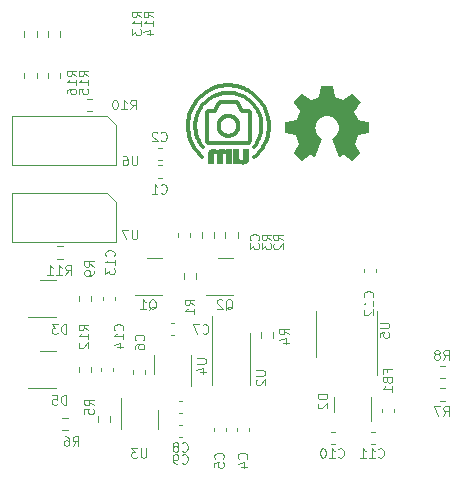
<source format=gbr>
G04 #@! TF.GenerationSoftware,KiCad,Pcbnew,7.0.3*
G04 #@! TF.CreationDate,2023-05-21T14:10:43+02:00*
G04 #@! TF.ProjectId,ultramote,756c7472-616d-46f7-9465-2e6b69636164,0.2a*
G04 #@! TF.SameCoordinates,Original*
G04 #@! TF.FileFunction,Legend,Bot*
G04 #@! TF.FilePolarity,Positive*
%FSLAX46Y46*%
G04 Gerber Fmt 4.6, Leading zero omitted, Abs format (unit mm)*
G04 Created by KiCad (PCBNEW 7.0.3) date 2023-05-21 14:10:43*
%MOMM*%
%LPD*%
G01*
G04 APERTURE LIST*
%ADD10C,0.349999*%
%ADD11C,0.000000*%
%ADD12C,0.092604*%
%ADD13C,0.100000*%
%ADD14C,0.120000*%
%ADD15C,1.500000*%
%ADD16C,0.650000*%
%ADD17O,2.100000X1.000000*%
%ADD18O,1.600000X1.000000*%
%ADD19C,2.200000*%
%ADD20C,1.900000*%
%ADD21C,2.000000*%
%ADD22C,2.600000*%
%ADD23C,1.850000*%
%ADD24C,0.900000*%
%ADD25R,1.000000X0.700000*%
%ADD26R,0.600000X0.700000*%
%ADD27R,1.500000X0.600000*%
G04 APERTURE END LIST*
D10*
X104873186Y-64827665D02*
X104990573Y-64765008D01*
X104442496Y-68556431D02*
X104451395Y-68571944D01*
X104675549Y-65983497D02*
X104657947Y-65988474D01*
X104434336Y-68540455D02*
X104442496Y-68556431D01*
X109046953Y-67105430D02*
X109051511Y-67234995D01*
X107888049Y-64255060D02*
X108000345Y-64318902D01*
X104430309Y-65137965D02*
X104536583Y-65051439D01*
X107019888Y-64574055D02*
X107144831Y-64612842D01*
X105499458Y-65310817D02*
X105488138Y-65322424D01*
X108048603Y-66149935D02*
X108038988Y-66134909D01*
X107980977Y-66067880D02*
X107967548Y-66056255D01*
X108006077Y-68628898D02*
X108017702Y-68615470D01*
X106963985Y-65279989D02*
X106950840Y-65271160D01*
X104506171Y-66080129D02*
X104493922Y-66092979D01*
X107788222Y-65976128D02*
X107769642Y-65973780D01*
X108997589Y-66719706D02*
X109019979Y-66847564D01*
X107741765Y-64896289D02*
X107854040Y-64970881D01*
X103937229Y-68849953D02*
X103863167Y-68736068D01*
X108038988Y-68586969D02*
X108048603Y-68571944D01*
X107005862Y-66904789D02*
X107022655Y-66941933D01*
X103220532Y-68876415D02*
X103107859Y-68643136D01*
X105640014Y-65235817D02*
X105623309Y-65239434D01*
X107824450Y-65983497D02*
X107806499Y-65979374D01*
X108894959Y-66343095D02*
X108935066Y-66467250D01*
X106766223Y-64514381D02*
X106893611Y-64541234D01*
X105748293Y-67940287D02*
X105716616Y-67915393D01*
X106945342Y-67737169D02*
X106921963Y-67770046D01*
X102937197Y-68155995D02*
X102879801Y-67904346D01*
X102822913Y-67130366D02*
X102843373Y-66869718D01*
X103651034Y-66220619D02*
X103702887Y-66100043D01*
X107087461Y-67225180D02*
X107088552Y-67268332D01*
X106293159Y-66430878D02*
X106335743Y-66434116D01*
X103457302Y-67494277D02*
X103449906Y-67364684D01*
X105923609Y-66495684D02*
X105961688Y-66480670D01*
X107980977Y-68653997D02*
X107993827Y-68641748D01*
X105412553Y-67311483D02*
X105411462Y-67268332D01*
X108915527Y-68133023D02*
X108871962Y-68257375D01*
X106576406Y-68040979D02*
X106538326Y-68055994D01*
X105850308Y-68005668D02*
X105815192Y-67985477D01*
X108871962Y-68257375D02*
X108822323Y-68380078D01*
X102884037Y-66609587D02*
X102945203Y-66351081D01*
X104575977Y-68696523D02*
X104591489Y-68705422D01*
X106870713Y-67832150D02*
X106842947Y-67861272D01*
X103605047Y-66343095D02*
X103651034Y-66220619D01*
X106637946Y-64493496D02*
X106766223Y-64514381D01*
X107967548Y-66056255D02*
X107953564Y-66045277D01*
X103733406Y-68500909D02*
X103677681Y-68380078D01*
X109313726Y-65726569D02*
X109371228Y-65846691D01*
X106751721Y-67940287D02*
X106718845Y-67963666D01*
X109216441Y-68989997D02*
X109148977Y-69101356D01*
X108739412Y-65981588D02*
X108797119Y-66100043D01*
X109050098Y-67364684D02*
X109042703Y-67494277D01*
X108521312Y-64698475D02*
X108616581Y-64785887D01*
X104657947Y-68733401D02*
X104675549Y-68738378D01*
X106751721Y-66596376D02*
X106783399Y-66621270D01*
X109562818Y-68155995D02*
X109486700Y-68402628D01*
X108766598Y-68500909D02*
X108704774Y-68619646D01*
X104768334Y-68750000D02*
X107731665Y-68750000D01*
X105657067Y-67861272D02*
X105629302Y-67832150D01*
X104726690Y-64195432D02*
X104962952Y-64089156D01*
X107993827Y-66080129D02*
X107980977Y-66067880D01*
X107022655Y-67594730D02*
X107005862Y-67631875D01*
X107053550Y-65374577D02*
X107033373Y-65347425D01*
X103480026Y-66847564D02*
X103502416Y-66719706D01*
X106842947Y-67861272D02*
X106813825Y-67889037D01*
X105477360Y-67594730D02*
X105462345Y-67556651D01*
X104049704Y-65533427D02*
X104136487Y-65428911D01*
X105578052Y-67770046D02*
X105554673Y-67737169D01*
X104402170Y-66285734D02*
X104399822Y-66304314D01*
X106377709Y-66439449D02*
X106419003Y-66446823D01*
X103502416Y-66719706D02*
X103530725Y-66592861D01*
X108017702Y-66106408D02*
X108006077Y-66092979D01*
X109051511Y-67234995D02*
X109050098Y-67364684D01*
X107769642Y-68748094D02*
X107788222Y-68745747D01*
X104493922Y-66092979D02*
X104482297Y-66106408D01*
X109516448Y-66222788D02*
X109554812Y-66351086D01*
X105512670Y-67668031D02*
X105494152Y-67631875D01*
X107806499Y-68742500D02*
X107824450Y-68738378D01*
X109554812Y-66351086D02*
X109587976Y-66480066D01*
X106000651Y-68069177D02*
X105961688Y-68055994D01*
X108048603Y-68571944D02*
X108057502Y-68556431D01*
X107000546Y-65310817D02*
X106988810Y-65299853D01*
X105602946Y-66734940D02*
X105629302Y-66704514D01*
X104451395Y-68571944D02*
X104461011Y-68586969D01*
X109656642Y-66869721D02*
X109669379Y-67000049D01*
X103384152Y-65383934D02*
X103536020Y-65171116D01*
X106783399Y-66621270D02*
X106813825Y-66647626D01*
X105207515Y-64000729D02*
X105459440Y-63930808D01*
X105578052Y-66766618D02*
X105602946Y-66734940D01*
X104560951Y-66034969D02*
X104546434Y-66045277D01*
X107037669Y-67556651D02*
X107022655Y-67594730D01*
X109472847Y-66095312D02*
X109516448Y-66222788D01*
X106250007Y-68106877D02*
X106206856Y-68105786D01*
X106509003Y-64478578D02*
X106637946Y-64493496D01*
X105110182Y-64708319D02*
X105231791Y-64657597D01*
X104749216Y-65972355D02*
X104730356Y-65973780D01*
X104327368Y-65230459D02*
X104430309Y-65137965D01*
X108363522Y-65428911D02*
X108450304Y-65533427D01*
X107071516Y-67099336D02*
X107078890Y-67140630D01*
X103546973Y-68007242D02*
X103515516Y-67880255D01*
X105991006Y-64478578D02*
X106120394Y-64469627D01*
X103968710Y-65641175D02*
X104049704Y-65533427D01*
X108704774Y-68619646D02*
X108636837Y-68736068D01*
X107108305Y-65466153D02*
X107090797Y-65434219D01*
X105886464Y-66512477D02*
X105923609Y-66495684D01*
X107062153Y-67058767D02*
X107071516Y-67099336D01*
X108000345Y-64318902D02*
X108110098Y-64386878D01*
X104136487Y-65428911D02*
X104229046Y-65327847D01*
X103846585Y-69715088D02*
X103664361Y-69521799D01*
X109615978Y-66609591D02*
X109638854Y-66739522D01*
X107072618Y-65403602D02*
X107053550Y-65374577D01*
X106892739Y-65244008D02*
X106876695Y-65239434D01*
X108882425Y-65069638D02*
X108963995Y-65171120D01*
X105623309Y-65239434D02*
X105607265Y-65244008D01*
X108963995Y-65171120D02*
X109041847Y-65275914D01*
X105923609Y-68040979D02*
X105886464Y-68024187D01*
X106377709Y-68097215D02*
X106335743Y-68102548D01*
X104506171Y-68641748D02*
X104519021Y-68653997D01*
X104493922Y-68628898D02*
X104506171Y-68641748D01*
X108822323Y-68380078D02*
X108766598Y-68500909D01*
X108079676Y-68507204D02*
X108085483Y-68489974D01*
X104103780Y-69069222D02*
X104017429Y-68961078D01*
X108835654Y-69521799D02*
X108746642Y-69619970D01*
X103248095Y-65609343D02*
X103384152Y-65383934D01*
X105694379Y-65231046D02*
X105675522Y-65231588D01*
X106967153Y-66833516D02*
X106987344Y-66868632D01*
X106613550Y-66512477D02*
X106649707Y-66530995D01*
X104471319Y-66120392D02*
X104461011Y-66134909D01*
X106897069Y-66734940D02*
X106921963Y-66766618D01*
X104398397Y-66323174D02*
X104397917Y-66342292D01*
X109587976Y-66480066D02*
X109615978Y-66609591D01*
X104402170Y-68436146D02*
X104405416Y-68454422D01*
X105733786Y-64514381D02*
X105862063Y-64493496D01*
X103536020Y-65171116D02*
X103702760Y-64971547D01*
X106859990Y-65235817D02*
X106842594Y-65233190D01*
X105357810Y-65532849D02*
X105323962Y-65601463D01*
X103824143Y-65865478D02*
X103893519Y-65751933D01*
X106538326Y-68055994D02*
X106499364Y-68069177D01*
X102843373Y-66869718D02*
X102884037Y-66609587D01*
X103760595Y-65981588D02*
X103824143Y-65865478D01*
X108270963Y-65327847D02*
X108363522Y-65428911D01*
X106805625Y-65231046D02*
X105694379Y-65231046D01*
X106518389Y-63849115D02*
X106650934Y-63862064D01*
X107939048Y-66034969D02*
X107924022Y-66025353D01*
X107176042Y-65601463D02*
X107142194Y-65532849D01*
X105717790Y-63880051D02*
X105981625Y-63849115D01*
X108073062Y-68524039D02*
X108079676Y-68507204D01*
X106250005Y-64466643D02*
X106379615Y-64469627D01*
X105446454Y-65374577D02*
X105427386Y-65403602D01*
X108057502Y-68556431D02*
X108065663Y-68540455D01*
X107859281Y-65994280D02*
X107842051Y-65988474D01*
X107963426Y-65051439D02*
X108069701Y-65137965D01*
X103463567Y-66976213D02*
X103480026Y-66847564D01*
X108708601Y-64876939D02*
X108797255Y-64971551D01*
X107537063Y-64089157D02*
X107656290Y-64140105D01*
X109019979Y-66847564D02*
X109036438Y-66976213D01*
X106459572Y-68080477D02*
X106419003Y-68089840D01*
X103490094Y-67752284D02*
X103470693Y-67623551D01*
X109677101Y-67130368D02*
X109679847Y-67260540D01*
X104962952Y-64089156D02*
X105207515Y-64000729D01*
X108100176Y-68417566D02*
X108101601Y-68398706D01*
X102879801Y-67904346D02*
X102841424Y-67648786D01*
X107824450Y-68738378D02*
X107842051Y-68733401D01*
X106040443Y-66456186D02*
X106081012Y-66446823D01*
X108065663Y-66181424D02*
X108057502Y-66165447D01*
X105412553Y-67225180D02*
X105415791Y-67182596D01*
X103107859Y-68643136D02*
X103013315Y-68402627D01*
X105629302Y-66704514D02*
X105657067Y-66675392D01*
X105523372Y-65289565D02*
X105511194Y-65299853D01*
X107033373Y-65347425D02*
X107022800Y-65334639D01*
X103448494Y-67234995D02*
X103453052Y-67105430D01*
X108321498Y-64534902D02*
X108422912Y-64614786D01*
X108038988Y-66134909D02*
X108028680Y-66120392D01*
X105511194Y-65299853D02*
X105499458Y-65310817D01*
X105494152Y-66904789D02*
X105512670Y-66868632D01*
X108085483Y-68489974D02*
X108090459Y-68472373D01*
X109148977Y-69101356D02*
X109077130Y-69210354D01*
X106967153Y-67703147D02*
X106945342Y-67737169D01*
X104420322Y-68507204D02*
X104426937Y-68524039D01*
X108100176Y-66304314D02*
X108097829Y-66285734D01*
X104675549Y-68738378D02*
X104693499Y-68742500D01*
X106684822Y-66551186D02*
X106718845Y-66572997D01*
X103702887Y-66100043D02*
X103760595Y-65981588D01*
X104399822Y-66304314D02*
X104398397Y-66323174D01*
X104461011Y-66134909D02*
X104451395Y-66149935D01*
X105488138Y-65322424D02*
X105466631Y-65347425D01*
X108797255Y-64971551D02*
X108882425Y-65069638D01*
X105477360Y-66941933D02*
X105494152Y-66904789D01*
X105577055Y-65255882D02*
X105562833Y-65263113D01*
X108606488Y-65751933D02*
X108675864Y-65865478D01*
X107084223Y-67354068D02*
X107078890Y-67396033D01*
X105449162Y-67018975D02*
X105462345Y-66980013D01*
X107842051Y-65988474D02*
X107824450Y-65983497D01*
X106976632Y-65289565D02*
X106963985Y-65279989D01*
X106419003Y-68089840D02*
X106377709Y-68097215D01*
X104730356Y-68748094D02*
X104749216Y-68749520D01*
X106459572Y-66456186D02*
X106499364Y-66467486D01*
D11*
G36*
X115056300Y-63876670D02*
G01*
X115058310Y-63876820D01*
X115060310Y-63877067D01*
X115062298Y-63877407D01*
X115064270Y-63877840D01*
X115066223Y-63878362D01*
X115068154Y-63878970D01*
X115070061Y-63879664D01*
X115071940Y-63880439D01*
X115073789Y-63881293D01*
X115077382Y-63883231D01*
X115080816Y-63885457D01*
X115084068Y-63887951D01*
X115087114Y-63890694D01*
X115089929Y-63893665D01*
X115092489Y-63896846D01*
X115093667Y-63898509D01*
X115094772Y-63900217D01*
X115095801Y-63901967D01*
X115096751Y-63903757D01*
X115097621Y-63905584D01*
X115098405Y-63907446D01*
X115099102Y-63909341D01*
X115099709Y-63911266D01*
X115100221Y-63913219D01*
X115100638Y-63915196D01*
X115268066Y-64814938D01*
X115269003Y-64818932D01*
X115270289Y-64822940D01*
X115271902Y-64826935D01*
X115273821Y-64830892D01*
X115276022Y-64834784D01*
X115278484Y-64838584D01*
X115281184Y-64842268D01*
X115284100Y-64845809D01*
X115287209Y-64849180D01*
X115290490Y-64852356D01*
X115293919Y-64855310D01*
X115297475Y-64858017D01*
X115301135Y-64860449D01*
X115304876Y-64862582D01*
X115308678Y-64864389D01*
X115312516Y-64865844D01*
X115915607Y-65112700D01*
X115919363Y-65114350D01*
X115923345Y-65115727D01*
X115927516Y-65116836D01*
X115931844Y-65117677D01*
X115936292Y-65118254D01*
X115940825Y-65118569D01*
X115945410Y-65118624D01*
X115950010Y-65118422D01*
X115954591Y-65117965D01*
X115959118Y-65117256D01*
X115963555Y-65116296D01*
X115967869Y-65115089D01*
X115972023Y-65113637D01*
X115975983Y-65111942D01*
X115979715Y-65110006D01*
X115983182Y-65107832D01*
X116734810Y-64592000D01*
X116736508Y-64590897D01*
X116738257Y-64589880D01*
X116740051Y-64588949D01*
X116741888Y-64588102D01*
X116743764Y-64587341D01*
X116745674Y-64586663D01*
X116749583Y-64585561D01*
X116753585Y-64584792D01*
X116757649Y-64584354D01*
X116761744Y-64584244D01*
X116765839Y-64584460D01*
X116769904Y-64584998D01*
X116773908Y-64585855D01*
X116777820Y-64587029D01*
X116781609Y-64588518D01*
X116785245Y-64590318D01*
X116786996Y-64591333D01*
X116788697Y-64592426D01*
X116790344Y-64593595D01*
X116791933Y-64594840D01*
X116793461Y-64596160D01*
X116794924Y-64597557D01*
X117428019Y-65230599D01*
X117429410Y-65232066D01*
X117430727Y-65233599D01*
X117431968Y-65235192D01*
X117433134Y-65236843D01*
X117434224Y-65238547D01*
X117435238Y-65240301D01*
X117436175Y-65242101D01*
X117437035Y-65243943D01*
X117437818Y-65245822D01*
X117438522Y-65247736D01*
X117439697Y-65251651D01*
X117440556Y-65255657D01*
X117441096Y-65259723D01*
X117441314Y-65263817D01*
X117441207Y-65267911D01*
X117440772Y-65271971D01*
X117440431Y-65273980D01*
X117440007Y-65275969D01*
X117439499Y-65277934D01*
X117438907Y-65279873D01*
X117438231Y-65281779D01*
X117437471Y-65283651D01*
X117436625Y-65285484D01*
X117435694Y-65287275D01*
X117434678Y-65289019D01*
X117433575Y-65290712D01*
X116926686Y-66029429D01*
X116924525Y-66032920D01*
X116922606Y-66036666D01*
X116920933Y-66040631D01*
X116919507Y-66044782D01*
X116918330Y-66049084D01*
X116917406Y-66053504D01*
X116916735Y-66058008D01*
X116916321Y-66062561D01*
X116916165Y-66067130D01*
X116916271Y-66071680D01*
X116916639Y-66076177D01*
X116917273Y-66080588D01*
X116918174Y-66084879D01*
X116919345Y-66089014D01*
X116920788Y-66092961D01*
X116922506Y-66096686D01*
X117189206Y-66718774D01*
X117189917Y-66720687D01*
X117190719Y-66722594D01*
X117192581Y-66726379D01*
X117194768Y-66730106D01*
X117197251Y-66733754D01*
X117200005Y-66737298D01*
X117203004Y-66740718D01*
X117206222Y-66743990D01*
X117209632Y-66747091D01*
X117213208Y-66750000D01*
X117216924Y-66752693D01*
X117220754Y-66755148D01*
X117224671Y-66757343D01*
X117228650Y-66759254D01*
X117232665Y-66760860D01*
X117236688Y-66762138D01*
X117238694Y-66762647D01*
X117240694Y-66763065D01*
X118110538Y-66924831D01*
X118112520Y-66925257D01*
X118114477Y-66925779D01*
X118116405Y-66926393D01*
X118118303Y-66927097D01*
X118120168Y-66927888D01*
X118121997Y-66928762D01*
X118123789Y-66929718D01*
X118125540Y-66930752D01*
X118127248Y-66931860D01*
X118128911Y-66933041D01*
X118130526Y-66934291D01*
X118132092Y-66935607D01*
X118133605Y-66936986D01*
X118135062Y-66938425D01*
X118136463Y-66939922D01*
X118137803Y-66941474D01*
X118139081Y-66943077D01*
X118140295Y-66944728D01*
X118141441Y-66946425D01*
X118142517Y-66948164D01*
X118143522Y-66949944D01*
X118144451Y-66951760D01*
X118145304Y-66953609D01*
X118146078Y-66955490D01*
X118146770Y-66957399D01*
X118147377Y-66959332D01*
X118147898Y-66961288D01*
X118148329Y-66963262D01*
X118148669Y-66965253D01*
X118148914Y-66967257D01*
X118149064Y-66969271D01*
X118149114Y-66971292D01*
X118149061Y-67866589D01*
X118149011Y-67868611D01*
X118148861Y-67870627D01*
X118148615Y-67872632D01*
X118148274Y-67874626D01*
X118147841Y-67876604D01*
X118147319Y-67878563D01*
X118146711Y-67880501D01*
X118146018Y-67882414D01*
X118144388Y-67886154D01*
X118142450Y-67889759D01*
X118140225Y-67893205D01*
X118137730Y-67896467D01*
X118134987Y-67899522D01*
X118132016Y-67902345D01*
X118128835Y-67904911D01*
X118127172Y-67906091D01*
X118125464Y-67907197D01*
X118123714Y-67908227D01*
X118121924Y-67909178D01*
X118120097Y-67910047D01*
X118118235Y-67910830D01*
X118116340Y-67911525D01*
X118114415Y-67912129D01*
X118112462Y-67912638D01*
X118110485Y-67913050D01*
X117261966Y-68070954D01*
X117259973Y-68071363D01*
X117257974Y-68071865D01*
X117253974Y-68073135D01*
X117249991Y-68074741D01*
X117246051Y-68076659D01*
X117242180Y-68078866D01*
X117238404Y-68081338D01*
X117234749Y-68084053D01*
X117231241Y-68086987D01*
X117227907Y-68090118D01*
X117224771Y-68093420D01*
X117221860Y-68096873D01*
X117219200Y-68100451D01*
X117216817Y-68104133D01*
X117214737Y-68107894D01*
X117212986Y-68111712D01*
X117212242Y-68113634D01*
X117211589Y-68115562D01*
X116946689Y-68777285D01*
X116945049Y-68781049D01*
X116943682Y-68785035D01*
X116942583Y-68789209D01*
X116941752Y-68793536D01*
X116941185Y-68797982D01*
X116940880Y-68802512D01*
X116940834Y-68807092D01*
X116941046Y-68811688D01*
X116941513Y-68816264D01*
X116942233Y-68820786D01*
X116943202Y-68825220D01*
X116944419Y-68829531D01*
X116945881Y-68833685D01*
X116947586Y-68837648D01*
X116949532Y-68841384D01*
X116951716Y-68844860D01*
X117433681Y-69547223D01*
X117434779Y-69548916D01*
X117435791Y-69550661D01*
X117436719Y-69552452D01*
X117437561Y-69554286D01*
X117438319Y-69556159D01*
X117438993Y-69558067D01*
X117440090Y-69561974D01*
X117440855Y-69565976D01*
X117441289Y-69570041D01*
X117441398Y-69574139D01*
X117441182Y-69578239D01*
X117440644Y-69582309D01*
X117439789Y-69586320D01*
X117438618Y-69590239D01*
X117437133Y-69594037D01*
X117435339Y-69597681D01*
X117434327Y-69599437D01*
X117433238Y-69601142D01*
X117432073Y-69602794D01*
X117430832Y-69604388D01*
X117429516Y-69605921D01*
X117428124Y-69607389D01*
X116794977Y-70240431D01*
X116793514Y-70241818D01*
X116791986Y-70243129D01*
X116790396Y-70244366D01*
X116788749Y-70245527D01*
X116787049Y-70246613D01*
X116785298Y-70247622D01*
X116783501Y-70248555D01*
X116781662Y-70249410D01*
X116779785Y-70250189D01*
X116777873Y-70250890D01*
X116773961Y-70252058D01*
X116769957Y-70252912D01*
X116765892Y-70253449D01*
X116761797Y-70253665D01*
X116757702Y-70253559D01*
X116753638Y-70253127D01*
X116751627Y-70252788D01*
X116749636Y-70252367D01*
X116747668Y-70251863D01*
X116745727Y-70251276D01*
X116743817Y-70250605D01*
X116741941Y-70249851D01*
X116740104Y-70249012D01*
X116738310Y-70248089D01*
X116736561Y-70247081D01*
X116734863Y-70245988D01*
X116044936Y-69772436D01*
X116041467Y-69770286D01*
X116037751Y-69768399D01*
X116033821Y-69766777D01*
X116029712Y-69765421D01*
X116025457Y-69764330D01*
X116021091Y-69763508D01*
X116016647Y-69762953D01*
X116012161Y-69762667D01*
X116007665Y-69762650D01*
X116003193Y-69762905D01*
X115998781Y-69763430D01*
X115994461Y-69764228D01*
X115990268Y-69765300D01*
X115986236Y-69766645D01*
X115982398Y-69768265D01*
X115978790Y-69770161D01*
X115674519Y-69932615D01*
X115672704Y-69933485D01*
X115670874Y-69934250D01*
X115669031Y-69934910D01*
X115667179Y-69935468D01*
X115665320Y-69935924D01*
X115663459Y-69936280D01*
X115661598Y-69936537D01*
X115659741Y-69936695D01*
X115657890Y-69936757D01*
X115656049Y-69936724D01*
X115654221Y-69936595D01*
X115652409Y-69936374D01*
X115650617Y-69936060D01*
X115648847Y-69935656D01*
X115647103Y-69935162D01*
X115645389Y-69934580D01*
X115643706Y-69933910D01*
X115642059Y-69933154D01*
X115640451Y-69932313D01*
X115638884Y-69931389D01*
X115637363Y-69930382D01*
X115635889Y-69929294D01*
X115634467Y-69928125D01*
X115633100Y-69926878D01*
X115631791Y-69925553D01*
X115630542Y-69924151D01*
X115629358Y-69922674D01*
X115628242Y-69921123D01*
X115627195Y-69919499D01*
X115626223Y-69917803D01*
X115625328Y-69916036D01*
X115624513Y-69914200D01*
X114997133Y-68398296D01*
X114996403Y-68396410D01*
X114995768Y-68394496D01*
X114995229Y-68392556D01*
X114994784Y-68390595D01*
X114994431Y-68388617D01*
X114994169Y-68386624D01*
X114993916Y-68382609D01*
X114994014Y-68378582D01*
X114994453Y-68374569D01*
X114995225Y-68370600D01*
X114996319Y-68366705D01*
X114997727Y-68362911D01*
X114999438Y-68359247D01*
X115001444Y-68355743D01*
X115003733Y-68352427D01*
X115006298Y-68349328D01*
X115007681Y-68347869D01*
X115009129Y-68346475D01*
X115010641Y-68345150D01*
X115012215Y-68343897D01*
X115013851Y-68342720D01*
X115015548Y-68341622D01*
X115091695Y-68295003D01*
X115097191Y-68291512D01*
X115103051Y-68287528D01*
X115109168Y-68283137D01*
X115115435Y-68278426D01*
X115121743Y-68273482D01*
X115127987Y-68268392D01*
X115134058Y-68263242D01*
X115139849Y-68258120D01*
X115190248Y-68223617D01*
X115238349Y-68186154D01*
X115284020Y-68145864D01*
X115327130Y-68102876D01*
X115367547Y-68057320D01*
X115405140Y-68009328D01*
X115439777Y-67959029D01*
X115471326Y-67906555D01*
X115499656Y-67852035D01*
X115512573Y-67824050D01*
X115524635Y-67795601D01*
X115535828Y-67766707D01*
X115546133Y-67737383D01*
X115555535Y-67707646D01*
X115564017Y-67677512D01*
X115571562Y-67646997D01*
X115578155Y-67616117D01*
X115583779Y-67584889D01*
X115588417Y-67553330D01*
X115592053Y-67521455D01*
X115594671Y-67489281D01*
X115596253Y-67456824D01*
X115596785Y-67424100D01*
X115595496Y-67373148D01*
X115591672Y-67322864D01*
X115585375Y-67273312D01*
X115576667Y-67224553D01*
X115565610Y-67176649D01*
X115552267Y-67129664D01*
X115536699Y-67083658D01*
X115518970Y-67038695D01*
X115499140Y-66994836D01*
X115477273Y-66952144D01*
X115453431Y-66910680D01*
X115427676Y-66870508D01*
X115400070Y-66831689D01*
X115370675Y-66794285D01*
X115339554Y-66758359D01*
X115306768Y-66723973D01*
X115272381Y-66691189D01*
X115236454Y-66660069D01*
X115199050Y-66630676D01*
X115160230Y-66603071D01*
X115120057Y-66577318D01*
X115078594Y-66553477D01*
X115035902Y-66531612D01*
X114992044Y-66511784D01*
X114947082Y-66494056D01*
X114901078Y-66478490D01*
X114854094Y-66465148D01*
X114806193Y-66454092D01*
X114757437Y-66445385D01*
X114707888Y-66439088D01*
X114657609Y-66435265D01*
X114606661Y-66433977D01*
X114555713Y-66435265D01*
X114505434Y-66439088D01*
X114455886Y-66445385D01*
X114407131Y-66454092D01*
X114359231Y-66465148D01*
X114312249Y-66478490D01*
X114266247Y-66494056D01*
X114221286Y-66511784D01*
X114177430Y-66531612D01*
X114134740Y-66553477D01*
X114093279Y-66577318D01*
X114053109Y-66603071D01*
X114014291Y-66630676D01*
X113976889Y-66660069D01*
X113940965Y-66691189D01*
X113906580Y-66723973D01*
X113873797Y-66758359D01*
X113842678Y-66794285D01*
X113813286Y-66831689D01*
X113785682Y-66870508D01*
X113759929Y-66910680D01*
X113736089Y-66952144D01*
X113714224Y-66994836D01*
X113694397Y-67038695D01*
X113676669Y-67083658D01*
X113661103Y-67129664D01*
X113647761Y-67176649D01*
X113636706Y-67224553D01*
X113627998Y-67273312D01*
X113621702Y-67322864D01*
X113617879Y-67373148D01*
X113616590Y-67424100D01*
X113618703Y-67489281D01*
X113624955Y-67553330D01*
X113635215Y-67616117D01*
X113649351Y-67677512D01*
X113667231Y-67737383D01*
X113688725Y-67795601D01*
X113713702Y-67852035D01*
X113742029Y-67906555D01*
X113773576Y-67959029D01*
X113808212Y-68009328D01*
X113845804Y-68057320D01*
X113886222Y-68102875D01*
X113929335Y-68145864D01*
X113975010Y-68186154D01*
X114023118Y-68223617D01*
X114073526Y-68258120D01*
X114079284Y-68263242D01*
X114085334Y-68268392D01*
X114091565Y-68273483D01*
X114097867Y-68278427D01*
X114104129Y-68283138D01*
X114110241Y-68287528D01*
X114116093Y-68291512D01*
X114121574Y-68295003D01*
X114197721Y-68341622D01*
X114199408Y-68342720D01*
X114201036Y-68343897D01*
X114202603Y-68345150D01*
X114204108Y-68346475D01*
X114205549Y-68347869D01*
X114206927Y-68349328D01*
X114208238Y-68350849D01*
X114209483Y-68352427D01*
X114210660Y-68354060D01*
X114211768Y-68355743D01*
X114212805Y-68357473D01*
X114213770Y-68359247D01*
X114214663Y-68361061D01*
X114215481Y-68362911D01*
X114216224Y-68364793D01*
X114216890Y-68366705D01*
X114217479Y-68368642D01*
X114217988Y-68370600D01*
X114218417Y-68372577D01*
X114218765Y-68374569D01*
X114219030Y-68376572D01*
X114219211Y-68378582D01*
X114219306Y-68380595D01*
X114219316Y-68382609D01*
X114219238Y-68384620D01*
X114219071Y-68386624D01*
X114218814Y-68388617D01*
X114218466Y-68390595D01*
X114218025Y-68392556D01*
X114217491Y-68394496D01*
X114216861Y-68396410D01*
X114216136Y-68398296D01*
X113588809Y-69914253D01*
X113587994Y-69916089D01*
X113587099Y-69917855D01*
X113586127Y-69919550D01*
X113585082Y-69921173D01*
X113583967Y-69922723D01*
X113582784Y-69924199D01*
X113581537Y-69925599D01*
X113580229Y-69926923D01*
X113578863Y-69928169D01*
X113577443Y-69929335D01*
X113575971Y-69930422D01*
X113574452Y-69931427D01*
X113572887Y-69932350D01*
X113571280Y-69933189D01*
X113569634Y-69933944D01*
X113567953Y-69934612D01*
X113566239Y-69935194D01*
X113564497Y-69935687D01*
X113562728Y-69936090D01*
X113560936Y-69936403D01*
X113559125Y-69936624D01*
X113557297Y-69936753D01*
X113555455Y-69936787D01*
X113553603Y-69936726D01*
X113551745Y-69936568D01*
X113549882Y-69936313D01*
X113548019Y-69935959D01*
X113546158Y-69935505D01*
X113544303Y-69934950D01*
X113542456Y-69934293D01*
X113540622Y-69933533D01*
X113538802Y-69932667D01*
X113234532Y-69770214D01*
X113230915Y-69768317D01*
X113227071Y-69766695D01*
X113223034Y-69765348D01*
X113218839Y-69764274D01*
X113214518Y-69763472D01*
X113210105Y-69762943D01*
X113205635Y-69762686D01*
X113201141Y-69762699D01*
X113196657Y-69762983D01*
X113192217Y-69763537D01*
X113187854Y-69764359D01*
X113183603Y-69765451D01*
X113179496Y-69766810D01*
X113175569Y-69768436D01*
X113171854Y-69770330D01*
X113168386Y-69772489D01*
X112478406Y-70246040D01*
X112476712Y-70247133D01*
X112474968Y-70248141D01*
X112473177Y-70249064D01*
X112471343Y-70249903D01*
X112469470Y-70250658D01*
X112467562Y-70251328D01*
X112463656Y-70252420D01*
X112459656Y-70253180D01*
X112455593Y-70253611D01*
X112451498Y-70253718D01*
X112447403Y-70253501D01*
X112443338Y-70252965D01*
X112439334Y-70252111D01*
X112435424Y-70250943D01*
X112431636Y-70249463D01*
X112428004Y-70247674D01*
X112426255Y-70246665D01*
X112424557Y-70245580D01*
X112422913Y-70244418D01*
X112421327Y-70243182D01*
X112419803Y-70241870D01*
X112418345Y-70240483D01*
X111785197Y-69607442D01*
X111783801Y-69605974D01*
X111782480Y-69604441D01*
X111781235Y-69602847D01*
X111780066Y-69601195D01*
X111778974Y-69599489D01*
X111777958Y-69597734D01*
X111777019Y-69595933D01*
X111776158Y-69594089D01*
X111775375Y-69592208D01*
X111774670Y-69590292D01*
X111773496Y-69586372D01*
X111772638Y-69582362D01*
X111772100Y-69578291D01*
X111771885Y-69574191D01*
X111771995Y-69570093D01*
X111772433Y-69566028D01*
X111772776Y-69564018D01*
X111773202Y-69562027D01*
X111773711Y-69560059D01*
X111774304Y-69558120D01*
X111774981Y-69556211D01*
X111775743Y-69554338D01*
X111776589Y-69552504D01*
X111777521Y-69550713D01*
X111778538Y-69548969D01*
X111779641Y-69547275D01*
X112261659Y-68844912D01*
X112263824Y-68841437D01*
X112265755Y-68837700D01*
X112267449Y-68833738D01*
X112268903Y-68829584D01*
X112270113Y-68825272D01*
X112271079Y-68820838D01*
X112271796Y-68816316D01*
X112272262Y-68811740D01*
X112272475Y-68807145D01*
X112272431Y-68802565D01*
X112272128Y-68798035D01*
X112271563Y-68793589D01*
X112270734Y-68789262D01*
X112269638Y-68785088D01*
X112268272Y-68781101D01*
X112266633Y-68777338D01*
X112001732Y-68115615D01*
X112001076Y-68113687D01*
X112000328Y-68111764D01*
X111998574Y-68107947D01*
X111996494Y-68104186D01*
X111994115Y-68100504D01*
X111991461Y-68096926D01*
X111988558Y-68093473D01*
X111985432Y-68090170D01*
X111982107Y-68087040D01*
X111978609Y-68084106D01*
X111974963Y-68081391D01*
X111971196Y-68078918D01*
X111967331Y-68076711D01*
X111963394Y-68074793D01*
X111959412Y-68073188D01*
X111957411Y-68072509D01*
X111955408Y-68071917D01*
X111953406Y-68071415D01*
X111951409Y-68071006D01*
X111102890Y-67913103D01*
X111100917Y-67912691D01*
X111098968Y-67912181D01*
X111097047Y-67911578D01*
X111095155Y-67910883D01*
X111093295Y-67910099D01*
X111091470Y-67909231D01*
X111089682Y-67908280D01*
X111087933Y-67907250D01*
X111086226Y-67906143D01*
X111084564Y-67904964D01*
X111082948Y-67903714D01*
X111081382Y-67902397D01*
X111079869Y-67901017D01*
X111078409Y-67899575D01*
X111077007Y-67898075D01*
X111075664Y-67896520D01*
X111074383Y-67894913D01*
X111073167Y-67893258D01*
X111072018Y-67891556D01*
X111070938Y-67889812D01*
X111069930Y-67888027D01*
X111068997Y-67886207D01*
X111068141Y-67884352D01*
X111067364Y-67882466D01*
X111066670Y-67880553D01*
X111066060Y-67878616D01*
X111065536Y-67876656D01*
X111065103Y-67874679D01*
X111064761Y-67872685D01*
X111064514Y-67870679D01*
X111064364Y-67868664D01*
X111064313Y-67866642D01*
X111064208Y-66971345D01*
X111064254Y-66969319D01*
X111064399Y-66967300D01*
X111064641Y-66965292D01*
X111064978Y-66963297D01*
X111065406Y-66961319D01*
X111065925Y-66959360D01*
X111066530Y-66957423D01*
X111067220Y-66955512D01*
X111067992Y-66953629D01*
X111068844Y-66951776D01*
X111070776Y-66948177D01*
X111072996Y-66944737D01*
X111075486Y-66941480D01*
X111078223Y-66938430D01*
X111081190Y-66935609D01*
X111084366Y-66933042D01*
X111087730Y-66930752D01*
X111089477Y-66929718D01*
X111091264Y-66928762D01*
X111093087Y-66927888D01*
X111094946Y-66927097D01*
X111096837Y-66926393D01*
X111098758Y-66925778D01*
X111100706Y-66925257D01*
X111102678Y-66924831D01*
X111972575Y-66763065D01*
X111976563Y-66762138D01*
X111980572Y-66760860D01*
X111984574Y-66759254D01*
X111988545Y-66757343D01*
X111992457Y-66755148D01*
X111996284Y-66752693D01*
X112000000Y-66750000D01*
X112003578Y-66747091D01*
X112006991Y-66743990D01*
X112010214Y-66740718D01*
X112013219Y-66737298D01*
X112015981Y-66733754D01*
X112018472Y-66730106D01*
X112020668Y-66726379D01*
X112022540Y-66722594D01*
X112024063Y-66718774D01*
X112290710Y-66096686D01*
X112292437Y-66092961D01*
X112293888Y-66089014D01*
X112295066Y-66084879D01*
X112295972Y-66080588D01*
X112296609Y-66076177D01*
X112296980Y-66071680D01*
X112297085Y-66067130D01*
X112296928Y-66062561D01*
X112296510Y-66058008D01*
X112295834Y-66053504D01*
X112294902Y-66049084D01*
X112293716Y-66044782D01*
X112292279Y-66040631D01*
X112290591Y-66036666D01*
X112288657Y-66032920D01*
X112286477Y-66029429D01*
X111779641Y-65290712D01*
X111778547Y-65289019D01*
X111777538Y-65287275D01*
X111776614Y-65285484D01*
X111775773Y-65283651D01*
X111775016Y-65281779D01*
X111774343Y-65279873D01*
X111773246Y-65275969D01*
X111772480Y-65271971D01*
X111772041Y-65267911D01*
X111771929Y-65263817D01*
X111772140Y-65259723D01*
X111772672Y-65255657D01*
X111773523Y-65251651D01*
X111774691Y-65247736D01*
X111776173Y-65243943D01*
X111777967Y-65240301D01*
X111778980Y-65238547D01*
X111780071Y-65236843D01*
X111781238Y-65235192D01*
X111782481Y-65233599D01*
X111783801Y-65232066D01*
X111785197Y-65230599D01*
X112418239Y-64597557D01*
X112419706Y-64596160D01*
X112421238Y-64594840D01*
X112422831Y-64593595D01*
X112424481Y-64592426D01*
X112426184Y-64591333D01*
X112427937Y-64590318D01*
X112429735Y-64589379D01*
X112431575Y-64588518D01*
X112433453Y-64587734D01*
X112435364Y-64587029D01*
X112439275Y-64585855D01*
X112443276Y-64584998D01*
X112447337Y-64584460D01*
X112451427Y-64584244D01*
X112455515Y-64584354D01*
X112459571Y-64584792D01*
X112461578Y-64585135D01*
X112463565Y-64585561D01*
X112465528Y-64586070D01*
X112467465Y-64586663D01*
X112469371Y-64587341D01*
X112471241Y-64588102D01*
X112473073Y-64588949D01*
X112474863Y-64589880D01*
X112476606Y-64590897D01*
X112478299Y-64592000D01*
X113229981Y-65107832D01*
X113233458Y-65110006D01*
X113237197Y-65111941D01*
X113241164Y-65113637D01*
X113245324Y-65115089D01*
X113249642Y-65116296D01*
X113254083Y-65117256D01*
X113258611Y-65117965D01*
X113263193Y-65118422D01*
X113267792Y-65118624D01*
X113272375Y-65118569D01*
X113276905Y-65118254D01*
X113281349Y-65117677D01*
X113285671Y-65116836D01*
X113289836Y-65115727D01*
X113293809Y-65114350D01*
X113297556Y-65112700D01*
X113900594Y-64865844D01*
X113902512Y-64865162D01*
X113904424Y-64864389D01*
X113906327Y-64863528D01*
X113908218Y-64862582D01*
X113911956Y-64860449D01*
X113915613Y-64858017D01*
X113919168Y-64855310D01*
X113922597Y-64852356D01*
X113925879Y-64849180D01*
X113928990Y-64845809D01*
X113931909Y-64842268D01*
X113934612Y-64838584D01*
X113937077Y-64834784D01*
X113939282Y-64830892D01*
X113941203Y-64826935D01*
X113942819Y-64822940D01*
X113944107Y-64818932D01*
X113944620Y-64816932D01*
X113945044Y-64814938D01*
X114112525Y-63915196D01*
X114112942Y-63913219D01*
X114113455Y-63911266D01*
X114114061Y-63909341D01*
X114114758Y-63907446D01*
X114115543Y-63905584D01*
X114116412Y-63903757D01*
X114117363Y-63901967D01*
X114118392Y-63900217D01*
X114119497Y-63898509D01*
X114120675Y-63896846D01*
X114121923Y-63895231D01*
X114123237Y-63893665D01*
X114124615Y-63892152D01*
X114126053Y-63890694D01*
X114127550Y-63889292D01*
X114129101Y-63887951D01*
X114130704Y-63886671D01*
X114132356Y-63885457D01*
X114134053Y-63884309D01*
X114135794Y-63883231D01*
X114137574Y-63882225D01*
X114139391Y-63881293D01*
X114141242Y-63880439D01*
X114143124Y-63879664D01*
X114145034Y-63878970D01*
X114146968Y-63878362D01*
X114148925Y-63877840D01*
X114150901Y-63877407D01*
X114152892Y-63877067D01*
X114154897Y-63876820D01*
X114156911Y-63876670D01*
X114158933Y-63876620D01*
X115054283Y-63876620D01*
X115056300Y-63876670D01*
G37*
D10*
X103677681Y-68380078D02*
X103628042Y-68257375D01*
X104546434Y-66045277D02*
X104532450Y-66056255D01*
X107892533Y-68713582D02*
X107908509Y-68705422D01*
X109670554Y-67519888D02*
X109658590Y-67648788D01*
X106335743Y-66434116D02*
X106377709Y-66439449D01*
X106893611Y-64541234D02*
X107019888Y-64574055D01*
X105862063Y-64493496D02*
X105991006Y-64478578D01*
X104623883Y-68720981D02*
X104640717Y-68727595D01*
X108110098Y-64386878D02*
X108217188Y-64458905D01*
X106164271Y-66434116D02*
X106206856Y-66430878D01*
X109042703Y-67494277D02*
X109029311Y-67623551D01*
X104575977Y-66025353D02*
X104560951Y-66034969D01*
X104591489Y-66016454D02*
X104575977Y-66025353D01*
X105427386Y-65403602D02*
X105409207Y-65434219D01*
X105512670Y-66868632D02*
X105532862Y-66833516D01*
X107071516Y-67437327D02*
X107062153Y-67477896D01*
X107040575Y-63930808D02*
X107167399Y-63963414D01*
X106870713Y-66704514D02*
X106897069Y-66734940D01*
X103883434Y-64785883D02*
X104077102Y-64614783D01*
X106613550Y-68024187D02*
X106576406Y-68040979D01*
X104426937Y-68524039D02*
X104434336Y-68540455D01*
X109185927Y-65495110D02*
X109251920Y-65609348D01*
X106576406Y-66495684D02*
X106613550Y-66512477D01*
X108482575Y-68961078D02*
X108396225Y-69069222D01*
X107731665Y-65971875D02*
X107361248Y-65971875D01*
X107769642Y-65973780D02*
X107750782Y-65972355D01*
X106206856Y-68105786D02*
X106164271Y-68102548D01*
X107908509Y-66016454D02*
X107892533Y-66008294D01*
X102822363Y-67390424D02*
X102822913Y-67130366D01*
X105629302Y-67832150D02*
X105602946Y-67801723D01*
X106649707Y-66530995D02*
X106684822Y-66551186D01*
X107087461Y-67311483D02*
X107084223Y-67354068D01*
X104768334Y-65971875D02*
X104749216Y-65972355D01*
X104607466Y-66008294D02*
X104591489Y-66016454D01*
X104607466Y-68713582D02*
X104623883Y-68720981D01*
X106824482Y-65231588D02*
X106805625Y-65231046D01*
X105421124Y-67140630D02*
X105428498Y-67099336D01*
X105716616Y-67915393D02*
X105686189Y-67889037D01*
X105536019Y-65279989D02*
X105523372Y-65289565D01*
X106813825Y-66647626D02*
X106842947Y-66675392D01*
X106897069Y-67801723D02*
X106870713Y-67832150D01*
X108006077Y-66092979D02*
X107993827Y-66080129D01*
X107924022Y-68696523D02*
X107939048Y-68686908D01*
X107993827Y-68641748D02*
X108006077Y-68628898D01*
X105323962Y-65601463D02*
X105138751Y-65971875D01*
X105480122Y-64574055D02*
X105606398Y-64541234D01*
X106782225Y-63880051D02*
X106912144Y-63902993D01*
X107062153Y-67477896D02*
X107050853Y-67517688D01*
X107078890Y-67140630D02*
X107084223Y-67182596D01*
X107144831Y-64612842D02*
X107268218Y-64657597D01*
X108920431Y-69420714D02*
X108835654Y-69521799D01*
X107788222Y-68745747D02*
X107806499Y-68742500D01*
X106538326Y-66480670D02*
X106576406Y-66495684D01*
X105462345Y-67556651D02*
X105449162Y-67517688D01*
X104532450Y-68665622D02*
X104546434Y-68676600D01*
X106876695Y-65239434D02*
X106859990Y-65235817D01*
X107142194Y-65532849D02*
X107108305Y-65466153D01*
X104532450Y-66056255D02*
X104519021Y-66067880D01*
X107050853Y-67517688D02*
X107037669Y-67556651D01*
X107892533Y-66008294D02*
X107876116Y-66000895D01*
X104399822Y-68417566D02*
X104402170Y-68436146D01*
X105961688Y-68055994D02*
X105923609Y-68040979D01*
X108984488Y-67880255D02*
X108953032Y-68007242D01*
X105138751Y-65971875D02*
X104768334Y-65971875D01*
X109677652Y-67390426D02*
X109670554Y-67519888D01*
X105886464Y-68024187D02*
X105850308Y-68005668D01*
X109279483Y-68876415D02*
X109216441Y-68989997D01*
X105421124Y-67396033D02*
X105415791Y-67354068D01*
X106783399Y-67915393D02*
X106751721Y-67940287D01*
X107859281Y-68727595D02*
X107876116Y-68720981D01*
X108953032Y-68007242D02*
X108915527Y-68133023D01*
X109009911Y-67752284D02*
X108984488Y-67880255D01*
X108102082Y-66342292D02*
X108101601Y-66323174D01*
X105675522Y-65231588D02*
X105657410Y-65233190D01*
X104990573Y-64765008D02*
X105110182Y-64708319D01*
X103664361Y-69521799D02*
X103499079Y-69316853D01*
X104398397Y-68398706D02*
X104399822Y-68417566D01*
X107415761Y-64042671D02*
X107537063Y-64089157D01*
X108097829Y-68436146D02*
X108100176Y-68417566D01*
X109041847Y-65275914D02*
X109115863Y-65383939D01*
X106250007Y-66429787D02*
X106293159Y-66430878D01*
X109371228Y-65846691D02*
X109424307Y-65969633D01*
X104017429Y-68961078D02*
X103937229Y-68849953D01*
X107842051Y-68733401D02*
X107859281Y-68727595D01*
X105981625Y-63849115D02*
X106250007Y-63838657D01*
D12*
X105684780Y-69238715D02*
X105710921Y-69240220D01*
X105736793Y-69242728D01*
X105762394Y-69246240D01*
X105787725Y-69250754D01*
X105812786Y-69256272D01*
X105837577Y-69262793D01*
X105862097Y-69270317D01*
X105886348Y-69278844D01*
X105910328Y-69288374D01*
X105934039Y-69298908D01*
X105957479Y-69310444D01*
X105980649Y-69322984D01*
X106003549Y-69336527D01*
X106026179Y-69351073D01*
X106048539Y-69366622D01*
X106060887Y-69262903D01*
X106428837Y-69262903D01*
X106428831Y-70433424D01*
X106041127Y-70433424D01*
X106041127Y-69638265D01*
X106027266Y-69625406D01*
X106013462Y-69613377D01*
X105999717Y-69602177D01*
X105986029Y-69591806D01*
X105972399Y-69582266D01*
X105958827Y-69573555D01*
X105945313Y-69565673D01*
X105931856Y-69558621D01*
X105918457Y-69552399D01*
X105905116Y-69547007D01*
X105891833Y-69542444D01*
X105878608Y-69538710D01*
X105865441Y-69535807D01*
X105852331Y-69533733D01*
X105839280Y-69532488D01*
X105826286Y-69532073D01*
X105815993Y-69532237D01*
X105806106Y-69532730D01*
X105796624Y-69533550D01*
X105787547Y-69534698D01*
X105778875Y-69536174D01*
X105770608Y-69537979D01*
X105762746Y-69540112D01*
X105755290Y-69542572D01*
X105748239Y-69545361D01*
X105741592Y-69548478D01*
X105738421Y-69550160D01*
X105735352Y-69551923D01*
X105732383Y-69553769D01*
X105729516Y-69555697D01*
X105726750Y-69557706D01*
X105724085Y-69559798D01*
X105721522Y-69561972D01*
X105719060Y-69564228D01*
X105716699Y-69566566D01*
X105714440Y-69568986D01*
X105712282Y-69571488D01*
X105710225Y-69574072D01*
X105706338Y-69579522D01*
X105702701Y-69585378D01*
X105699316Y-69591639D01*
X105696181Y-69598305D01*
X105693297Y-69605377D01*
X105690663Y-69612853D01*
X105688281Y-69620734D01*
X105686149Y-69629021D01*
X105684268Y-69637712D01*
X105682637Y-69646809D01*
X105681258Y-69656311D01*
X105680129Y-69666217D01*
X105679251Y-69676529D01*
X105678624Y-69687245D01*
X105678248Y-69698367D01*
X105678122Y-69709893D01*
X105678122Y-70433440D01*
X105307705Y-70433440D01*
X105307705Y-69732115D01*
X105307821Y-69714171D01*
X105308168Y-69697385D01*
X105308747Y-69681757D01*
X105309557Y-69667287D01*
X105310598Y-69653976D01*
X105311871Y-69641822D01*
X105313376Y-69630826D01*
X105315113Y-69620989D01*
X105310425Y-69615824D01*
X105305621Y-69610814D01*
X105300701Y-69605957D01*
X105295666Y-69601254D01*
X105290514Y-69596704D01*
X105285247Y-69592308D01*
X105279865Y-69588066D01*
X105274366Y-69583978D01*
X105268752Y-69580043D01*
X105263022Y-69576262D01*
X105257177Y-69572634D01*
X105251215Y-69569160D01*
X105245138Y-69565840D01*
X105238946Y-69562673D01*
X105232638Y-69559660D01*
X105226214Y-69556800D01*
X105219404Y-69553808D01*
X105212556Y-69551008D01*
X105205669Y-69548402D01*
X105198743Y-69545988D01*
X105191779Y-69543768D01*
X105184776Y-69541741D01*
X105177735Y-69539907D01*
X105170654Y-69538266D01*
X105163535Y-69536819D01*
X105156378Y-69535564D01*
X105149181Y-69534502D01*
X105141946Y-69533634D01*
X105134673Y-69532958D01*
X105127360Y-69532475D01*
X105120009Y-69532186D01*
X105112620Y-69532089D01*
X105101401Y-69532263D01*
X105090587Y-69532784D01*
X105080178Y-69533652D01*
X105070175Y-69534867D01*
X105060577Y-69536430D01*
X105051384Y-69538340D01*
X105042596Y-69540597D01*
X105034213Y-69543201D01*
X105026236Y-69546153D01*
X105018663Y-69549452D01*
X105011496Y-69553098D01*
X105004734Y-69557092D01*
X104998377Y-69561432D01*
X104992426Y-69566121D01*
X104986879Y-69571156D01*
X104981738Y-69576539D01*
X104976655Y-69581999D01*
X104971900Y-69587884D01*
X104967472Y-69594193D01*
X104963373Y-69600926D01*
X104959602Y-69608084D01*
X104956158Y-69615666D01*
X104953043Y-69623673D01*
X104950255Y-69632104D01*
X104947796Y-69640959D01*
X104945664Y-69650239D01*
X104943860Y-69659943D01*
X104942385Y-69670072D01*
X104941237Y-69680626D01*
X104940417Y-69691604D01*
X104939925Y-69703006D01*
X104939761Y-69714833D01*
X104939761Y-70433440D01*
X104547117Y-70433440D01*
X104547117Y-69667911D01*
X104547502Y-69641180D01*
X104548660Y-69615318D01*
X104550589Y-69590324D01*
X104553290Y-69566198D01*
X104556763Y-69542940D01*
X104561007Y-69520551D01*
X104566023Y-69499030D01*
X104571811Y-69478377D01*
X104578370Y-69458593D01*
X104585701Y-69439676D01*
X104593804Y-69421628D01*
X104602679Y-69404448D01*
X104612326Y-69388137D01*
X104622744Y-69372693D01*
X104633934Y-69358118D01*
X104645896Y-69344411D01*
X104658350Y-69331553D01*
X104671634Y-69319524D01*
X104685747Y-69308325D01*
X104700689Y-69297956D01*
X104716461Y-69288416D01*
X104733063Y-69279706D01*
X104750494Y-69271825D01*
X104768754Y-69264774D01*
X104787845Y-69258553D01*
X104807764Y-69253161D01*
X104828513Y-69248599D01*
X104850092Y-69244866D01*
X104872500Y-69241963D01*
X104895737Y-69239889D01*
X104919805Y-69238645D01*
X104944701Y-69238230D01*
X104976995Y-69238808D01*
X104992824Y-69239532D01*
X105008441Y-69240544D01*
X105023846Y-69241846D01*
X105039039Y-69243437D01*
X105054020Y-69245317D01*
X105068788Y-69247487D01*
X105083344Y-69249946D01*
X105097688Y-69252694D01*
X105111820Y-69255732D01*
X105125740Y-69259059D01*
X105139448Y-69262676D01*
X105152943Y-69266581D01*
X105166226Y-69270777D01*
X105179297Y-69275261D01*
X105191905Y-69279701D01*
X105204416Y-69284371D01*
X105216831Y-69289273D01*
X105229149Y-69294406D01*
X105241371Y-69299770D01*
X105253496Y-69305366D01*
X105265525Y-69311193D01*
X105277458Y-69317251D01*
X105289294Y-69323540D01*
X105301033Y-69330060D01*
X105312676Y-69336812D01*
X105324222Y-69343795D01*
X105335672Y-69351010D01*
X105347025Y-69358455D01*
X105369442Y-69374040D01*
X105374497Y-69365832D01*
X105379783Y-69357875D01*
X105385301Y-69350169D01*
X105391050Y-69342713D01*
X105397030Y-69335508D01*
X105403243Y-69328553D01*
X105409686Y-69321849D01*
X105416361Y-69315396D01*
X105423268Y-69309194D01*
X105430406Y-69303242D01*
X105437776Y-69297541D01*
X105445377Y-69292090D01*
X105453210Y-69286890D01*
X105461274Y-69281941D01*
X105469570Y-69277242D01*
X105478097Y-69272794D01*
X105486614Y-69268606D01*
X105495498Y-69264689D01*
X105504749Y-69261041D01*
X105514367Y-69257664D01*
X105524351Y-69254557D01*
X105534701Y-69251721D01*
X105545418Y-69249154D01*
X105556502Y-69246858D01*
X105567952Y-69244832D01*
X105579769Y-69243076D01*
X105591953Y-69241590D01*
X105604503Y-69240375D01*
X105617419Y-69239429D01*
X105630702Y-69238754D01*
X105644352Y-69238349D01*
X105658368Y-69238214D01*
X105684780Y-69238715D01*
G36*
X105684780Y-69238715D02*
G01*
X105710921Y-69240220D01*
X105736793Y-69242728D01*
X105762394Y-69246240D01*
X105787725Y-69250754D01*
X105812786Y-69256272D01*
X105837577Y-69262793D01*
X105862097Y-69270317D01*
X105886348Y-69278844D01*
X105910328Y-69288374D01*
X105934039Y-69298908D01*
X105957479Y-69310444D01*
X105980649Y-69322984D01*
X106003549Y-69336527D01*
X106026179Y-69351073D01*
X106048539Y-69366622D01*
X106060887Y-69262903D01*
X106428837Y-69262903D01*
X106428831Y-70433424D01*
X106041127Y-70433424D01*
X106041127Y-69638265D01*
X106027266Y-69625406D01*
X106013462Y-69613377D01*
X105999717Y-69602177D01*
X105986029Y-69591806D01*
X105972399Y-69582266D01*
X105958827Y-69573555D01*
X105945313Y-69565673D01*
X105931856Y-69558621D01*
X105918457Y-69552399D01*
X105905116Y-69547007D01*
X105891833Y-69542444D01*
X105878608Y-69538710D01*
X105865441Y-69535807D01*
X105852331Y-69533733D01*
X105839280Y-69532488D01*
X105826286Y-69532073D01*
X105815993Y-69532237D01*
X105806106Y-69532730D01*
X105796624Y-69533550D01*
X105787547Y-69534698D01*
X105778875Y-69536174D01*
X105770608Y-69537979D01*
X105762746Y-69540112D01*
X105755290Y-69542572D01*
X105748239Y-69545361D01*
X105741592Y-69548478D01*
X105738421Y-69550160D01*
X105735352Y-69551923D01*
X105732383Y-69553769D01*
X105729516Y-69555697D01*
X105726750Y-69557706D01*
X105724085Y-69559798D01*
X105721522Y-69561972D01*
X105719060Y-69564228D01*
X105716699Y-69566566D01*
X105714440Y-69568986D01*
X105712282Y-69571488D01*
X105710225Y-69574072D01*
X105706338Y-69579522D01*
X105702701Y-69585378D01*
X105699316Y-69591639D01*
X105696181Y-69598305D01*
X105693297Y-69605377D01*
X105690663Y-69612853D01*
X105688281Y-69620734D01*
X105686149Y-69629021D01*
X105684268Y-69637712D01*
X105682637Y-69646809D01*
X105681258Y-69656311D01*
X105680129Y-69666217D01*
X105679251Y-69676529D01*
X105678624Y-69687245D01*
X105678248Y-69698367D01*
X105678122Y-69709893D01*
X105678122Y-70433440D01*
X105307705Y-70433440D01*
X105307705Y-69732115D01*
X105307821Y-69714171D01*
X105308168Y-69697385D01*
X105308747Y-69681757D01*
X105309557Y-69667287D01*
X105310598Y-69653976D01*
X105311871Y-69641822D01*
X105313376Y-69630826D01*
X105315113Y-69620989D01*
X105310425Y-69615824D01*
X105305621Y-69610814D01*
X105300701Y-69605957D01*
X105295666Y-69601254D01*
X105290514Y-69596704D01*
X105285247Y-69592308D01*
X105279865Y-69588066D01*
X105274366Y-69583978D01*
X105268752Y-69580043D01*
X105263022Y-69576262D01*
X105257177Y-69572634D01*
X105251215Y-69569160D01*
X105245138Y-69565840D01*
X105238946Y-69562673D01*
X105232638Y-69559660D01*
X105226214Y-69556800D01*
X105219404Y-69553808D01*
X105212556Y-69551008D01*
X105205669Y-69548402D01*
X105198743Y-69545988D01*
X105191779Y-69543768D01*
X105184776Y-69541741D01*
X105177735Y-69539907D01*
X105170654Y-69538266D01*
X105163535Y-69536819D01*
X105156378Y-69535564D01*
X105149181Y-69534502D01*
X105141946Y-69533634D01*
X105134673Y-69532958D01*
X105127360Y-69532475D01*
X105120009Y-69532186D01*
X105112620Y-69532089D01*
X105101401Y-69532263D01*
X105090587Y-69532784D01*
X105080178Y-69533652D01*
X105070175Y-69534867D01*
X105060577Y-69536430D01*
X105051384Y-69538340D01*
X105042596Y-69540597D01*
X105034213Y-69543201D01*
X105026236Y-69546153D01*
X105018663Y-69549452D01*
X105011496Y-69553098D01*
X105004734Y-69557092D01*
X104998377Y-69561432D01*
X104992426Y-69566121D01*
X104986879Y-69571156D01*
X104981738Y-69576539D01*
X104976655Y-69581999D01*
X104971900Y-69587884D01*
X104967472Y-69594193D01*
X104963373Y-69600926D01*
X104959602Y-69608084D01*
X104956158Y-69615666D01*
X104953043Y-69623673D01*
X104950255Y-69632104D01*
X104947796Y-69640959D01*
X104945664Y-69650239D01*
X104943860Y-69659943D01*
X104942385Y-69670072D01*
X104941237Y-69680626D01*
X104940417Y-69691604D01*
X104939925Y-69703006D01*
X104939761Y-69714833D01*
X104939761Y-70433440D01*
X104547117Y-70433440D01*
X104547117Y-69667911D01*
X104547502Y-69641180D01*
X104548660Y-69615318D01*
X104550589Y-69590324D01*
X104553290Y-69566198D01*
X104556763Y-69542940D01*
X104561007Y-69520551D01*
X104566023Y-69499030D01*
X104571811Y-69478377D01*
X104578370Y-69458593D01*
X104585701Y-69439676D01*
X104593804Y-69421628D01*
X104602679Y-69404448D01*
X104612326Y-69388137D01*
X104622744Y-69372693D01*
X104633934Y-69358118D01*
X104645896Y-69344411D01*
X104658350Y-69331553D01*
X104671634Y-69319524D01*
X104685747Y-69308325D01*
X104700689Y-69297956D01*
X104716461Y-69288416D01*
X104733063Y-69279706D01*
X104750494Y-69271825D01*
X104768754Y-69264774D01*
X104787845Y-69258553D01*
X104807764Y-69253161D01*
X104828513Y-69248599D01*
X104850092Y-69244866D01*
X104872500Y-69241963D01*
X104895737Y-69239889D01*
X104919805Y-69238645D01*
X104944701Y-69238230D01*
X104976995Y-69238808D01*
X104992824Y-69239532D01*
X105008441Y-69240544D01*
X105023846Y-69241846D01*
X105039039Y-69243437D01*
X105054020Y-69245317D01*
X105068788Y-69247487D01*
X105083344Y-69249946D01*
X105097688Y-69252694D01*
X105111820Y-69255732D01*
X105125740Y-69259059D01*
X105139448Y-69262676D01*
X105152943Y-69266581D01*
X105166226Y-69270777D01*
X105179297Y-69275261D01*
X105191905Y-69279701D01*
X105204416Y-69284371D01*
X105216831Y-69289273D01*
X105229149Y-69294406D01*
X105241371Y-69299770D01*
X105253496Y-69305366D01*
X105265525Y-69311193D01*
X105277458Y-69317251D01*
X105289294Y-69323540D01*
X105301033Y-69330060D01*
X105312676Y-69336812D01*
X105324222Y-69343795D01*
X105335672Y-69351010D01*
X105347025Y-69358455D01*
X105369442Y-69374040D01*
X105374497Y-69365832D01*
X105379783Y-69357875D01*
X105385301Y-69350169D01*
X105391050Y-69342713D01*
X105397030Y-69335508D01*
X105403243Y-69328553D01*
X105409686Y-69321849D01*
X105416361Y-69315396D01*
X105423268Y-69309194D01*
X105430406Y-69303242D01*
X105437776Y-69297541D01*
X105445377Y-69292090D01*
X105453210Y-69286890D01*
X105461274Y-69281941D01*
X105469570Y-69277242D01*
X105478097Y-69272794D01*
X105486614Y-69268606D01*
X105495498Y-69264689D01*
X105504749Y-69261041D01*
X105514367Y-69257664D01*
X105524351Y-69254557D01*
X105534701Y-69251721D01*
X105545418Y-69249154D01*
X105556502Y-69246858D01*
X105567952Y-69244832D01*
X105579769Y-69243076D01*
X105591953Y-69241590D01*
X105604503Y-69240375D01*
X105617419Y-69239429D01*
X105630702Y-69238754D01*
X105644352Y-69238349D01*
X105658368Y-69238214D01*
X105684780Y-69238715D01*
G37*
D10*
X107084223Y-67182596D02*
X107087461Y-67225180D01*
X109251920Y-65609348D02*
X109313726Y-65726569D01*
X105850308Y-66530995D02*
X105886464Y-66512477D01*
X105657410Y-65233190D02*
X105640014Y-65235817D01*
X107088552Y-67268332D02*
X107087461Y-67311483D01*
X109000936Y-69316853D02*
X108920431Y-69420714D01*
X104519021Y-68653997D02*
X104532450Y-68665622D01*
X105554673Y-67737169D02*
X105532862Y-67703147D01*
X107967548Y-68665622D02*
X107980977Y-68653997D01*
X105415791Y-67354068D02*
X105412553Y-67311483D01*
X105459440Y-63930808D02*
X105717790Y-63880051D01*
X103628042Y-68257375D02*
X103584477Y-68133023D01*
X107361248Y-65971875D02*
X107176042Y-65601463D01*
X106250007Y-63838657D02*
X106384708Y-63841285D01*
X105781170Y-67963666D02*
X105748293Y-67940287D01*
X105428498Y-67437327D02*
X105421124Y-67396033D01*
X104077102Y-64614783D02*
X104282827Y-64458902D01*
X108065663Y-68540455D02*
X108073062Y-68524039D01*
X107626823Y-64827665D02*
X107741765Y-64896289D01*
X104045455Y-69895612D02*
X103846585Y-69715088D01*
X104229046Y-65327847D02*
X104327368Y-65230459D01*
X102841424Y-67648786D02*
X102822363Y-67390424D01*
X105657067Y-66675392D02*
X105686189Y-66647626D01*
X108531297Y-65641175D02*
X108606488Y-65751933D01*
X104591489Y-68705422D02*
X104607466Y-68713582D01*
X109679847Y-67260540D02*
X109677652Y-67390426D01*
X107011866Y-65322424D02*
X107000546Y-65310817D01*
X104405416Y-66267457D02*
X104402170Y-66285734D01*
X106921963Y-66766618D02*
X106945342Y-66799494D01*
X105716616Y-66621270D02*
X105748293Y-66596376D01*
X107939048Y-68686908D02*
X107953564Y-68676600D01*
X108017702Y-68615470D02*
X108028680Y-68601486D01*
X104409539Y-66249507D02*
X104405416Y-66267457D01*
X105591857Y-65249502D02*
X105577055Y-65255882D01*
X105462345Y-66980013D02*
X105477360Y-66941933D01*
X104420322Y-66214675D02*
X104414516Y-66231905D01*
X104282827Y-64458902D02*
X104499669Y-64318900D01*
X103584477Y-68133023D02*
X103546973Y-68007242D01*
X109338067Y-68760749D02*
X109279483Y-68876415D01*
X104536583Y-65051439D02*
X104645969Y-64970881D01*
X108079676Y-66214675D02*
X108073062Y-66197841D01*
X105549164Y-65271160D02*
X105536019Y-65279989D01*
X104414516Y-66231905D02*
X104409539Y-66249507D01*
X105815192Y-66551186D02*
X105850308Y-66530995D01*
X107731665Y-68750000D02*
X107750782Y-68749520D01*
X107167399Y-63963414D02*
X107292500Y-64000729D01*
X109620214Y-67904346D02*
X109562818Y-68155995D01*
X105686189Y-66647626D02*
X105716616Y-66621270D01*
X106040443Y-68080477D02*
X106000651Y-68069177D01*
X103702760Y-64971547D02*
X103883434Y-64785883D01*
X108101601Y-66323174D02*
X108100176Y-66304314D01*
X106718845Y-67963666D02*
X106684822Y-67985477D01*
X105428498Y-67099336D02*
X105437862Y-67058767D01*
X104499669Y-64318900D02*
X104726690Y-64195432D01*
X106419003Y-66446823D02*
X106459572Y-66456186D01*
X105606398Y-64541234D02*
X105733786Y-64514381D01*
X106718845Y-66572997D02*
X106751721Y-66596376D01*
X105815192Y-67985477D02*
X105781170Y-67963666D01*
X105355178Y-64612842D02*
X105480122Y-64574055D01*
X104758244Y-64896289D02*
X104873186Y-64827665D01*
X109392156Y-68643137D02*
X109338067Y-68760749D01*
X104451395Y-66149935D02*
X104442496Y-66165447D01*
X107876116Y-66000895D02*
X107859281Y-65994280D01*
X107037669Y-66980013D02*
X107050853Y-67018975D01*
X107854040Y-64970881D02*
X107963426Y-65051439D01*
X108848972Y-66220619D02*
X108894959Y-66343095D01*
X104640717Y-65994280D02*
X104623883Y-66000895D01*
X107078890Y-67396033D02*
X107071516Y-67437327D01*
X104645969Y-64970881D02*
X104758244Y-64896289D01*
X108746642Y-69619970D02*
X108653430Y-69715088D01*
X107750782Y-68749520D02*
X107769642Y-68748094D01*
X107022655Y-66941933D02*
X107037669Y-66980013D01*
X106922949Y-65255882D02*
X106908147Y-65249502D01*
X104546434Y-68676600D02*
X104560951Y-68686908D01*
X107509437Y-64765008D02*
X107626823Y-64827665D01*
X106122306Y-68097215D02*
X106081012Y-68089840D01*
X108069701Y-65137965D02*
X108172641Y-65230459D01*
X107953564Y-66045277D02*
X107939048Y-66034969D01*
X106987344Y-66868632D02*
X107005862Y-66904789D01*
X106842947Y-66675392D02*
X106870713Y-66704514D01*
X106945342Y-66799494D02*
X106967153Y-66833516D01*
X105494152Y-67631875D02*
X105477360Y-67594730D01*
X108085483Y-66231905D02*
X108079676Y-66214675D01*
X103564940Y-66467250D02*
X103605047Y-66343095D01*
X105466631Y-65347425D02*
X105446454Y-65374577D01*
X106384708Y-63841285D02*
X106518389Y-63849115D01*
X106649707Y-68005668D02*
X106613550Y-68024187D01*
X105554673Y-66799494D02*
X105578052Y-66766618D01*
X106000651Y-66467486D02*
X106040443Y-66456186D01*
X104397917Y-66342292D02*
X104397917Y-68379588D01*
X104409539Y-68472373D02*
X104414516Y-68489974D01*
X107773324Y-64195433D02*
X107888049Y-64255060D01*
X109115863Y-65383939D02*
X109185927Y-65495110D01*
X107005862Y-67631875D02*
X106987344Y-67668031D01*
X103449906Y-67364684D02*
X103448494Y-67234995D01*
X108675864Y-65865478D02*
X108739412Y-65981588D01*
X109638854Y-66739522D02*
X109656642Y-66869721D01*
X108969280Y-66592861D02*
X108997589Y-66719706D01*
X106937171Y-65263113D02*
X106922949Y-65255882D01*
X106684822Y-67985477D02*
X106649707Y-68005668D01*
X109669379Y-67000049D02*
X109677101Y-67130368D01*
X105562833Y-65263113D02*
X105549164Y-65271160D01*
X103863167Y-68736068D02*
X103795230Y-68619646D01*
X104414516Y-68489974D02*
X104420322Y-68507204D01*
X107924022Y-66025353D02*
X107908509Y-66016454D01*
X107292500Y-64000729D02*
X107415761Y-64042671D01*
X104471319Y-68601486D02*
X104482297Y-68615470D01*
X104749216Y-68749520D02*
X104768334Y-68750000D01*
X107090797Y-65434219D02*
X107072618Y-65403602D01*
X105231791Y-64657597D02*
X105355178Y-64612842D01*
X106379615Y-64469627D02*
X106509003Y-64478578D01*
X108556057Y-69807015D02*
X108454560Y-69895612D01*
X104482297Y-66106408D02*
X104471319Y-66120392D01*
X108422912Y-64614786D02*
X108521312Y-64698475D01*
X105961688Y-66480670D02*
X106000651Y-66467486D01*
X108097829Y-66285734D02*
X108094582Y-66267457D01*
X104426937Y-66197841D02*
X104420322Y-66214675D01*
X105437862Y-67058767D02*
X105449162Y-67018975D01*
X109077130Y-69210354D02*
X109000936Y-69316853D01*
X106206856Y-66430878D02*
X106250007Y-66429787D01*
X104405416Y-68454422D02*
X104409539Y-68472373D01*
X103515516Y-67880255D02*
X103490094Y-67752284D01*
X108653430Y-69715088D02*
X108556057Y-69807015D01*
X108217188Y-64458905D02*
X108321498Y-64534902D01*
X104711776Y-65976128D02*
X104693499Y-65979374D01*
X108094582Y-68454422D02*
X108097829Y-68436146D01*
X108073062Y-66197841D02*
X108065663Y-66181424D01*
X104711776Y-68745747D02*
X104730356Y-68748094D01*
X104693499Y-65979374D02*
X104675549Y-65983497D01*
X109029311Y-67623551D02*
X109009911Y-67752284D01*
X108102082Y-68379588D02*
X108102082Y-66342292D01*
X106293159Y-68105786D02*
X106250007Y-68106877D01*
X107022800Y-65334639D02*
X107011866Y-65322424D01*
X104640717Y-68727595D02*
X104657947Y-68733401D01*
X108101601Y-68398706D02*
X108102082Y-68379588D01*
X103351038Y-69101356D02*
X103220532Y-68876415D01*
X106908147Y-65249502D02*
X106892739Y-65244008D01*
X104623883Y-66000895D02*
X104607466Y-66008294D01*
X108450304Y-65533427D02*
X108531297Y-65641175D01*
X107750782Y-65972355D02*
X107731665Y-65971875D01*
X105415791Y-67182596D02*
X105421124Y-67140630D01*
X105781170Y-66572997D02*
X105815192Y-66551186D01*
X103027168Y-66095306D02*
X103128787Y-65846686D01*
X107908509Y-68705422D02*
X107924022Y-68696523D01*
X107806499Y-65979374D02*
X107788222Y-65976128D01*
X106120394Y-64469627D02*
X106250005Y-64466643D01*
X108090459Y-66249507D02*
X108085483Y-66231905D01*
X106987344Y-67668031D02*
X106967153Y-67703147D01*
X106921963Y-67770046D02*
X106897069Y-67801723D01*
X104730356Y-65973780D02*
X104711776Y-65976128D01*
X108172641Y-65230459D02*
X108270963Y-65327847D01*
X104693499Y-68742500D02*
X104711776Y-68745747D01*
X108636837Y-68736068D02*
X108562775Y-68849953D01*
X107656290Y-64140105D02*
X107773324Y-64195433D01*
X106499364Y-68069177D02*
X106459572Y-68080477D01*
X107389828Y-64708319D02*
X107509437Y-64765008D01*
X105532862Y-66833516D02*
X105554673Y-66799494D01*
X104461011Y-68586969D02*
X104471319Y-68601486D01*
X103499079Y-69316853D02*
X103351038Y-69101356D01*
X107050853Y-67018975D02*
X107062153Y-67058767D01*
X106813825Y-67889037D02*
X106783399Y-67915393D01*
X105449162Y-67517688D02*
X105437862Y-67477896D01*
X108935066Y-66467250D02*
X108969280Y-66592861D01*
X108797119Y-66100043D02*
X108848972Y-66220619D01*
X104442496Y-66165447D02*
X104434336Y-66181424D01*
X106164271Y-68102548D02*
X106122306Y-68097215D01*
X104657947Y-65988474D02*
X104640717Y-65994280D01*
X105602946Y-67801723D02*
X105578052Y-67770046D01*
X103453052Y-67105430D02*
X103463567Y-66976213D01*
X103795230Y-68619646D02*
X103733406Y-68500909D01*
X103128787Y-65846686D02*
X103248095Y-65609343D01*
X108028680Y-68601486D02*
X108038988Y-68586969D01*
D12*
X107078304Y-70063007D02*
X107083937Y-70068808D01*
X107089725Y-70074474D01*
X107095667Y-70080004D01*
X107101764Y-70085398D01*
X107108014Y-70090657D01*
X107114419Y-70095781D01*
X107120979Y-70100769D01*
X107127692Y-70105621D01*
X107134560Y-70110338D01*
X107141582Y-70114920D01*
X107148759Y-70119366D01*
X107156090Y-70123676D01*
X107163575Y-70127851D01*
X107171215Y-70131891D01*
X107179009Y-70135795D01*
X107186958Y-70139564D01*
X107195003Y-70142853D01*
X107203087Y-70145931D01*
X107211209Y-70148795D01*
X107219370Y-70151448D01*
X107227569Y-70153888D01*
X107235807Y-70156117D01*
X107244084Y-70158133D01*
X107252399Y-70159936D01*
X107260752Y-70161528D01*
X107269144Y-70162907D01*
X107277575Y-70164074D01*
X107286044Y-70165029D01*
X107294552Y-70165771D01*
X107303098Y-70166302D01*
X107311683Y-70166620D01*
X107320307Y-70166726D01*
X107332451Y-70166552D01*
X107344190Y-70166032D01*
X107355524Y-70165164D01*
X107366453Y-70163948D01*
X107376977Y-70162386D01*
X107387096Y-70160476D01*
X107396810Y-70158219D01*
X107406118Y-70155614D01*
X107415022Y-70152663D01*
X107423520Y-70149364D01*
X107431614Y-70145717D01*
X107439302Y-70141724D01*
X107446585Y-70137383D01*
X107453463Y-70132695D01*
X107459935Y-70127659D01*
X107466003Y-70122276D01*
X107471685Y-70116209D01*
X107477000Y-70109736D01*
X107481949Y-70102859D01*
X107486531Y-70095576D01*
X107490746Y-70087888D01*
X107494595Y-70079795D01*
X107498078Y-70071297D01*
X107501194Y-70062394D01*
X107503943Y-70053085D01*
X107506326Y-70043372D01*
X107508343Y-70033253D01*
X107509992Y-70022729D01*
X107511276Y-70011800D01*
X107512192Y-70000465D01*
X107512742Y-69988725D01*
X107512925Y-69976580D01*
X107512925Y-69262909D01*
X107910504Y-69262909D01*
X107910504Y-69998802D01*
X107910061Y-70026478D01*
X107908730Y-70053323D01*
X107906511Y-70079339D01*
X107903405Y-70104526D01*
X107899411Y-70128882D01*
X107894530Y-70152410D01*
X107888762Y-70175107D01*
X107882106Y-70196975D01*
X107874563Y-70218013D01*
X107866132Y-70238222D01*
X107856814Y-70257601D01*
X107846608Y-70276150D01*
X107835515Y-70293870D01*
X107823534Y-70310760D01*
X107810666Y-70326821D01*
X107796910Y-70342052D01*
X107782036Y-70356107D01*
X107766429Y-70369255D01*
X107750088Y-70381497D01*
X107733015Y-70392832D01*
X107715208Y-70403260D01*
X107696668Y-70412781D01*
X107677395Y-70421395D01*
X107657389Y-70429103D01*
X107636649Y-70435903D01*
X107615176Y-70441797D01*
X107592971Y-70446784D01*
X107570031Y-70450865D01*
X107546359Y-70454038D01*
X107521954Y-70456305D01*
X107496815Y-70457665D01*
X107470943Y-70458119D01*
X107470948Y-70458124D01*
X107440996Y-70457642D01*
X107411642Y-70456195D01*
X107382887Y-70453783D01*
X107354729Y-70450407D01*
X107327169Y-70446066D01*
X107300208Y-70440760D01*
X107273844Y-70434490D01*
X107248079Y-70427255D01*
X107222912Y-70419055D01*
X107198342Y-70409891D01*
X107174371Y-70399762D01*
X107150999Y-70388669D01*
X107128224Y-70376611D01*
X107106048Y-70363589D01*
X107084469Y-70349601D01*
X107063489Y-70334650D01*
X107051142Y-70433429D01*
X106680725Y-70433429D01*
X106680725Y-69262909D01*
X107078304Y-69262909D01*
X107078304Y-70063007D01*
G36*
X107078304Y-70063007D02*
G01*
X107083937Y-70068808D01*
X107089725Y-70074474D01*
X107095667Y-70080004D01*
X107101764Y-70085398D01*
X107108014Y-70090657D01*
X107114419Y-70095781D01*
X107120979Y-70100769D01*
X107127692Y-70105621D01*
X107134560Y-70110338D01*
X107141582Y-70114920D01*
X107148759Y-70119366D01*
X107156090Y-70123676D01*
X107163575Y-70127851D01*
X107171215Y-70131891D01*
X107179009Y-70135795D01*
X107186958Y-70139564D01*
X107195003Y-70142853D01*
X107203087Y-70145931D01*
X107211209Y-70148795D01*
X107219370Y-70151448D01*
X107227569Y-70153888D01*
X107235807Y-70156117D01*
X107244084Y-70158133D01*
X107252399Y-70159936D01*
X107260752Y-70161528D01*
X107269144Y-70162907D01*
X107277575Y-70164074D01*
X107286044Y-70165029D01*
X107294552Y-70165771D01*
X107303098Y-70166302D01*
X107311683Y-70166620D01*
X107320307Y-70166726D01*
X107332451Y-70166552D01*
X107344190Y-70166032D01*
X107355524Y-70165164D01*
X107366453Y-70163948D01*
X107376977Y-70162386D01*
X107387096Y-70160476D01*
X107396810Y-70158219D01*
X107406118Y-70155614D01*
X107415022Y-70152663D01*
X107423520Y-70149364D01*
X107431614Y-70145717D01*
X107439302Y-70141724D01*
X107446585Y-70137383D01*
X107453463Y-70132695D01*
X107459935Y-70127659D01*
X107466003Y-70122276D01*
X107471685Y-70116209D01*
X107477000Y-70109736D01*
X107481949Y-70102859D01*
X107486531Y-70095576D01*
X107490746Y-70087888D01*
X107494595Y-70079795D01*
X107498078Y-70071297D01*
X107501194Y-70062394D01*
X107503943Y-70053085D01*
X107506326Y-70043372D01*
X107508343Y-70033253D01*
X107509992Y-70022729D01*
X107511276Y-70011800D01*
X107512192Y-70000465D01*
X107512742Y-69988725D01*
X107512925Y-69976580D01*
X107512925Y-69262909D01*
X107910504Y-69262909D01*
X107910504Y-69998802D01*
X107910061Y-70026478D01*
X107908730Y-70053323D01*
X107906511Y-70079339D01*
X107903405Y-70104526D01*
X107899411Y-70128882D01*
X107894530Y-70152410D01*
X107888762Y-70175107D01*
X107882106Y-70196975D01*
X107874563Y-70218013D01*
X107866132Y-70238222D01*
X107856814Y-70257601D01*
X107846608Y-70276150D01*
X107835515Y-70293870D01*
X107823534Y-70310760D01*
X107810666Y-70326821D01*
X107796910Y-70342052D01*
X107782036Y-70356107D01*
X107766429Y-70369255D01*
X107750088Y-70381497D01*
X107733015Y-70392832D01*
X107715208Y-70403260D01*
X107696668Y-70412781D01*
X107677395Y-70421395D01*
X107657389Y-70429103D01*
X107636649Y-70435903D01*
X107615176Y-70441797D01*
X107592971Y-70446784D01*
X107570031Y-70450865D01*
X107546359Y-70454038D01*
X107521954Y-70456305D01*
X107496815Y-70457665D01*
X107470943Y-70458119D01*
X107470948Y-70458124D01*
X107440996Y-70457642D01*
X107411642Y-70456195D01*
X107382887Y-70453783D01*
X107354729Y-70450407D01*
X107327169Y-70446066D01*
X107300208Y-70440760D01*
X107273844Y-70434490D01*
X107248079Y-70427255D01*
X107222912Y-70419055D01*
X107198342Y-70409891D01*
X107174371Y-70399762D01*
X107150999Y-70388669D01*
X107128224Y-70376611D01*
X107106048Y-70363589D01*
X107084469Y-70349601D01*
X107063489Y-70334650D01*
X107051142Y-70433429D01*
X106680725Y-70433429D01*
X106680725Y-69262909D01*
X107078304Y-69262909D01*
X107078304Y-70063007D01*
G37*
D10*
X108057502Y-66165447D02*
X108048603Y-66149935D01*
X106122306Y-66439449D02*
X106164271Y-66434116D01*
X104482297Y-68615470D02*
X104493922Y-68628898D01*
X108094582Y-66267457D02*
X108090459Y-66249507D01*
X105409207Y-65434219D02*
X105391698Y-65466153D01*
X106335743Y-68102548D02*
X106293159Y-68105786D01*
X109424307Y-65969633D02*
X109472847Y-66095312D01*
X105748293Y-66596376D02*
X105781170Y-66572997D01*
X106650934Y-63862064D02*
X106782225Y-63880051D01*
X106081012Y-66446823D02*
X106122306Y-66439449D01*
X103470693Y-67623551D02*
X103457302Y-67494277D01*
X105607265Y-65244008D02*
X105591857Y-65249502D01*
X108562775Y-68849953D02*
X108482575Y-68961078D01*
X105411462Y-67268332D02*
X105412553Y-67225180D01*
X102945203Y-66351081D02*
X103027168Y-66095306D01*
X107268218Y-64657597D02*
X107389828Y-64708319D01*
X107876116Y-68720981D02*
X107892533Y-68713582D01*
X104434336Y-66181424D02*
X104426937Y-66197841D01*
X103893519Y-65751933D02*
X103968710Y-65641175D01*
X106988810Y-65299853D02*
X106976632Y-65289565D01*
X108090459Y-68472373D02*
X108094582Y-68454422D01*
X104397917Y-68379588D02*
X104398397Y-68398706D01*
X105437862Y-67477896D02*
X105428498Y-67437327D01*
X103530725Y-66592861D02*
X103564940Y-66467250D01*
X106950840Y-65271160D02*
X106937171Y-65263113D01*
X109036438Y-66976213D02*
X109046953Y-67105430D01*
X104519021Y-66067880D02*
X104506171Y-66080129D01*
X105391698Y-65466153D02*
X105357810Y-65532849D01*
X104560951Y-68686908D02*
X104575977Y-68696523D01*
X108616581Y-64785887D02*
X108708601Y-64876939D01*
X106912144Y-63902993D02*
X107040575Y-63930808D01*
X108028680Y-66120392D02*
X108017702Y-66106408D01*
X106499364Y-66467486D02*
X106538326Y-66480670D01*
X105686189Y-67889037D02*
X105657067Y-67861272D01*
X109486700Y-68402628D02*
X109392156Y-68643137D01*
X106842594Y-65233190D02*
X106824482Y-65231588D01*
X106081012Y-68089840D02*
X106040443Y-68080477D01*
X109658590Y-67648788D02*
X109620214Y-67904346D01*
X105532862Y-67703147D02*
X105512670Y-67668031D01*
X103013315Y-68402627D02*
X102937197Y-68155995D01*
X107953564Y-68676600D02*
X107967548Y-68665622D01*
D13*
X94864895Y-79182456D02*
X94483942Y-78915789D01*
X94864895Y-78725313D02*
X94064895Y-78725313D01*
X94064895Y-78725313D02*
X94064895Y-79030075D01*
X94064895Y-79030075D02*
X94102990Y-79106265D01*
X94102990Y-79106265D02*
X94141085Y-79144360D01*
X94141085Y-79144360D02*
X94217276Y-79182456D01*
X94217276Y-79182456D02*
X94331561Y-79182456D01*
X94331561Y-79182456D02*
X94407752Y-79144360D01*
X94407752Y-79144360D02*
X94445847Y-79106265D01*
X94445847Y-79106265D02*
X94483942Y-79030075D01*
X94483942Y-79030075D02*
X94483942Y-78725313D01*
X94864895Y-79563408D02*
X94864895Y-79715789D01*
X94864895Y-79715789D02*
X94826800Y-79791979D01*
X94826800Y-79791979D02*
X94788704Y-79830075D01*
X94788704Y-79830075D02*
X94674419Y-79906265D01*
X94674419Y-79906265D02*
X94522038Y-79944360D01*
X94522038Y-79944360D02*
X94217276Y-79944360D01*
X94217276Y-79944360D02*
X94141085Y-79906265D01*
X94141085Y-79906265D02*
X94102990Y-79868170D01*
X94102990Y-79868170D02*
X94064895Y-79791979D01*
X94064895Y-79791979D02*
X94064895Y-79639598D01*
X94064895Y-79639598D02*
X94102990Y-79563408D01*
X94102990Y-79563408D02*
X94141085Y-79525313D01*
X94141085Y-79525313D02*
X94217276Y-79487217D01*
X94217276Y-79487217D02*
X94407752Y-79487217D01*
X94407752Y-79487217D02*
X94483942Y-79525313D01*
X94483942Y-79525313D02*
X94522038Y-79563408D01*
X94522038Y-79563408D02*
X94560133Y-79639598D01*
X94560133Y-79639598D02*
X94560133Y-79791979D01*
X94560133Y-79791979D02*
X94522038Y-79868170D01*
X94522038Y-79868170D02*
X94483942Y-79906265D01*
X94483942Y-79906265D02*
X94407752Y-79944360D01*
X99038704Y-85432456D02*
X99076800Y-85394360D01*
X99076800Y-85394360D02*
X99114895Y-85280075D01*
X99114895Y-85280075D02*
X99114895Y-85203884D01*
X99114895Y-85203884D02*
X99076800Y-85089598D01*
X99076800Y-85089598D02*
X99000609Y-85013408D01*
X99000609Y-85013408D02*
X98924419Y-84975313D01*
X98924419Y-84975313D02*
X98772038Y-84937217D01*
X98772038Y-84937217D02*
X98657752Y-84937217D01*
X98657752Y-84937217D02*
X98505371Y-84975313D01*
X98505371Y-84975313D02*
X98429180Y-85013408D01*
X98429180Y-85013408D02*
X98352990Y-85089598D01*
X98352990Y-85089598D02*
X98314895Y-85203884D01*
X98314895Y-85203884D02*
X98314895Y-85280075D01*
X98314895Y-85280075D02*
X98352990Y-85394360D01*
X98352990Y-85394360D02*
X98391085Y-85432456D01*
X98314895Y-86118170D02*
X98314895Y-85965789D01*
X98314895Y-85965789D02*
X98352990Y-85889598D01*
X98352990Y-85889598D02*
X98391085Y-85851503D01*
X98391085Y-85851503D02*
X98505371Y-85775313D01*
X98505371Y-85775313D02*
X98657752Y-85737217D01*
X98657752Y-85737217D02*
X98962514Y-85737217D01*
X98962514Y-85737217D02*
X99038704Y-85775313D01*
X99038704Y-85775313D02*
X99076800Y-85813408D01*
X99076800Y-85813408D02*
X99114895Y-85889598D01*
X99114895Y-85889598D02*
X99114895Y-86041979D01*
X99114895Y-86041979D02*
X99076800Y-86118170D01*
X99076800Y-86118170D02*
X99038704Y-86156265D01*
X99038704Y-86156265D02*
X98962514Y-86194360D01*
X98962514Y-86194360D02*
X98772038Y-86194360D01*
X98772038Y-86194360D02*
X98695847Y-86156265D01*
X98695847Y-86156265D02*
X98657752Y-86118170D01*
X98657752Y-86118170D02*
X98619657Y-86041979D01*
X98619657Y-86041979D02*
X98619657Y-85889598D01*
X98619657Y-85889598D02*
X98657752Y-85813408D01*
X98657752Y-85813408D02*
X98695847Y-85775313D01*
X98695847Y-85775313D02*
X98772038Y-85737217D01*
X108788704Y-76932456D02*
X108826800Y-76894360D01*
X108826800Y-76894360D02*
X108864895Y-76780075D01*
X108864895Y-76780075D02*
X108864895Y-76703884D01*
X108864895Y-76703884D02*
X108826800Y-76589598D01*
X108826800Y-76589598D02*
X108750609Y-76513408D01*
X108750609Y-76513408D02*
X108674419Y-76475313D01*
X108674419Y-76475313D02*
X108522038Y-76437217D01*
X108522038Y-76437217D02*
X108407752Y-76437217D01*
X108407752Y-76437217D02*
X108255371Y-76475313D01*
X108255371Y-76475313D02*
X108179180Y-76513408D01*
X108179180Y-76513408D02*
X108102990Y-76589598D01*
X108102990Y-76589598D02*
X108064895Y-76703884D01*
X108064895Y-76703884D02*
X108064895Y-76780075D01*
X108064895Y-76780075D02*
X108102990Y-76894360D01*
X108102990Y-76894360D02*
X108141085Y-76932456D01*
X108064895Y-77199122D02*
X108064895Y-77694360D01*
X108064895Y-77694360D02*
X108369657Y-77427694D01*
X108369657Y-77427694D02*
X108369657Y-77541979D01*
X108369657Y-77541979D02*
X108407752Y-77618170D01*
X108407752Y-77618170D02*
X108445847Y-77656265D01*
X108445847Y-77656265D02*
X108522038Y-77694360D01*
X108522038Y-77694360D02*
X108712514Y-77694360D01*
X108712514Y-77694360D02*
X108788704Y-77656265D01*
X108788704Y-77656265D02*
X108826800Y-77618170D01*
X108826800Y-77618170D02*
X108864895Y-77541979D01*
X108864895Y-77541979D02*
X108864895Y-77313408D01*
X108864895Y-77313408D02*
X108826800Y-77237217D01*
X108826800Y-77237217D02*
X108788704Y-77199122D01*
X93364895Y-63051503D02*
X92983942Y-62784836D01*
X93364895Y-62594360D02*
X92564895Y-62594360D01*
X92564895Y-62594360D02*
X92564895Y-62899122D01*
X92564895Y-62899122D02*
X92602990Y-62975312D01*
X92602990Y-62975312D02*
X92641085Y-63013407D01*
X92641085Y-63013407D02*
X92717276Y-63051503D01*
X92717276Y-63051503D02*
X92831561Y-63051503D01*
X92831561Y-63051503D02*
X92907752Y-63013407D01*
X92907752Y-63013407D02*
X92945847Y-62975312D01*
X92945847Y-62975312D02*
X92983942Y-62899122D01*
X92983942Y-62899122D02*
X92983942Y-62594360D01*
X93364895Y-63813407D02*
X93364895Y-63356264D01*
X93364895Y-63584836D02*
X92564895Y-63584836D01*
X92564895Y-63584836D02*
X92679180Y-63508645D01*
X92679180Y-63508645D02*
X92755371Y-63432455D01*
X92755371Y-63432455D02*
X92793466Y-63356264D01*
X92564895Y-64499122D02*
X92564895Y-64346741D01*
X92564895Y-64346741D02*
X92602990Y-64270550D01*
X92602990Y-64270550D02*
X92641085Y-64232455D01*
X92641085Y-64232455D02*
X92755371Y-64156265D01*
X92755371Y-64156265D02*
X92907752Y-64118169D01*
X92907752Y-64118169D02*
X93212514Y-64118169D01*
X93212514Y-64118169D02*
X93288704Y-64156265D01*
X93288704Y-64156265D02*
X93326800Y-64194360D01*
X93326800Y-64194360D02*
X93364895Y-64270550D01*
X93364895Y-64270550D02*
X93364895Y-64422931D01*
X93364895Y-64422931D02*
X93326800Y-64499122D01*
X93326800Y-64499122D02*
X93288704Y-64537217D01*
X93288704Y-64537217D02*
X93212514Y-64575312D01*
X93212514Y-64575312D02*
X93022038Y-64575312D01*
X93022038Y-64575312D02*
X92945847Y-64537217D01*
X92945847Y-64537217D02*
X92907752Y-64499122D01*
X92907752Y-64499122D02*
X92869657Y-64422931D01*
X92869657Y-64422931D02*
X92869657Y-64270550D01*
X92869657Y-64270550D02*
X92907752Y-64194360D01*
X92907752Y-64194360D02*
X92945847Y-64156265D01*
X92945847Y-64156265D02*
X93022038Y-64118169D01*
X99293734Y-94564895D02*
X99293734Y-95212514D01*
X99293734Y-95212514D02*
X99255639Y-95288704D01*
X99255639Y-95288704D02*
X99217544Y-95326800D01*
X99217544Y-95326800D02*
X99141353Y-95364895D01*
X99141353Y-95364895D02*
X98988972Y-95364895D01*
X98988972Y-95364895D02*
X98912782Y-95326800D01*
X98912782Y-95326800D02*
X98874687Y-95288704D01*
X98874687Y-95288704D02*
X98836591Y-95212514D01*
X98836591Y-95212514D02*
X98836591Y-94564895D01*
X98531830Y-94564895D02*
X98036592Y-94564895D01*
X98036592Y-94564895D02*
X98303258Y-94869657D01*
X98303258Y-94869657D02*
X98188973Y-94869657D01*
X98188973Y-94869657D02*
X98112782Y-94907752D01*
X98112782Y-94907752D02*
X98074687Y-94945847D01*
X98074687Y-94945847D02*
X98036592Y-95022038D01*
X98036592Y-95022038D02*
X98036592Y-95212514D01*
X98036592Y-95212514D02*
X98074687Y-95288704D01*
X98074687Y-95288704D02*
X98112782Y-95326800D01*
X98112782Y-95326800D02*
X98188973Y-95364895D01*
X98188973Y-95364895D02*
X98417544Y-95364895D01*
X98417544Y-95364895D02*
X98493735Y-95326800D01*
X98493735Y-95326800D02*
X98531830Y-95288704D01*
X109864895Y-76932456D02*
X109483942Y-76665789D01*
X109864895Y-76475313D02*
X109064895Y-76475313D01*
X109064895Y-76475313D02*
X109064895Y-76780075D01*
X109064895Y-76780075D02*
X109102990Y-76856265D01*
X109102990Y-76856265D02*
X109141085Y-76894360D01*
X109141085Y-76894360D02*
X109217276Y-76932456D01*
X109217276Y-76932456D02*
X109331561Y-76932456D01*
X109331561Y-76932456D02*
X109407752Y-76894360D01*
X109407752Y-76894360D02*
X109445847Y-76856265D01*
X109445847Y-76856265D02*
X109483942Y-76780075D01*
X109483942Y-76780075D02*
X109483942Y-76475313D01*
X109064895Y-77199122D02*
X109064895Y-77694360D01*
X109064895Y-77694360D02*
X109369657Y-77427694D01*
X109369657Y-77427694D02*
X109369657Y-77541979D01*
X109369657Y-77541979D02*
X109407752Y-77618170D01*
X109407752Y-77618170D02*
X109445847Y-77656265D01*
X109445847Y-77656265D02*
X109522038Y-77694360D01*
X109522038Y-77694360D02*
X109712514Y-77694360D01*
X109712514Y-77694360D02*
X109788704Y-77656265D01*
X109788704Y-77656265D02*
X109826800Y-77618170D01*
X109826800Y-77618170D02*
X109864895Y-77541979D01*
X109864895Y-77541979D02*
X109864895Y-77313408D01*
X109864895Y-77313408D02*
X109826800Y-77237217D01*
X109826800Y-77237217D02*
X109788704Y-77199122D01*
X93067543Y-94364895D02*
X93334210Y-93983942D01*
X93524686Y-94364895D02*
X93524686Y-93564895D01*
X93524686Y-93564895D02*
X93219924Y-93564895D01*
X93219924Y-93564895D02*
X93143734Y-93602990D01*
X93143734Y-93602990D02*
X93105639Y-93641085D01*
X93105639Y-93641085D02*
X93067543Y-93717276D01*
X93067543Y-93717276D02*
X93067543Y-93831561D01*
X93067543Y-93831561D02*
X93105639Y-93907752D01*
X93105639Y-93907752D02*
X93143734Y-93945847D01*
X93143734Y-93945847D02*
X93219924Y-93983942D01*
X93219924Y-93983942D02*
X93524686Y-93983942D01*
X92381829Y-93564895D02*
X92534210Y-93564895D01*
X92534210Y-93564895D02*
X92610401Y-93602990D01*
X92610401Y-93602990D02*
X92648496Y-93641085D01*
X92648496Y-93641085D02*
X92724686Y-93755371D01*
X92724686Y-93755371D02*
X92762782Y-93907752D01*
X92762782Y-93907752D02*
X92762782Y-94212514D01*
X92762782Y-94212514D02*
X92724686Y-94288704D01*
X92724686Y-94288704D02*
X92686591Y-94326800D01*
X92686591Y-94326800D02*
X92610401Y-94364895D01*
X92610401Y-94364895D02*
X92458020Y-94364895D01*
X92458020Y-94364895D02*
X92381829Y-94326800D01*
X92381829Y-94326800D02*
X92343734Y-94288704D01*
X92343734Y-94288704D02*
X92305639Y-94212514D01*
X92305639Y-94212514D02*
X92305639Y-94022038D01*
X92305639Y-94022038D02*
X92343734Y-93945847D01*
X92343734Y-93945847D02*
X92381829Y-93907752D01*
X92381829Y-93907752D02*
X92458020Y-93869657D01*
X92458020Y-93869657D02*
X92610401Y-93869657D01*
X92610401Y-93869657D02*
X92686591Y-93907752D01*
X92686591Y-93907752D02*
X92724686Y-93945847D01*
X92724686Y-93945847D02*
X92762782Y-94022038D01*
X124442543Y-91794895D02*
X124709210Y-91413942D01*
X124899686Y-91794895D02*
X124899686Y-90994895D01*
X124899686Y-90994895D02*
X124594924Y-90994895D01*
X124594924Y-90994895D02*
X124518734Y-91032990D01*
X124518734Y-91032990D02*
X124480639Y-91071085D01*
X124480639Y-91071085D02*
X124442543Y-91147276D01*
X124442543Y-91147276D02*
X124442543Y-91261561D01*
X124442543Y-91261561D02*
X124480639Y-91337752D01*
X124480639Y-91337752D02*
X124518734Y-91375847D01*
X124518734Y-91375847D02*
X124594924Y-91413942D01*
X124594924Y-91413942D02*
X124899686Y-91413942D01*
X124175877Y-90994895D02*
X123642543Y-90994895D01*
X123642543Y-90994895D02*
X123985401Y-91794895D01*
X106010401Y-82841085D02*
X106086591Y-82802990D01*
X106086591Y-82802990D02*
X106162782Y-82726800D01*
X106162782Y-82726800D02*
X106277068Y-82612514D01*
X106277068Y-82612514D02*
X106353258Y-82574419D01*
X106353258Y-82574419D02*
X106429449Y-82574419D01*
X106391353Y-82764895D02*
X106467544Y-82726800D01*
X106467544Y-82726800D02*
X106543734Y-82650609D01*
X106543734Y-82650609D02*
X106581830Y-82498228D01*
X106581830Y-82498228D02*
X106581830Y-82231561D01*
X106581830Y-82231561D02*
X106543734Y-82079180D01*
X106543734Y-82079180D02*
X106467544Y-82002990D01*
X106467544Y-82002990D02*
X106391353Y-81964895D01*
X106391353Y-81964895D02*
X106238972Y-81964895D01*
X106238972Y-81964895D02*
X106162782Y-82002990D01*
X106162782Y-82002990D02*
X106086591Y-82079180D01*
X106086591Y-82079180D02*
X106048496Y-82231561D01*
X106048496Y-82231561D02*
X106048496Y-82498228D01*
X106048496Y-82498228D02*
X106086591Y-82650609D01*
X106086591Y-82650609D02*
X106162782Y-82726800D01*
X106162782Y-82726800D02*
X106238972Y-82764895D01*
X106238972Y-82764895D02*
X106391353Y-82764895D01*
X105743735Y-82041085D02*
X105705639Y-82002990D01*
X105705639Y-82002990D02*
X105629449Y-81964895D01*
X105629449Y-81964895D02*
X105438973Y-81964895D01*
X105438973Y-81964895D02*
X105362782Y-82002990D01*
X105362782Y-82002990D02*
X105324687Y-82041085D01*
X105324687Y-82041085D02*
X105286592Y-82117276D01*
X105286592Y-82117276D02*
X105286592Y-82193466D01*
X105286592Y-82193466D02*
X105324687Y-82307752D01*
X105324687Y-82307752D02*
X105781830Y-82764895D01*
X105781830Y-82764895D02*
X105286592Y-82764895D01*
X92524686Y-84864895D02*
X92524686Y-84064895D01*
X92524686Y-84064895D02*
X92334210Y-84064895D01*
X92334210Y-84064895D02*
X92219924Y-84102990D01*
X92219924Y-84102990D02*
X92143734Y-84179180D01*
X92143734Y-84179180D02*
X92105639Y-84255371D01*
X92105639Y-84255371D02*
X92067543Y-84407752D01*
X92067543Y-84407752D02*
X92067543Y-84522038D01*
X92067543Y-84522038D02*
X92105639Y-84674419D01*
X92105639Y-84674419D02*
X92143734Y-84750609D01*
X92143734Y-84750609D02*
X92219924Y-84826800D01*
X92219924Y-84826800D02*
X92334210Y-84864895D01*
X92334210Y-84864895D02*
X92524686Y-84864895D01*
X91800877Y-84064895D02*
X91305639Y-84064895D01*
X91305639Y-84064895D02*
X91572305Y-84369657D01*
X91572305Y-84369657D02*
X91458020Y-84369657D01*
X91458020Y-84369657D02*
X91381829Y-84407752D01*
X91381829Y-84407752D02*
X91343734Y-84445847D01*
X91343734Y-84445847D02*
X91305639Y-84522038D01*
X91305639Y-84522038D02*
X91305639Y-84712514D01*
X91305639Y-84712514D02*
X91343734Y-84788704D01*
X91343734Y-84788704D02*
X91381829Y-84826800D01*
X91381829Y-84826800D02*
X91458020Y-84864895D01*
X91458020Y-84864895D02*
X91686591Y-84864895D01*
X91686591Y-84864895D02*
X91762782Y-84826800D01*
X91762782Y-84826800D02*
X91800877Y-84788704D01*
X100537543Y-68488704D02*
X100575639Y-68526800D01*
X100575639Y-68526800D02*
X100689924Y-68564895D01*
X100689924Y-68564895D02*
X100766115Y-68564895D01*
X100766115Y-68564895D02*
X100880401Y-68526800D01*
X100880401Y-68526800D02*
X100956591Y-68450609D01*
X100956591Y-68450609D02*
X100994686Y-68374419D01*
X100994686Y-68374419D02*
X101032782Y-68222038D01*
X101032782Y-68222038D02*
X101032782Y-68107752D01*
X101032782Y-68107752D02*
X100994686Y-67955371D01*
X100994686Y-67955371D02*
X100956591Y-67879180D01*
X100956591Y-67879180D02*
X100880401Y-67802990D01*
X100880401Y-67802990D02*
X100766115Y-67764895D01*
X100766115Y-67764895D02*
X100689924Y-67764895D01*
X100689924Y-67764895D02*
X100575639Y-67802990D01*
X100575639Y-67802990D02*
X100537543Y-67841085D01*
X100232782Y-67841085D02*
X100194686Y-67802990D01*
X100194686Y-67802990D02*
X100118496Y-67764895D01*
X100118496Y-67764895D02*
X99928020Y-67764895D01*
X99928020Y-67764895D02*
X99851829Y-67802990D01*
X99851829Y-67802990D02*
X99813734Y-67841085D01*
X99813734Y-67841085D02*
X99775639Y-67917276D01*
X99775639Y-67917276D02*
X99775639Y-67993466D01*
X99775639Y-67993466D02*
X99813734Y-68107752D01*
X99813734Y-68107752D02*
X100270877Y-68564895D01*
X100270877Y-68564895D02*
X99775639Y-68564895D01*
X105788704Y-95432456D02*
X105826800Y-95394360D01*
X105826800Y-95394360D02*
X105864895Y-95280075D01*
X105864895Y-95280075D02*
X105864895Y-95203884D01*
X105864895Y-95203884D02*
X105826800Y-95089598D01*
X105826800Y-95089598D02*
X105750609Y-95013408D01*
X105750609Y-95013408D02*
X105674419Y-94975313D01*
X105674419Y-94975313D02*
X105522038Y-94937217D01*
X105522038Y-94937217D02*
X105407752Y-94937217D01*
X105407752Y-94937217D02*
X105255371Y-94975313D01*
X105255371Y-94975313D02*
X105179180Y-95013408D01*
X105179180Y-95013408D02*
X105102990Y-95089598D01*
X105102990Y-95089598D02*
X105064895Y-95203884D01*
X105064895Y-95203884D02*
X105064895Y-95280075D01*
X105064895Y-95280075D02*
X105102990Y-95394360D01*
X105102990Y-95394360D02*
X105141085Y-95432456D01*
X105064895Y-96156265D02*
X105064895Y-95775313D01*
X105064895Y-95775313D02*
X105445847Y-95737217D01*
X105445847Y-95737217D02*
X105407752Y-95775313D01*
X105407752Y-95775313D02*
X105369657Y-95851503D01*
X105369657Y-95851503D02*
X105369657Y-96041979D01*
X105369657Y-96041979D02*
X105407752Y-96118170D01*
X105407752Y-96118170D02*
X105445847Y-96156265D01*
X105445847Y-96156265D02*
X105522038Y-96194360D01*
X105522038Y-96194360D02*
X105712514Y-96194360D01*
X105712514Y-96194360D02*
X105788704Y-96156265D01*
X105788704Y-96156265D02*
X105826800Y-96118170D01*
X105826800Y-96118170D02*
X105864895Y-96041979D01*
X105864895Y-96041979D02*
X105864895Y-95851503D01*
X105864895Y-95851503D02*
X105826800Y-95775313D01*
X105826800Y-95775313D02*
X105788704Y-95737217D01*
X94364895Y-84551503D02*
X93983942Y-84284836D01*
X94364895Y-84094360D02*
X93564895Y-84094360D01*
X93564895Y-84094360D02*
X93564895Y-84399122D01*
X93564895Y-84399122D02*
X93602990Y-84475312D01*
X93602990Y-84475312D02*
X93641085Y-84513407D01*
X93641085Y-84513407D02*
X93717276Y-84551503D01*
X93717276Y-84551503D02*
X93831561Y-84551503D01*
X93831561Y-84551503D02*
X93907752Y-84513407D01*
X93907752Y-84513407D02*
X93945847Y-84475312D01*
X93945847Y-84475312D02*
X93983942Y-84399122D01*
X93983942Y-84399122D02*
X93983942Y-84094360D01*
X94364895Y-85313407D02*
X94364895Y-84856264D01*
X94364895Y-85084836D02*
X93564895Y-85084836D01*
X93564895Y-85084836D02*
X93679180Y-85008645D01*
X93679180Y-85008645D02*
X93755371Y-84932455D01*
X93755371Y-84932455D02*
X93793466Y-84856264D01*
X93641085Y-85618169D02*
X93602990Y-85656265D01*
X93602990Y-85656265D02*
X93564895Y-85732455D01*
X93564895Y-85732455D02*
X93564895Y-85922931D01*
X93564895Y-85922931D02*
X93602990Y-85999122D01*
X93602990Y-85999122D02*
X93641085Y-86037217D01*
X93641085Y-86037217D02*
X93717276Y-86075312D01*
X93717276Y-86075312D02*
X93793466Y-86075312D01*
X93793466Y-86075312D02*
X93907752Y-86037217D01*
X93907752Y-86037217D02*
X94364895Y-85580074D01*
X94364895Y-85580074D02*
X94364895Y-86075312D01*
X103364895Y-82432456D02*
X102983942Y-82165789D01*
X103364895Y-81975313D02*
X102564895Y-81975313D01*
X102564895Y-81975313D02*
X102564895Y-82280075D01*
X102564895Y-82280075D02*
X102602990Y-82356265D01*
X102602990Y-82356265D02*
X102641085Y-82394360D01*
X102641085Y-82394360D02*
X102717276Y-82432456D01*
X102717276Y-82432456D02*
X102831561Y-82432456D01*
X102831561Y-82432456D02*
X102907752Y-82394360D01*
X102907752Y-82394360D02*
X102945847Y-82356265D01*
X102945847Y-82356265D02*
X102983942Y-82280075D01*
X102983942Y-82280075D02*
X102983942Y-81975313D01*
X103364895Y-83194360D02*
X103364895Y-82737217D01*
X103364895Y-82965789D02*
X102564895Y-82965789D01*
X102564895Y-82965789D02*
X102679180Y-82889598D01*
X102679180Y-82889598D02*
X102755371Y-82813408D01*
X102755371Y-82813408D02*
X102793466Y-82737217D01*
X108564895Y-87956265D02*
X109212514Y-87956265D01*
X109212514Y-87956265D02*
X109288704Y-87994360D01*
X109288704Y-87994360D02*
X109326800Y-88032455D01*
X109326800Y-88032455D02*
X109364895Y-88108646D01*
X109364895Y-88108646D02*
X109364895Y-88261027D01*
X109364895Y-88261027D02*
X109326800Y-88337217D01*
X109326800Y-88337217D02*
X109288704Y-88375312D01*
X109288704Y-88375312D02*
X109212514Y-88413408D01*
X109212514Y-88413408D02*
X108564895Y-88413408D01*
X108641085Y-88756264D02*
X108602990Y-88794360D01*
X108602990Y-88794360D02*
X108564895Y-88870550D01*
X108564895Y-88870550D02*
X108564895Y-89061026D01*
X108564895Y-89061026D02*
X108602990Y-89137217D01*
X108602990Y-89137217D02*
X108641085Y-89175312D01*
X108641085Y-89175312D02*
X108717276Y-89213407D01*
X108717276Y-89213407D02*
X108793466Y-89213407D01*
X108793466Y-89213407D02*
X108907752Y-89175312D01*
X108907752Y-89175312D02*
X109364895Y-88718169D01*
X109364895Y-88718169D02*
X109364895Y-89213407D01*
X96538704Y-78301503D02*
X96576800Y-78263407D01*
X96576800Y-78263407D02*
X96614895Y-78149122D01*
X96614895Y-78149122D02*
X96614895Y-78072931D01*
X96614895Y-78072931D02*
X96576800Y-77958645D01*
X96576800Y-77958645D02*
X96500609Y-77882455D01*
X96500609Y-77882455D02*
X96424419Y-77844360D01*
X96424419Y-77844360D02*
X96272038Y-77806264D01*
X96272038Y-77806264D02*
X96157752Y-77806264D01*
X96157752Y-77806264D02*
X96005371Y-77844360D01*
X96005371Y-77844360D02*
X95929180Y-77882455D01*
X95929180Y-77882455D02*
X95852990Y-77958645D01*
X95852990Y-77958645D02*
X95814895Y-78072931D01*
X95814895Y-78072931D02*
X95814895Y-78149122D01*
X95814895Y-78149122D02*
X95852990Y-78263407D01*
X95852990Y-78263407D02*
X95891085Y-78301503D01*
X96614895Y-79063407D02*
X96614895Y-78606264D01*
X96614895Y-78834836D02*
X95814895Y-78834836D01*
X95814895Y-78834836D02*
X95929180Y-78758645D01*
X95929180Y-78758645D02*
X96005371Y-78682455D01*
X96005371Y-78682455D02*
X96043466Y-78606264D01*
X95814895Y-79330074D02*
X95814895Y-79825312D01*
X95814895Y-79825312D02*
X96119657Y-79558646D01*
X96119657Y-79558646D02*
X96119657Y-79672931D01*
X96119657Y-79672931D02*
X96157752Y-79749122D01*
X96157752Y-79749122D02*
X96195847Y-79787217D01*
X96195847Y-79787217D02*
X96272038Y-79825312D01*
X96272038Y-79825312D02*
X96462514Y-79825312D01*
X96462514Y-79825312D02*
X96538704Y-79787217D01*
X96538704Y-79787217D02*
X96576800Y-79749122D01*
X96576800Y-79749122D02*
X96614895Y-79672931D01*
X96614895Y-79672931D02*
X96614895Y-79444360D01*
X96614895Y-79444360D02*
X96576800Y-79368169D01*
X96576800Y-79368169D02*
X96538704Y-79330074D01*
X111364895Y-84932456D02*
X110983942Y-84665789D01*
X111364895Y-84475313D02*
X110564895Y-84475313D01*
X110564895Y-84475313D02*
X110564895Y-84780075D01*
X110564895Y-84780075D02*
X110602990Y-84856265D01*
X110602990Y-84856265D02*
X110641085Y-84894360D01*
X110641085Y-84894360D02*
X110717276Y-84932456D01*
X110717276Y-84932456D02*
X110831561Y-84932456D01*
X110831561Y-84932456D02*
X110907752Y-84894360D01*
X110907752Y-84894360D02*
X110945847Y-84856265D01*
X110945847Y-84856265D02*
X110983942Y-84780075D01*
X110983942Y-84780075D02*
X110983942Y-84475313D01*
X110831561Y-85618170D02*
X111364895Y-85618170D01*
X110526800Y-85427694D02*
X111098228Y-85237217D01*
X111098228Y-85237217D02*
X111098228Y-85732456D01*
X99510401Y-82841085D02*
X99586591Y-82802990D01*
X99586591Y-82802990D02*
X99662782Y-82726800D01*
X99662782Y-82726800D02*
X99777068Y-82612514D01*
X99777068Y-82612514D02*
X99853258Y-82574419D01*
X99853258Y-82574419D02*
X99929449Y-82574419D01*
X99891353Y-82764895D02*
X99967544Y-82726800D01*
X99967544Y-82726800D02*
X100043734Y-82650609D01*
X100043734Y-82650609D02*
X100081830Y-82498228D01*
X100081830Y-82498228D02*
X100081830Y-82231561D01*
X100081830Y-82231561D02*
X100043734Y-82079180D01*
X100043734Y-82079180D02*
X99967544Y-82002990D01*
X99967544Y-82002990D02*
X99891353Y-81964895D01*
X99891353Y-81964895D02*
X99738972Y-81964895D01*
X99738972Y-81964895D02*
X99662782Y-82002990D01*
X99662782Y-82002990D02*
X99586591Y-82079180D01*
X99586591Y-82079180D02*
X99548496Y-82231561D01*
X99548496Y-82231561D02*
X99548496Y-82498228D01*
X99548496Y-82498228D02*
X99586591Y-82650609D01*
X99586591Y-82650609D02*
X99662782Y-82726800D01*
X99662782Y-82726800D02*
X99738972Y-82764895D01*
X99738972Y-82764895D02*
X99891353Y-82764895D01*
X98786592Y-82764895D02*
X99243735Y-82764895D01*
X99015163Y-82764895D02*
X99015163Y-81964895D01*
X99015163Y-81964895D02*
X99091354Y-82079180D01*
X99091354Y-82079180D02*
X99167544Y-82155371D01*
X99167544Y-82155371D02*
X99243735Y-82193466D01*
X102317543Y-95788704D02*
X102355639Y-95826800D01*
X102355639Y-95826800D02*
X102469924Y-95864895D01*
X102469924Y-95864895D02*
X102546115Y-95864895D01*
X102546115Y-95864895D02*
X102660401Y-95826800D01*
X102660401Y-95826800D02*
X102736591Y-95750609D01*
X102736591Y-95750609D02*
X102774686Y-95674419D01*
X102774686Y-95674419D02*
X102812782Y-95522038D01*
X102812782Y-95522038D02*
X102812782Y-95407752D01*
X102812782Y-95407752D02*
X102774686Y-95255371D01*
X102774686Y-95255371D02*
X102736591Y-95179180D01*
X102736591Y-95179180D02*
X102660401Y-95102990D01*
X102660401Y-95102990D02*
X102546115Y-95064895D01*
X102546115Y-95064895D02*
X102469924Y-95064895D01*
X102469924Y-95064895D02*
X102355639Y-95102990D01*
X102355639Y-95102990D02*
X102317543Y-95141085D01*
X101936591Y-95864895D02*
X101784210Y-95864895D01*
X101784210Y-95864895D02*
X101708020Y-95826800D01*
X101708020Y-95826800D02*
X101669924Y-95788704D01*
X101669924Y-95788704D02*
X101593734Y-95674419D01*
X101593734Y-95674419D02*
X101555639Y-95522038D01*
X101555639Y-95522038D02*
X101555639Y-95217276D01*
X101555639Y-95217276D02*
X101593734Y-95141085D01*
X101593734Y-95141085D02*
X101631829Y-95102990D01*
X101631829Y-95102990D02*
X101708020Y-95064895D01*
X101708020Y-95064895D02*
X101860401Y-95064895D01*
X101860401Y-95064895D02*
X101936591Y-95102990D01*
X101936591Y-95102990D02*
X101974686Y-95141085D01*
X101974686Y-95141085D02*
X102012782Y-95217276D01*
X102012782Y-95217276D02*
X102012782Y-95407752D01*
X102012782Y-95407752D02*
X101974686Y-95483942D01*
X101974686Y-95483942D02*
X101936591Y-95522038D01*
X101936591Y-95522038D02*
X101860401Y-95560133D01*
X101860401Y-95560133D02*
X101708020Y-95560133D01*
X101708020Y-95560133D02*
X101631829Y-95522038D01*
X101631829Y-95522038D02*
X101593734Y-95483942D01*
X101593734Y-95483942D02*
X101555639Y-95407752D01*
X115548496Y-95288704D02*
X115586592Y-95326800D01*
X115586592Y-95326800D02*
X115700877Y-95364895D01*
X115700877Y-95364895D02*
X115777068Y-95364895D01*
X115777068Y-95364895D02*
X115891354Y-95326800D01*
X115891354Y-95326800D02*
X115967544Y-95250609D01*
X115967544Y-95250609D02*
X116005639Y-95174419D01*
X116005639Y-95174419D02*
X116043735Y-95022038D01*
X116043735Y-95022038D02*
X116043735Y-94907752D01*
X116043735Y-94907752D02*
X116005639Y-94755371D01*
X116005639Y-94755371D02*
X115967544Y-94679180D01*
X115967544Y-94679180D02*
X115891354Y-94602990D01*
X115891354Y-94602990D02*
X115777068Y-94564895D01*
X115777068Y-94564895D02*
X115700877Y-94564895D01*
X115700877Y-94564895D02*
X115586592Y-94602990D01*
X115586592Y-94602990D02*
X115548496Y-94641085D01*
X114786592Y-95364895D02*
X115243735Y-95364895D01*
X115015163Y-95364895D02*
X115015163Y-94564895D01*
X115015163Y-94564895D02*
X115091354Y-94679180D01*
X115091354Y-94679180D02*
X115167544Y-94755371D01*
X115167544Y-94755371D02*
X115243735Y-94793466D01*
X114291353Y-94564895D02*
X114215163Y-94564895D01*
X114215163Y-94564895D02*
X114138972Y-94602990D01*
X114138972Y-94602990D02*
X114100877Y-94641085D01*
X114100877Y-94641085D02*
X114062782Y-94717276D01*
X114062782Y-94717276D02*
X114024687Y-94869657D01*
X114024687Y-94869657D02*
X114024687Y-95060133D01*
X114024687Y-95060133D02*
X114062782Y-95212514D01*
X114062782Y-95212514D02*
X114100877Y-95288704D01*
X114100877Y-95288704D02*
X114138972Y-95326800D01*
X114138972Y-95326800D02*
X114215163Y-95364895D01*
X114215163Y-95364895D02*
X114291353Y-95364895D01*
X114291353Y-95364895D02*
X114367544Y-95326800D01*
X114367544Y-95326800D02*
X114405639Y-95288704D01*
X114405639Y-95288704D02*
X114443734Y-95212514D01*
X114443734Y-95212514D02*
X114481830Y-95060133D01*
X114481830Y-95060133D02*
X114481830Y-94869657D01*
X114481830Y-94869657D02*
X114443734Y-94717276D01*
X114443734Y-94717276D02*
X114405639Y-94641085D01*
X114405639Y-94641085D02*
X114367544Y-94602990D01*
X114367544Y-94602990D02*
X114291353Y-94564895D01*
X118413704Y-81786503D02*
X118451800Y-81748407D01*
X118451800Y-81748407D02*
X118489895Y-81634122D01*
X118489895Y-81634122D02*
X118489895Y-81557931D01*
X118489895Y-81557931D02*
X118451800Y-81443645D01*
X118451800Y-81443645D02*
X118375609Y-81367455D01*
X118375609Y-81367455D02*
X118299419Y-81329360D01*
X118299419Y-81329360D02*
X118147038Y-81291264D01*
X118147038Y-81291264D02*
X118032752Y-81291264D01*
X118032752Y-81291264D02*
X117880371Y-81329360D01*
X117880371Y-81329360D02*
X117804180Y-81367455D01*
X117804180Y-81367455D02*
X117727990Y-81443645D01*
X117727990Y-81443645D02*
X117689895Y-81557931D01*
X117689895Y-81557931D02*
X117689895Y-81634122D01*
X117689895Y-81634122D02*
X117727990Y-81748407D01*
X117727990Y-81748407D02*
X117766085Y-81786503D01*
X118489895Y-82548407D02*
X118489895Y-82091264D01*
X118489895Y-82319836D02*
X117689895Y-82319836D01*
X117689895Y-82319836D02*
X117804180Y-82243645D01*
X117804180Y-82243645D02*
X117880371Y-82167455D01*
X117880371Y-82167455D02*
X117918466Y-82091264D01*
X117766085Y-82853169D02*
X117727990Y-82891265D01*
X117727990Y-82891265D02*
X117689895Y-82967455D01*
X117689895Y-82967455D02*
X117689895Y-83157931D01*
X117689895Y-83157931D02*
X117727990Y-83234122D01*
X117727990Y-83234122D02*
X117766085Y-83272217D01*
X117766085Y-83272217D02*
X117842276Y-83310312D01*
X117842276Y-83310312D02*
X117918466Y-83310312D01*
X117918466Y-83310312D02*
X118032752Y-83272217D01*
X118032752Y-83272217D02*
X118489895Y-82815074D01*
X118489895Y-82815074D02*
X118489895Y-83310312D01*
X97948496Y-65864895D02*
X98215163Y-65483942D01*
X98405639Y-65864895D02*
X98405639Y-65064895D01*
X98405639Y-65064895D02*
X98100877Y-65064895D01*
X98100877Y-65064895D02*
X98024687Y-65102990D01*
X98024687Y-65102990D02*
X97986592Y-65141085D01*
X97986592Y-65141085D02*
X97948496Y-65217276D01*
X97948496Y-65217276D02*
X97948496Y-65331561D01*
X97948496Y-65331561D02*
X97986592Y-65407752D01*
X97986592Y-65407752D02*
X98024687Y-65445847D01*
X98024687Y-65445847D02*
X98100877Y-65483942D01*
X98100877Y-65483942D02*
X98405639Y-65483942D01*
X97186592Y-65864895D02*
X97643735Y-65864895D01*
X97415163Y-65864895D02*
X97415163Y-65064895D01*
X97415163Y-65064895D02*
X97491354Y-65179180D01*
X97491354Y-65179180D02*
X97567544Y-65255371D01*
X97567544Y-65255371D02*
X97643735Y-65293466D01*
X96691353Y-65064895D02*
X96615163Y-65064895D01*
X96615163Y-65064895D02*
X96538972Y-65102990D01*
X96538972Y-65102990D02*
X96500877Y-65141085D01*
X96500877Y-65141085D02*
X96462782Y-65217276D01*
X96462782Y-65217276D02*
X96424687Y-65369657D01*
X96424687Y-65369657D02*
X96424687Y-65560133D01*
X96424687Y-65560133D02*
X96462782Y-65712514D01*
X96462782Y-65712514D02*
X96500877Y-65788704D01*
X96500877Y-65788704D02*
X96538972Y-65826800D01*
X96538972Y-65826800D02*
X96615163Y-65864895D01*
X96615163Y-65864895D02*
X96691353Y-65864895D01*
X96691353Y-65864895D02*
X96767544Y-65826800D01*
X96767544Y-65826800D02*
X96805639Y-65788704D01*
X96805639Y-65788704D02*
X96843734Y-65712514D01*
X96843734Y-65712514D02*
X96881830Y-65560133D01*
X96881830Y-65560133D02*
X96881830Y-65369657D01*
X96881830Y-65369657D02*
X96843734Y-65217276D01*
X96843734Y-65217276D02*
X96805639Y-65141085D01*
X96805639Y-65141085D02*
X96767544Y-65102990D01*
X96767544Y-65102990D02*
X96691353Y-65064895D01*
X94364895Y-63051503D02*
X93983942Y-62784836D01*
X94364895Y-62594360D02*
X93564895Y-62594360D01*
X93564895Y-62594360D02*
X93564895Y-62899122D01*
X93564895Y-62899122D02*
X93602990Y-62975312D01*
X93602990Y-62975312D02*
X93641085Y-63013407D01*
X93641085Y-63013407D02*
X93717276Y-63051503D01*
X93717276Y-63051503D02*
X93831561Y-63051503D01*
X93831561Y-63051503D02*
X93907752Y-63013407D01*
X93907752Y-63013407D02*
X93945847Y-62975312D01*
X93945847Y-62975312D02*
X93983942Y-62899122D01*
X93983942Y-62899122D02*
X93983942Y-62594360D01*
X94364895Y-63813407D02*
X94364895Y-63356264D01*
X94364895Y-63584836D02*
X93564895Y-63584836D01*
X93564895Y-63584836D02*
X93679180Y-63508645D01*
X93679180Y-63508645D02*
X93755371Y-63432455D01*
X93755371Y-63432455D02*
X93793466Y-63356264D01*
X93564895Y-64537217D02*
X93564895Y-64156265D01*
X93564895Y-64156265D02*
X93945847Y-64118169D01*
X93945847Y-64118169D02*
X93907752Y-64156265D01*
X93907752Y-64156265D02*
X93869657Y-64232455D01*
X93869657Y-64232455D02*
X93869657Y-64422931D01*
X93869657Y-64422931D02*
X93907752Y-64499122D01*
X93907752Y-64499122D02*
X93945847Y-64537217D01*
X93945847Y-64537217D02*
X94022038Y-64575312D01*
X94022038Y-64575312D02*
X94212514Y-64575312D01*
X94212514Y-64575312D02*
X94288704Y-64537217D01*
X94288704Y-64537217D02*
X94326800Y-64499122D01*
X94326800Y-64499122D02*
X94364895Y-64422931D01*
X94364895Y-64422931D02*
X94364895Y-64232455D01*
X94364895Y-64232455D02*
X94326800Y-64156265D01*
X94326800Y-64156265D02*
X94288704Y-64118169D01*
X99864895Y-58051503D02*
X99483942Y-57784836D01*
X99864895Y-57594360D02*
X99064895Y-57594360D01*
X99064895Y-57594360D02*
X99064895Y-57899122D01*
X99064895Y-57899122D02*
X99102990Y-57975312D01*
X99102990Y-57975312D02*
X99141085Y-58013407D01*
X99141085Y-58013407D02*
X99217276Y-58051503D01*
X99217276Y-58051503D02*
X99331561Y-58051503D01*
X99331561Y-58051503D02*
X99407752Y-58013407D01*
X99407752Y-58013407D02*
X99445847Y-57975312D01*
X99445847Y-57975312D02*
X99483942Y-57899122D01*
X99483942Y-57899122D02*
X99483942Y-57594360D01*
X99864895Y-58813407D02*
X99864895Y-58356264D01*
X99864895Y-58584836D02*
X99064895Y-58584836D01*
X99064895Y-58584836D02*
X99179180Y-58508645D01*
X99179180Y-58508645D02*
X99255371Y-58432455D01*
X99255371Y-58432455D02*
X99293466Y-58356264D01*
X99331561Y-59499122D02*
X99864895Y-59499122D01*
X99026800Y-59308646D02*
X99598228Y-59118169D01*
X99598228Y-59118169D02*
X99598228Y-59613408D01*
X100537543Y-72918704D02*
X100575639Y-72956800D01*
X100575639Y-72956800D02*
X100689924Y-72994895D01*
X100689924Y-72994895D02*
X100766115Y-72994895D01*
X100766115Y-72994895D02*
X100880401Y-72956800D01*
X100880401Y-72956800D02*
X100956591Y-72880609D01*
X100956591Y-72880609D02*
X100994686Y-72804419D01*
X100994686Y-72804419D02*
X101032782Y-72652038D01*
X101032782Y-72652038D02*
X101032782Y-72537752D01*
X101032782Y-72537752D02*
X100994686Y-72385371D01*
X100994686Y-72385371D02*
X100956591Y-72309180D01*
X100956591Y-72309180D02*
X100880401Y-72232990D01*
X100880401Y-72232990D02*
X100766115Y-72194895D01*
X100766115Y-72194895D02*
X100689924Y-72194895D01*
X100689924Y-72194895D02*
X100575639Y-72232990D01*
X100575639Y-72232990D02*
X100537543Y-72271085D01*
X99775639Y-72994895D02*
X100232782Y-72994895D01*
X100004210Y-72994895D02*
X100004210Y-72194895D01*
X100004210Y-72194895D02*
X100080401Y-72309180D01*
X100080401Y-72309180D02*
X100156591Y-72385371D01*
X100156591Y-72385371D02*
X100232782Y-72423466D01*
X110864895Y-76932456D02*
X110483942Y-76665789D01*
X110864895Y-76475313D02*
X110064895Y-76475313D01*
X110064895Y-76475313D02*
X110064895Y-76780075D01*
X110064895Y-76780075D02*
X110102990Y-76856265D01*
X110102990Y-76856265D02*
X110141085Y-76894360D01*
X110141085Y-76894360D02*
X110217276Y-76932456D01*
X110217276Y-76932456D02*
X110331561Y-76932456D01*
X110331561Y-76932456D02*
X110407752Y-76894360D01*
X110407752Y-76894360D02*
X110445847Y-76856265D01*
X110445847Y-76856265D02*
X110483942Y-76780075D01*
X110483942Y-76780075D02*
X110483942Y-76475313D01*
X110141085Y-77237217D02*
X110102990Y-77275313D01*
X110102990Y-77275313D02*
X110064895Y-77351503D01*
X110064895Y-77351503D02*
X110064895Y-77541979D01*
X110064895Y-77541979D02*
X110102990Y-77618170D01*
X110102990Y-77618170D02*
X110141085Y-77656265D01*
X110141085Y-77656265D02*
X110217276Y-77694360D01*
X110217276Y-77694360D02*
X110293466Y-77694360D01*
X110293466Y-77694360D02*
X110407752Y-77656265D01*
X110407752Y-77656265D02*
X110864895Y-77199122D01*
X110864895Y-77199122D02*
X110864895Y-77694360D01*
X118948496Y-95288704D02*
X118986592Y-95326800D01*
X118986592Y-95326800D02*
X119100877Y-95364895D01*
X119100877Y-95364895D02*
X119177068Y-95364895D01*
X119177068Y-95364895D02*
X119291354Y-95326800D01*
X119291354Y-95326800D02*
X119367544Y-95250609D01*
X119367544Y-95250609D02*
X119405639Y-95174419D01*
X119405639Y-95174419D02*
X119443735Y-95022038D01*
X119443735Y-95022038D02*
X119443735Y-94907752D01*
X119443735Y-94907752D02*
X119405639Y-94755371D01*
X119405639Y-94755371D02*
X119367544Y-94679180D01*
X119367544Y-94679180D02*
X119291354Y-94602990D01*
X119291354Y-94602990D02*
X119177068Y-94564895D01*
X119177068Y-94564895D02*
X119100877Y-94564895D01*
X119100877Y-94564895D02*
X118986592Y-94602990D01*
X118986592Y-94602990D02*
X118948496Y-94641085D01*
X118186592Y-95364895D02*
X118643735Y-95364895D01*
X118415163Y-95364895D02*
X118415163Y-94564895D01*
X118415163Y-94564895D02*
X118491354Y-94679180D01*
X118491354Y-94679180D02*
X118567544Y-94755371D01*
X118567544Y-94755371D02*
X118643735Y-94793466D01*
X117424687Y-95364895D02*
X117881830Y-95364895D01*
X117653258Y-95364895D02*
X117653258Y-94564895D01*
X117653258Y-94564895D02*
X117729449Y-94679180D01*
X117729449Y-94679180D02*
X117805639Y-94755371D01*
X117805639Y-94755371D02*
X117881830Y-94793466D01*
X103564895Y-86956265D02*
X104212514Y-86956265D01*
X104212514Y-86956265D02*
X104288704Y-86994360D01*
X104288704Y-86994360D02*
X104326800Y-87032455D01*
X104326800Y-87032455D02*
X104364895Y-87108646D01*
X104364895Y-87108646D02*
X104364895Y-87261027D01*
X104364895Y-87261027D02*
X104326800Y-87337217D01*
X104326800Y-87337217D02*
X104288704Y-87375312D01*
X104288704Y-87375312D02*
X104212514Y-87413408D01*
X104212514Y-87413408D02*
X103564895Y-87413408D01*
X103831561Y-88137217D02*
X104364895Y-88137217D01*
X103526800Y-87946741D02*
X104098228Y-87756264D01*
X104098228Y-87756264D02*
X104098228Y-88251503D01*
X92524686Y-90864895D02*
X92524686Y-90064895D01*
X92524686Y-90064895D02*
X92334210Y-90064895D01*
X92334210Y-90064895D02*
X92219924Y-90102990D01*
X92219924Y-90102990D02*
X92143734Y-90179180D01*
X92143734Y-90179180D02*
X92105639Y-90255371D01*
X92105639Y-90255371D02*
X92067543Y-90407752D01*
X92067543Y-90407752D02*
X92067543Y-90522038D01*
X92067543Y-90522038D02*
X92105639Y-90674419D01*
X92105639Y-90674419D02*
X92143734Y-90750609D01*
X92143734Y-90750609D02*
X92219924Y-90826800D01*
X92219924Y-90826800D02*
X92334210Y-90864895D01*
X92334210Y-90864895D02*
X92524686Y-90864895D01*
X91343734Y-90064895D02*
X91724686Y-90064895D01*
X91724686Y-90064895D02*
X91762782Y-90445847D01*
X91762782Y-90445847D02*
X91724686Y-90407752D01*
X91724686Y-90407752D02*
X91648496Y-90369657D01*
X91648496Y-90369657D02*
X91458020Y-90369657D01*
X91458020Y-90369657D02*
X91381829Y-90407752D01*
X91381829Y-90407752D02*
X91343734Y-90445847D01*
X91343734Y-90445847D02*
X91305639Y-90522038D01*
X91305639Y-90522038D02*
X91305639Y-90712514D01*
X91305639Y-90712514D02*
X91343734Y-90788704D01*
X91343734Y-90788704D02*
X91381829Y-90826800D01*
X91381829Y-90826800D02*
X91458020Y-90864895D01*
X91458020Y-90864895D02*
X91648496Y-90864895D01*
X91648496Y-90864895D02*
X91724686Y-90826800D01*
X91724686Y-90826800D02*
X91762782Y-90788704D01*
X94864895Y-90932456D02*
X94483942Y-90665789D01*
X94864895Y-90475313D02*
X94064895Y-90475313D01*
X94064895Y-90475313D02*
X94064895Y-90780075D01*
X94064895Y-90780075D02*
X94102990Y-90856265D01*
X94102990Y-90856265D02*
X94141085Y-90894360D01*
X94141085Y-90894360D02*
X94217276Y-90932456D01*
X94217276Y-90932456D02*
X94331561Y-90932456D01*
X94331561Y-90932456D02*
X94407752Y-90894360D01*
X94407752Y-90894360D02*
X94445847Y-90856265D01*
X94445847Y-90856265D02*
X94483942Y-90780075D01*
X94483942Y-90780075D02*
X94483942Y-90475313D01*
X94064895Y-91656265D02*
X94064895Y-91275313D01*
X94064895Y-91275313D02*
X94445847Y-91237217D01*
X94445847Y-91237217D02*
X94407752Y-91275313D01*
X94407752Y-91275313D02*
X94369657Y-91351503D01*
X94369657Y-91351503D02*
X94369657Y-91541979D01*
X94369657Y-91541979D02*
X94407752Y-91618170D01*
X94407752Y-91618170D02*
X94445847Y-91656265D01*
X94445847Y-91656265D02*
X94522038Y-91694360D01*
X94522038Y-91694360D02*
X94712514Y-91694360D01*
X94712514Y-91694360D02*
X94788704Y-91656265D01*
X94788704Y-91656265D02*
X94826800Y-91618170D01*
X94826800Y-91618170D02*
X94864895Y-91541979D01*
X94864895Y-91541979D02*
X94864895Y-91351503D01*
X94864895Y-91351503D02*
X94826800Y-91275313D01*
X94826800Y-91275313D02*
X94788704Y-91237217D01*
X102317543Y-94788704D02*
X102355639Y-94826800D01*
X102355639Y-94826800D02*
X102469924Y-94864895D01*
X102469924Y-94864895D02*
X102546115Y-94864895D01*
X102546115Y-94864895D02*
X102660401Y-94826800D01*
X102660401Y-94826800D02*
X102736591Y-94750609D01*
X102736591Y-94750609D02*
X102774686Y-94674419D01*
X102774686Y-94674419D02*
X102812782Y-94522038D01*
X102812782Y-94522038D02*
X102812782Y-94407752D01*
X102812782Y-94407752D02*
X102774686Y-94255371D01*
X102774686Y-94255371D02*
X102736591Y-94179180D01*
X102736591Y-94179180D02*
X102660401Y-94102990D01*
X102660401Y-94102990D02*
X102546115Y-94064895D01*
X102546115Y-94064895D02*
X102469924Y-94064895D01*
X102469924Y-94064895D02*
X102355639Y-94102990D01*
X102355639Y-94102990D02*
X102317543Y-94141085D01*
X101860401Y-94407752D02*
X101936591Y-94369657D01*
X101936591Y-94369657D02*
X101974686Y-94331561D01*
X101974686Y-94331561D02*
X102012782Y-94255371D01*
X102012782Y-94255371D02*
X102012782Y-94217276D01*
X102012782Y-94217276D02*
X101974686Y-94141085D01*
X101974686Y-94141085D02*
X101936591Y-94102990D01*
X101936591Y-94102990D02*
X101860401Y-94064895D01*
X101860401Y-94064895D02*
X101708020Y-94064895D01*
X101708020Y-94064895D02*
X101631829Y-94102990D01*
X101631829Y-94102990D02*
X101593734Y-94141085D01*
X101593734Y-94141085D02*
X101555639Y-94217276D01*
X101555639Y-94217276D02*
X101555639Y-94255371D01*
X101555639Y-94255371D02*
X101593734Y-94331561D01*
X101593734Y-94331561D02*
X101631829Y-94369657D01*
X101631829Y-94369657D02*
X101708020Y-94407752D01*
X101708020Y-94407752D02*
X101860401Y-94407752D01*
X101860401Y-94407752D02*
X101936591Y-94445847D01*
X101936591Y-94445847D02*
X101974686Y-94483942D01*
X101974686Y-94483942D02*
X102012782Y-94560133D01*
X102012782Y-94560133D02*
X102012782Y-94712514D01*
X102012782Y-94712514D02*
X101974686Y-94788704D01*
X101974686Y-94788704D02*
X101936591Y-94826800D01*
X101936591Y-94826800D02*
X101860401Y-94864895D01*
X101860401Y-94864895D02*
X101708020Y-94864895D01*
X101708020Y-94864895D02*
X101631829Y-94826800D01*
X101631829Y-94826800D02*
X101593734Y-94788704D01*
X101593734Y-94788704D02*
X101555639Y-94712514D01*
X101555639Y-94712514D02*
X101555639Y-94560133D01*
X101555639Y-94560133D02*
X101593734Y-94483942D01*
X101593734Y-94483942D02*
X101631829Y-94445847D01*
X101631829Y-94445847D02*
X101708020Y-94407752D01*
X92448496Y-79864895D02*
X92715163Y-79483942D01*
X92905639Y-79864895D02*
X92905639Y-79064895D01*
X92905639Y-79064895D02*
X92600877Y-79064895D01*
X92600877Y-79064895D02*
X92524687Y-79102990D01*
X92524687Y-79102990D02*
X92486592Y-79141085D01*
X92486592Y-79141085D02*
X92448496Y-79217276D01*
X92448496Y-79217276D02*
X92448496Y-79331561D01*
X92448496Y-79331561D02*
X92486592Y-79407752D01*
X92486592Y-79407752D02*
X92524687Y-79445847D01*
X92524687Y-79445847D02*
X92600877Y-79483942D01*
X92600877Y-79483942D02*
X92905639Y-79483942D01*
X91686592Y-79864895D02*
X92143735Y-79864895D01*
X91915163Y-79864895D02*
X91915163Y-79064895D01*
X91915163Y-79064895D02*
X91991354Y-79179180D01*
X91991354Y-79179180D02*
X92067544Y-79255371D01*
X92067544Y-79255371D02*
X92143735Y-79293466D01*
X90924687Y-79864895D02*
X91381830Y-79864895D01*
X91153258Y-79864895D02*
X91153258Y-79064895D01*
X91153258Y-79064895D02*
X91229449Y-79179180D01*
X91229449Y-79179180D02*
X91305639Y-79255371D01*
X91305639Y-79255371D02*
X91381830Y-79293466D01*
X119695847Y-88149122D02*
X119695847Y-87882456D01*
X120114895Y-87882456D02*
X119314895Y-87882456D01*
X119314895Y-87882456D02*
X119314895Y-88263408D01*
X119695847Y-88834836D02*
X119733942Y-88949122D01*
X119733942Y-88949122D02*
X119772038Y-88987217D01*
X119772038Y-88987217D02*
X119848228Y-89025313D01*
X119848228Y-89025313D02*
X119962514Y-89025313D01*
X119962514Y-89025313D02*
X120038704Y-88987217D01*
X120038704Y-88987217D02*
X120076800Y-88949122D01*
X120076800Y-88949122D02*
X120114895Y-88872932D01*
X120114895Y-88872932D02*
X120114895Y-88568170D01*
X120114895Y-88568170D02*
X119314895Y-88568170D01*
X119314895Y-88568170D02*
X119314895Y-88834836D01*
X119314895Y-88834836D02*
X119352990Y-88911027D01*
X119352990Y-88911027D02*
X119391085Y-88949122D01*
X119391085Y-88949122D02*
X119467276Y-88987217D01*
X119467276Y-88987217D02*
X119543466Y-88987217D01*
X119543466Y-88987217D02*
X119619657Y-88949122D01*
X119619657Y-88949122D02*
X119657752Y-88911027D01*
X119657752Y-88911027D02*
X119695847Y-88834836D01*
X119695847Y-88834836D02*
X119695847Y-88568170D01*
X120114895Y-89787217D02*
X120114895Y-89330074D01*
X120114895Y-89558646D02*
X119314895Y-89558646D01*
X119314895Y-89558646D02*
X119429180Y-89482455D01*
X119429180Y-89482455D02*
X119505371Y-89406265D01*
X119505371Y-89406265D02*
X119543466Y-89330074D01*
X97288704Y-84551503D02*
X97326800Y-84513407D01*
X97326800Y-84513407D02*
X97364895Y-84399122D01*
X97364895Y-84399122D02*
X97364895Y-84322931D01*
X97364895Y-84322931D02*
X97326800Y-84208645D01*
X97326800Y-84208645D02*
X97250609Y-84132455D01*
X97250609Y-84132455D02*
X97174419Y-84094360D01*
X97174419Y-84094360D02*
X97022038Y-84056264D01*
X97022038Y-84056264D02*
X96907752Y-84056264D01*
X96907752Y-84056264D02*
X96755371Y-84094360D01*
X96755371Y-84094360D02*
X96679180Y-84132455D01*
X96679180Y-84132455D02*
X96602990Y-84208645D01*
X96602990Y-84208645D02*
X96564895Y-84322931D01*
X96564895Y-84322931D02*
X96564895Y-84399122D01*
X96564895Y-84399122D02*
X96602990Y-84513407D01*
X96602990Y-84513407D02*
X96641085Y-84551503D01*
X97364895Y-85313407D02*
X97364895Y-84856264D01*
X97364895Y-85084836D02*
X96564895Y-85084836D01*
X96564895Y-85084836D02*
X96679180Y-85008645D01*
X96679180Y-85008645D02*
X96755371Y-84932455D01*
X96755371Y-84932455D02*
X96793466Y-84856264D01*
X96831561Y-85999122D02*
X97364895Y-85999122D01*
X96526800Y-85808646D02*
X97098228Y-85618169D01*
X97098228Y-85618169D02*
X97098228Y-86113408D01*
X104067543Y-84788704D02*
X104105639Y-84826800D01*
X104105639Y-84826800D02*
X104219924Y-84864895D01*
X104219924Y-84864895D02*
X104296115Y-84864895D01*
X104296115Y-84864895D02*
X104410401Y-84826800D01*
X104410401Y-84826800D02*
X104486591Y-84750609D01*
X104486591Y-84750609D02*
X104524686Y-84674419D01*
X104524686Y-84674419D02*
X104562782Y-84522038D01*
X104562782Y-84522038D02*
X104562782Y-84407752D01*
X104562782Y-84407752D02*
X104524686Y-84255371D01*
X104524686Y-84255371D02*
X104486591Y-84179180D01*
X104486591Y-84179180D02*
X104410401Y-84102990D01*
X104410401Y-84102990D02*
X104296115Y-84064895D01*
X104296115Y-84064895D02*
X104219924Y-84064895D01*
X104219924Y-84064895D02*
X104105639Y-84102990D01*
X104105639Y-84102990D02*
X104067543Y-84141085D01*
X103800877Y-84064895D02*
X103267543Y-84064895D01*
X103267543Y-84064895D02*
X103610401Y-84864895D01*
X114614895Y-89975313D02*
X113814895Y-89975313D01*
X113814895Y-89975313D02*
X113814895Y-90165789D01*
X113814895Y-90165789D02*
X113852990Y-90280075D01*
X113852990Y-90280075D02*
X113929180Y-90356265D01*
X113929180Y-90356265D02*
X114005371Y-90394360D01*
X114005371Y-90394360D02*
X114157752Y-90432456D01*
X114157752Y-90432456D02*
X114272038Y-90432456D01*
X114272038Y-90432456D02*
X114424419Y-90394360D01*
X114424419Y-90394360D02*
X114500609Y-90356265D01*
X114500609Y-90356265D02*
X114576800Y-90280075D01*
X114576800Y-90280075D02*
X114614895Y-90165789D01*
X114614895Y-90165789D02*
X114614895Y-89975313D01*
X113891085Y-90737217D02*
X113852990Y-90775313D01*
X113852990Y-90775313D02*
X113814895Y-90851503D01*
X113814895Y-90851503D02*
X113814895Y-91041979D01*
X113814895Y-91041979D02*
X113852990Y-91118170D01*
X113852990Y-91118170D02*
X113891085Y-91156265D01*
X113891085Y-91156265D02*
X113967276Y-91194360D01*
X113967276Y-91194360D02*
X114043466Y-91194360D01*
X114043466Y-91194360D02*
X114157752Y-91156265D01*
X114157752Y-91156265D02*
X114614895Y-90699122D01*
X114614895Y-90699122D02*
X114614895Y-91194360D01*
X124442543Y-87069895D02*
X124709210Y-86688942D01*
X124899686Y-87069895D02*
X124899686Y-86269895D01*
X124899686Y-86269895D02*
X124594924Y-86269895D01*
X124594924Y-86269895D02*
X124518734Y-86307990D01*
X124518734Y-86307990D02*
X124480639Y-86346085D01*
X124480639Y-86346085D02*
X124442543Y-86422276D01*
X124442543Y-86422276D02*
X124442543Y-86536561D01*
X124442543Y-86536561D02*
X124480639Y-86612752D01*
X124480639Y-86612752D02*
X124518734Y-86650847D01*
X124518734Y-86650847D02*
X124594924Y-86688942D01*
X124594924Y-86688942D02*
X124899686Y-86688942D01*
X123985401Y-86612752D02*
X124061591Y-86574657D01*
X124061591Y-86574657D02*
X124099686Y-86536561D01*
X124099686Y-86536561D02*
X124137782Y-86460371D01*
X124137782Y-86460371D02*
X124137782Y-86422276D01*
X124137782Y-86422276D02*
X124099686Y-86346085D01*
X124099686Y-86346085D02*
X124061591Y-86307990D01*
X124061591Y-86307990D02*
X123985401Y-86269895D01*
X123985401Y-86269895D02*
X123833020Y-86269895D01*
X123833020Y-86269895D02*
X123756829Y-86307990D01*
X123756829Y-86307990D02*
X123718734Y-86346085D01*
X123718734Y-86346085D02*
X123680639Y-86422276D01*
X123680639Y-86422276D02*
X123680639Y-86460371D01*
X123680639Y-86460371D02*
X123718734Y-86536561D01*
X123718734Y-86536561D02*
X123756829Y-86574657D01*
X123756829Y-86574657D02*
X123833020Y-86612752D01*
X123833020Y-86612752D02*
X123985401Y-86612752D01*
X123985401Y-86612752D02*
X124061591Y-86650847D01*
X124061591Y-86650847D02*
X124099686Y-86688942D01*
X124099686Y-86688942D02*
X124137782Y-86765133D01*
X124137782Y-86765133D02*
X124137782Y-86917514D01*
X124137782Y-86917514D02*
X124099686Y-86993704D01*
X124099686Y-86993704D02*
X124061591Y-87031800D01*
X124061591Y-87031800D02*
X123985401Y-87069895D01*
X123985401Y-87069895D02*
X123833020Y-87069895D01*
X123833020Y-87069895D02*
X123756829Y-87031800D01*
X123756829Y-87031800D02*
X123718734Y-86993704D01*
X123718734Y-86993704D02*
X123680639Y-86917514D01*
X123680639Y-86917514D02*
X123680639Y-86765133D01*
X123680639Y-86765133D02*
X123718734Y-86688942D01*
X123718734Y-86688942D02*
X123756829Y-86650847D01*
X123756829Y-86650847D02*
X123833020Y-86612752D01*
X98543734Y-76064895D02*
X98543734Y-76712514D01*
X98543734Y-76712514D02*
X98505639Y-76788704D01*
X98505639Y-76788704D02*
X98467544Y-76826800D01*
X98467544Y-76826800D02*
X98391353Y-76864895D01*
X98391353Y-76864895D02*
X98238972Y-76864895D01*
X98238972Y-76864895D02*
X98162782Y-76826800D01*
X98162782Y-76826800D02*
X98124687Y-76788704D01*
X98124687Y-76788704D02*
X98086591Y-76712514D01*
X98086591Y-76712514D02*
X98086591Y-76064895D01*
X97781830Y-76064895D02*
X97248496Y-76064895D01*
X97248496Y-76064895D02*
X97591354Y-76864895D01*
X119064895Y-83956265D02*
X119712514Y-83956265D01*
X119712514Y-83956265D02*
X119788704Y-83994360D01*
X119788704Y-83994360D02*
X119826800Y-84032455D01*
X119826800Y-84032455D02*
X119864895Y-84108646D01*
X119864895Y-84108646D02*
X119864895Y-84261027D01*
X119864895Y-84261027D02*
X119826800Y-84337217D01*
X119826800Y-84337217D02*
X119788704Y-84375312D01*
X119788704Y-84375312D02*
X119712514Y-84413408D01*
X119712514Y-84413408D02*
X119064895Y-84413408D01*
X119064895Y-85175312D02*
X119064895Y-84794360D01*
X119064895Y-84794360D02*
X119445847Y-84756264D01*
X119445847Y-84756264D02*
X119407752Y-84794360D01*
X119407752Y-84794360D02*
X119369657Y-84870550D01*
X119369657Y-84870550D02*
X119369657Y-85061026D01*
X119369657Y-85061026D02*
X119407752Y-85137217D01*
X119407752Y-85137217D02*
X119445847Y-85175312D01*
X119445847Y-85175312D02*
X119522038Y-85213407D01*
X119522038Y-85213407D02*
X119712514Y-85213407D01*
X119712514Y-85213407D02*
X119788704Y-85175312D01*
X119788704Y-85175312D02*
X119826800Y-85137217D01*
X119826800Y-85137217D02*
X119864895Y-85061026D01*
X119864895Y-85061026D02*
X119864895Y-84870550D01*
X119864895Y-84870550D02*
X119826800Y-84794360D01*
X119826800Y-84794360D02*
X119788704Y-84756264D01*
X98864895Y-58051503D02*
X98483942Y-57784836D01*
X98864895Y-57594360D02*
X98064895Y-57594360D01*
X98064895Y-57594360D02*
X98064895Y-57899122D01*
X98064895Y-57899122D02*
X98102990Y-57975312D01*
X98102990Y-57975312D02*
X98141085Y-58013407D01*
X98141085Y-58013407D02*
X98217276Y-58051503D01*
X98217276Y-58051503D02*
X98331561Y-58051503D01*
X98331561Y-58051503D02*
X98407752Y-58013407D01*
X98407752Y-58013407D02*
X98445847Y-57975312D01*
X98445847Y-57975312D02*
X98483942Y-57899122D01*
X98483942Y-57899122D02*
X98483942Y-57594360D01*
X98864895Y-58813407D02*
X98864895Y-58356264D01*
X98864895Y-58584836D02*
X98064895Y-58584836D01*
X98064895Y-58584836D02*
X98179180Y-58508645D01*
X98179180Y-58508645D02*
X98255371Y-58432455D01*
X98255371Y-58432455D02*
X98293466Y-58356264D01*
X98064895Y-59080074D02*
X98064895Y-59575312D01*
X98064895Y-59575312D02*
X98369657Y-59308646D01*
X98369657Y-59308646D02*
X98369657Y-59422931D01*
X98369657Y-59422931D02*
X98407752Y-59499122D01*
X98407752Y-59499122D02*
X98445847Y-59537217D01*
X98445847Y-59537217D02*
X98522038Y-59575312D01*
X98522038Y-59575312D02*
X98712514Y-59575312D01*
X98712514Y-59575312D02*
X98788704Y-59537217D01*
X98788704Y-59537217D02*
X98826800Y-59499122D01*
X98826800Y-59499122D02*
X98864895Y-59422931D01*
X98864895Y-59422931D02*
X98864895Y-59194360D01*
X98864895Y-59194360D02*
X98826800Y-59118169D01*
X98826800Y-59118169D02*
X98788704Y-59080074D01*
X107788704Y-95432456D02*
X107826800Y-95394360D01*
X107826800Y-95394360D02*
X107864895Y-95280075D01*
X107864895Y-95280075D02*
X107864895Y-95203884D01*
X107864895Y-95203884D02*
X107826800Y-95089598D01*
X107826800Y-95089598D02*
X107750609Y-95013408D01*
X107750609Y-95013408D02*
X107674419Y-94975313D01*
X107674419Y-94975313D02*
X107522038Y-94937217D01*
X107522038Y-94937217D02*
X107407752Y-94937217D01*
X107407752Y-94937217D02*
X107255371Y-94975313D01*
X107255371Y-94975313D02*
X107179180Y-95013408D01*
X107179180Y-95013408D02*
X107102990Y-95089598D01*
X107102990Y-95089598D02*
X107064895Y-95203884D01*
X107064895Y-95203884D02*
X107064895Y-95280075D01*
X107064895Y-95280075D02*
X107102990Y-95394360D01*
X107102990Y-95394360D02*
X107141085Y-95432456D01*
X107331561Y-96118170D02*
X107864895Y-96118170D01*
X107026800Y-95927694D02*
X107598228Y-95737217D01*
X107598228Y-95737217D02*
X107598228Y-96232456D01*
X98543734Y-69814895D02*
X98543734Y-70462514D01*
X98543734Y-70462514D02*
X98505639Y-70538704D01*
X98505639Y-70538704D02*
X98467544Y-70576800D01*
X98467544Y-70576800D02*
X98391353Y-70614895D01*
X98391353Y-70614895D02*
X98238972Y-70614895D01*
X98238972Y-70614895D02*
X98162782Y-70576800D01*
X98162782Y-70576800D02*
X98124687Y-70538704D01*
X98124687Y-70538704D02*
X98086591Y-70462514D01*
X98086591Y-70462514D02*
X98086591Y-69814895D01*
X97362782Y-69814895D02*
X97515163Y-69814895D01*
X97515163Y-69814895D02*
X97591354Y-69852990D01*
X97591354Y-69852990D02*
X97629449Y-69891085D01*
X97629449Y-69891085D02*
X97705639Y-70005371D01*
X97705639Y-70005371D02*
X97743735Y-70157752D01*
X97743735Y-70157752D02*
X97743735Y-70462514D01*
X97743735Y-70462514D02*
X97705639Y-70538704D01*
X97705639Y-70538704D02*
X97667544Y-70576800D01*
X97667544Y-70576800D02*
X97591354Y-70614895D01*
X97591354Y-70614895D02*
X97438973Y-70614895D01*
X97438973Y-70614895D02*
X97362782Y-70576800D01*
X97362782Y-70576800D02*
X97324687Y-70538704D01*
X97324687Y-70538704D02*
X97286592Y-70462514D01*
X97286592Y-70462514D02*
X97286592Y-70272038D01*
X97286592Y-70272038D02*
X97324687Y-70195847D01*
X97324687Y-70195847D02*
X97362782Y-70157752D01*
X97362782Y-70157752D02*
X97438973Y-70119657D01*
X97438973Y-70119657D02*
X97591354Y-70119657D01*
X97591354Y-70119657D02*
X97667544Y-70157752D01*
X97667544Y-70157752D02*
X97705639Y-70195847D01*
X97705639Y-70195847D02*
X97743735Y-70272038D01*
D14*
X94622500Y-81654546D02*
X94622500Y-82129062D01*
X93577500Y-81654546D02*
X93577500Y-82129062D01*
X98190000Y-88240580D02*
X98190000Y-87959420D01*
X99210000Y-88240580D02*
X99210000Y-87959420D01*
X103010000Y-76359420D02*
X103010000Y-76640580D01*
X101990000Y-76359420D02*
X101990000Y-76640580D01*
X88977500Y-63237258D02*
X88977500Y-62762742D01*
X90022500Y-63237258D02*
X90022500Y-62762742D01*
X100260000Y-92100000D02*
X100260000Y-91300000D01*
X100260000Y-92100000D02*
X100260000Y-92900000D01*
X97140000Y-92100000D02*
X97140000Y-90300000D01*
X97140000Y-92100000D02*
X97140000Y-92900000D01*
X105022500Y-76262742D02*
X105022500Y-76737258D01*
X103977500Y-76262742D02*
X103977500Y-76737258D01*
X92658797Y-93022500D02*
X92184281Y-93022500D01*
X92658797Y-91977500D02*
X92184281Y-91977500D01*
X124137742Y-89477500D02*
X124612258Y-89477500D01*
X124137742Y-90522500D02*
X124612258Y-90522500D01*
X106000000Y-78440000D02*
X105350000Y-78440000D01*
X106000000Y-78440000D02*
X106650000Y-78440000D01*
X106000000Y-81560000D02*
X104325000Y-81560000D01*
X106000000Y-81560000D02*
X106650000Y-81560000D01*
X90962500Y-80331804D02*
X90312500Y-80331804D01*
X90962500Y-80331804D02*
X91612500Y-80331804D01*
X90962500Y-83451804D02*
X89287500Y-83451804D01*
X90962500Y-83451804D02*
X91612500Y-83451804D01*
X100610580Y-70140000D02*
X100329420Y-70140000D01*
X100610580Y-69120000D02*
X100329420Y-69120000D01*
X106010000Y-92859420D02*
X106010000Y-93140580D01*
X104990000Y-92859420D02*
X104990000Y-93140580D01*
X93577500Y-88129062D02*
X93577500Y-87654546D01*
X94622500Y-88129062D02*
X94622500Y-87654546D01*
X102477500Y-80237258D02*
X102477500Y-79762742D01*
X103522500Y-80237258D02*
X103522500Y-79762742D01*
X108110000Y-87000000D02*
X108110000Y-84800000D01*
X108110000Y-87000000D02*
X108110000Y-89200000D01*
X104890000Y-87000000D02*
X104890000Y-83400000D01*
X104890000Y-87000000D02*
X104890000Y-89200000D01*
X96610000Y-81751224D02*
X96610000Y-82032384D01*
X95590000Y-81751224D02*
X95590000Y-82032384D01*
X110022500Y-84762742D02*
X110022500Y-85237258D01*
X108977500Y-84762742D02*
X108977500Y-85237258D01*
X100000000Y-78440000D02*
X99350000Y-78440000D01*
X100000000Y-78440000D02*
X100650000Y-78440000D01*
X100000000Y-81560000D02*
X98325000Y-81560000D01*
X100000000Y-81560000D02*
X100650000Y-81560000D01*
X102059420Y-92590000D02*
X102340580Y-92590000D01*
X102059420Y-93610000D02*
X102340580Y-93610000D01*
X115240580Y-94210000D02*
X114959420Y-94210000D01*
X115240580Y-93190000D02*
X114959420Y-93190000D01*
X117740000Y-79640580D02*
X117740000Y-79359420D01*
X118760000Y-79640580D02*
X118760000Y-79359420D01*
X94262742Y-64977500D02*
X94737258Y-64977500D01*
X94262742Y-66022500D02*
X94737258Y-66022500D01*
X90977500Y-63237258D02*
X90977500Y-62762742D01*
X92022500Y-63237258D02*
X92022500Y-62762742D01*
X90977500Y-59737258D02*
X90977500Y-59262742D01*
X92022500Y-59737258D02*
X92022500Y-59262742D01*
X100610580Y-71640000D02*
X100329420Y-71640000D01*
X100610580Y-70620000D02*
X100329420Y-70620000D01*
X105977500Y-76737258D02*
X105977500Y-76262742D01*
X107022500Y-76737258D02*
X107022500Y-76262742D01*
X118359420Y-93190000D02*
X118640580Y-93190000D01*
X118359420Y-94210000D02*
X118640580Y-94210000D01*
X99940000Y-87500000D02*
X99940000Y-88300000D01*
X99940000Y-87500000D02*
X99940000Y-86700000D01*
X103060000Y-87500000D02*
X103060000Y-89300000D01*
X103060000Y-87500000D02*
X103060000Y-86700000D01*
X90962500Y-86331804D02*
X90312500Y-86331804D01*
X90962500Y-86331804D02*
X91612500Y-86331804D01*
X90962500Y-89451804D02*
X89287500Y-89451804D01*
X90962500Y-89451804D02*
X91612500Y-89451804D01*
X95177500Y-92337258D02*
X95177500Y-91862742D01*
X96222500Y-92337258D02*
X96222500Y-91862742D01*
X102059420Y-90590000D02*
X102340580Y-90590000D01*
X102059420Y-91610000D02*
X102340580Y-91610000D01*
X91762742Y-77477500D02*
X92237258Y-77477500D01*
X91762742Y-78522500D02*
X92237258Y-78522500D01*
X120260000Y-91234420D02*
X120260000Y-91515580D01*
X119240000Y-91234420D02*
X119240000Y-91515580D01*
X95490000Y-88032384D02*
X95490000Y-87751224D01*
X96510000Y-88032384D02*
X96510000Y-87751224D01*
X101640580Y-85010000D02*
X101359420Y-85010000D01*
X101640580Y-83990000D02*
X101359420Y-83990000D01*
X115205000Y-91525000D02*
X115205000Y-90225000D01*
X118325000Y-90225000D02*
X118325000Y-92225000D01*
X124612258Y-88657500D02*
X124137742Y-88657500D01*
X124612258Y-87612500D02*
X124137742Y-87612500D01*
X96750000Y-77070001D02*
X96750000Y-73730001D01*
X96750000Y-73730001D02*
X95950000Y-72930001D01*
X95950000Y-72930001D02*
X87900000Y-72930001D01*
X87900000Y-77070001D02*
X96750000Y-77070001D01*
X87900000Y-72930001D02*
X87900000Y-77070001D01*
X113705000Y-84875000D02*
X113705000Y-86825000D01*
X113705000Y-84875000D02*
X113705000Y-82925000D01*
X118825000Y-84875000D02*
X118825000Y-88325000D01*
X118825000Y-84875000D02*
X118825000Y-82925000D01*
X88977500Y-59737258D02*
X88977500Y-59262742D01*
X90022500Y-59737258D02*
X90022500Y-59262742D01*
X108010000Y-92859420D02*
X108010000Y-93140580D01*
X106990000Y-92859420D02*
X106990000Y-93140580D01*
X96750000Y-70570001D02*
X96750000Y-67230001D01*
X96750000Y-67230001D02*
X95950000Y-66430001D01*
X95950000Y-66430001D02*
X87900000Y-66430001D01*
X87900000Y-70570001D02*
X96750000Y-70570001D01*
X87900000Y-66430001D02*
X87900000Y-70570001D01*
%LPC*%
D15*
X90300000Y-84891804D03*
X95300000Y-84891804D03*
D16*
X122523461Y-91768938D03*
X122523461Y-85988938D03*
D17*
X122023461Y-93198938D03*
D18*
X126203461Y-93198938D03*
X126203461Y-84558938D03*
D17*
X122023461Y-84558938D03*
D15*
X90300000Y-71891804D03*
X95300000Y-71891804D03*
D19*
X125000000Y-59500000D03*
D20*
X123667000Y-65860000D03*
D21*
X121000000Y-68400000D03*
X126080000Y-68400000D03*
X121000000Y-63320000D03*
X126080000Y-63320000D03*
D19*
X95000000Y-97000000D03*
X98834207Y-62869741D03*
D22*
X105063818Y-60232233D03*
D23*
X102398026Y-59305923D03*
X100601974Y-61101974D03*
X101500000Y-63796051D03*
X103296051Y-62000000D03*
D19*
X95000000Y-59500000D03*
D24*
X126500000Y-75480000D03*
X126500000Y-82280000D03*
D19*
X125000000Y-97000000D03*
G36*
G01*
X93825000Y-80666804D02*
X94375000Y-80666804D01*
G75*
G02*
X94575000Y-80866804I0J-200000D01*
G01*
X94575000Y-81266804D01*
G75*
G02*
X94375000Y-81466804I-200000J0D01*
G01*
X93825000Y-81466804D01*
G75*
G02*
X93625000Y-81266804I0J200000D01*
G01*
X93625000Y-80866804D01*
G75*
G02*
X93825000Y-80666804I200000J0D01*
G01*
G37*
G36*
G01*
X93825000Y-82316804D02*
X94375000Y-82316804D01*
G75*
G02*
X94575000Y-82516804I0J-200000D01*
G01*
X94575000Y-82916804D01*
G75*
G02*
X94375000Y-83116804I-200000J0D01*
G01*
X93825000Y-83116804D01*
G75*
G02*
X93625000Y-82916804I0J200000D01*
G01*
X93625000Y-82516804D01*
G75*
G02*
X93825000Y-82316804I200000J0D01*
G01*
G37*
G36*
G01*
X98950000Y-89325000D02*
X98450000Y-89325000D01*
G75*
G02*
X98225000Y-89100000I0J225000D01*
G01*
X98225000Y-88650000D01*
G75*
G02*
X98450000Y-88425000I225000J0D01*
G01*
X98950000Y-88425000D01*
G75*
G02*
X99175000Y-88650000I0J-225000D01*
G01*
X99175000Y-89100000D01*
G75*
G02*
X98950000Y-89325000I-225000J0D01*
G01*
G37*
G36*
G01*
X98950000Y-87775000D02*
X98450000Y-87775000D01*
G75*
G02*
X98225000Y-87550000I0J225000D01*
G01*
X98225000Y-87100000D01*
G75*
G02*
X98450000Y-86875000I225000J0D01*
G01*
X98950000Y-86875000D01*
G75*
G02*
X99175000Y-87100000I0J-225000D01*
G01*
X99175000Y-87550000D01*
G75*
G02*
X98950000Y-87775000I-225000J0D01*
G01*
G37*
G36*
G01*
X102250000Y-75275000D02*
X102750000Y-75275000D01*
G75*
G02*
X102975000Y-75500000I0J-225000D01*
G01*
X102975000Y-75950000D01*
G75*
G02*
X102750000Y-76175000I-225000J0D01*
G01*
X102250000Y-76175000D01*
G75*
G02*
X102025000Y-75950000I0J225000D01*
G01*
X102025000Y-75500000D01*
G75*
G02*
X102250000Y-75275000I225000J0D01*
G01*
G37*
G36*
G01*
X102250000Y-76825000D02*
X102750000Y-76825000D01*
G75*
G02*
X102975000Y-77050000I0J-225000D01*
G01*
X102975000Y-77500000D01*
G75*
G02*
X102750000Y-77725000I-225000J0D01*
G01*
X102250000Y-77725000D01*
G75*
G02*
X102025000Y-77500000I0J225000D01*
G01*
X102025000Y-77050000D01*
G75*
G02*
X102250000Y-76825000I225000J0D01*
G01*
G37*
G36*
G01*
X89775000Y-64225000D02*
X89225000Y-64225000D01*
G75*
G02*
X89025000Y-64025000I0J200000D01*
G01*
X89025000Y-63625000D01*
G75*
G02*
X89225000Y-63425000I200000J0D01*
G01*
X89775000Y-63425000D01*
G75*
G02*
X89975000Y-63625000I0J-200000D01*
G01*
X89975000Y-64025000D01*
G75*
G02*
X89775000Y-64225000I-200000J0D01*
G01*
G37*
G36*
G01*
X89775000Y-62575000D02*
X89225000Y-62575000D01*
G75*
G02*
X89025000Y-62375000I0J200000D01*
G01*
X89025000Y-61975000D01*
G75*
G02*
X89225000Y-61775000I200000J0D01*
G01*
X89775000Y-61775000D01*
G75*
G02*
X89975000Y-61975000I0J-200000D01*
G01*
X89975000Y-62375000D01*
G75*
G02*
X89775000Y-62575000I-200000J0D01*
G01*
G37*
G36*
G01*
X97600000Y-90300000D02*
X97900000Y-90300000D01*
G75*
G02*
X98050000Y-90450000I0J-150000D01*
G01*
X98050000Y-91475000D01*
G75*
G02*
X97900000Y-91625000I-150000J0D01*
G01*
X97600000Y-91625000D01*
G75*
G02*
X97450000Y-91475000I0J150000D01*
G01*
X97450000Y-90450000D01*
G75*
G02*
X97600000Y-90300000I150000J0D01*
G01*
G37*
G36*
G01*
X98550000Y-90300000D02*
X98850000Y-90300000D01*
G75*
G02*
X99000000Y-90450000I0J-150000D01*
G01*
X99000000Y-91475000D01*
G75*
G02*
X98850000Y-91625000I-150000J0D01*
G01*
X98550000Y-91625000D01*
G75*
G02*
X98400000Y-91475000I0J150000D01*
G01*
X98400000Y-90450000D01*
G75*
G02*
X98550000Y-90300000I150000J0D01*
G01*
G37*
G36*
G01*
X99500000Y-90300000D02*
X99800000Y-90300000D01*
G75*
G02*
X99950000Y-90450000I0J-150000D01*
G01*
X99950000Y-91475000D01*
G75*
G02*
X99800000Y-91625000I-150000J0D01*
G01*
X99500000Y-91625000D01*
G75*
G02*
X99350000Y-91475000I0J150000D01*
G01*
X99350000Y-90450000D01*
G75*
G02*
X99500000Y-90300000I150000J0D01*
G01*
G37*
G36*
G01*
X99500000Y-92575000D02*
X99800000Y-92575000D01*
G75*
G02*
X99950000Y-92725000I0J-150000D01*
G01*
X99950000Y-93750000D01*
G75*
G02*
X99800000Y-93900000I-150000J0D01*
G01*
X99500000Y-93900000D01*
G75*
G02*
X99350000Y-93750000I0J150000D01*
G01*
X99350000Y-92725000D01*
G75*
G02*
X99500000Y-92575000I150000J0D01*
G01*
G37*
G36*
G01*
X97600000Y-92575000D02*
X97900000Y-92575000D01*
G75*
G02*
X98050000Y-92725000I0J-150000D01*
G01*
X98050000Y-93750000D01*
G75*
G02*
X97900000Y-93900000I-150000J0D01*
G01*
X97600000Y-93900000D01*
G75*
G02*
X97450000Y-93750000I0J150000D01*
G01*
X97450000Y-92725000D01*
G75*
G02*
X97600000Y-92575000I150000J0D01*
G01*
G37*
G36*
G01*
X104225000Y-75275000D02*
X104775000Y-75275000D01*
G75*
G02*
X104975000Y-75475000I0J-200000D01*
G01*
X104975000Y-75875000D01*
G75*
G02*
X104775000Y-76075000I-200000J0D01*
G01*
X104225000Y-76075000D01*
G75*
G02*
X104025000Y-75875000I0J200000D01*
G01*
X104025000Y-75475000D01*
G75*
G02*
X104225000Y-75275000I200000J0D01*
G01*
G37*
G36*
G01*
X104225000Y-76925000D02*
X104775000Y-76925000D01*
G75*
G02*
X104975000Y-77125000I0J-200000D01*
G01*
X104975000Y-77525000D01*
G75*
G02*
X104775000Y-77725000I-200000J0D01*
G01*
X104225000Y-77725000D01*
G75*
G02*
X104025000Y-77525000I0J200000D01*
G01*
X104025000Y-77125000D01*
G75*
G02*
X104225000Y-76925000I200000J0D01*
G01*
G37*
G36*
G01*
X93646539Y-92225000D02*
X93646539Y-92775000D01*
G75*
G02*
X93446539Y-92975000I-200000J0D01*
G01*
X93046539Y-92975000D01*
G75*
G02*
X92846539Y-92775000I0J200000D01*
G01*
X92846539Y-92225000D01*
G75*
G02*
X93046539Y-92025000I200000J0D01*
G01*
X93446539Y-92025000D01*
G75*
G02*
X93646539Y-92225000I0J-200000D01*
G01*
G37*
G36*
G01*
X91996539Y-92225000D02*
X91996539Y-92775000D01*
G75*
G02*
X91796539Y-92975000I-200000J0D01*
G01*
X91396539Y-92975000D01*
G75*
G02*
X91196539Y-92775000I0J200000D01*
G01*
X91196539Y-92225000D01*
G75*
G02*
X91396539Y-92025000I200000J0D01*
G01*
X91796539Y-92025000D01*
G75*
G02*
X91996539Y-92225000I0J-200000D01*
G01*
G37*
G36*
G01*
X123150000Y-90275000D02*
X123150000Y-89725000D01*
G75*
G02*
X123350000Y-89525000I200000J0D01*
G01*
X123750000Y-89525000D01*
G75*
G02*
X123950000Y-89725000I0J-200000D01*
G01*
X123950000Y-90275000D01*
G75*
G02*
X123750000Y-90475000I-200000J0D01*
G01*
X123350000Y-90475000D01*
G75*
G02*
X123150000Y-90275000I0J200000D01*
G01*
G37*
G36*
G01*
X124800000Y-90275000D02*
X124800000Y-89725000D01*
G75*
G02*
X125000000Y-89525000I200000J0D01*
G01*
X125400000Y-89525000D01*
G75*
G02*
X125600000Y-89725000I0J-200000D01*
G01*
X125600000Y-90275000D01*
G75*
G02*
X125400000Y-90475000I-200000J0D01*
G01*
X125000000Y-90475000D01*
G75*
G02*
X124800000Y-90275000I0J200000D01*
G01*
G37*
G36*
G01*
X104325000Y-81100000D02*
X104325000Y-80800000D01*
G75*
G02*
X104475000Y-80650000I150000J0D01*
G01*
X105650000Y-80650000D01*
G75*
G02*
X105800000Y-80800000I0J-150000D01*
G01*
X105800000Y-81100000D01*
G75*
G02*
X105650000Y-81250000I-150000J0D01*
G01*
X104475000Y-81250000D01*
G75*
G02*
X104325000Y-81100000I0J150000D01*
G01*
G37*
G36*
G01*
X104325000Y-79200000D02*
X104325000Y-78900000D01*
G75*
G02*
X104475000Y-78750000I150000J0D01*
G01*
X105650000Y-78750000D01*
G75*
G02*
X105800000Y-78900000I0J-150000D01*
G01*
X105800000Y-79200000D01*
G75*
G02*
X105650000Y-79350000I-150000J0D01*
G01*
X104475000Y-79350000D01*
G75*
G02*
X104325000Y-79200000I0J150000D01*
G01*
G37*
G36*
G01*
X106200000Y-80150000D02*
X106200000Y-79850000D01*
G75*
G02*
X106350000Y-79700000I150000J0D01*
G01*
X107525000Y-79700000D01*
G75*
G02*
X107675000Y-79850000I0J-150000D01*
G01*
X107675000Y-80150000D01*
G75*
G02*
X107525000Y-80300000I-150000J0D01*
G01*
X106350000Y-80300000D01*
G75*
G02*
X106200000Y-80150000I0J150000D01*
G01*
G37*
G36*
G01*
X89287500Y-82991804D02*
X89287500Y-82691804D01*
G75*
G02*
X89437500Y-82541804I150000J0D01*
G01*
X90612500Y-82541804D01*
G75*
G02*
X90762500Y-82691804I0J-150000D01*
G01*
X90762500Y-82991804D01*
G75*
G02*
X90612500Y-83141804I-150000J0D01*
G01*
X89437500Y-83141804D01*
G75*
G02*
X89287500Y-82991804I0J150000D01*
G01*
G37*
G36*
G01*
X89287500Y-81091804D02*
X89287500Y-80791804D01*
G75*
G02*
X89437500Y-80641804I150000J0D01*
G01*
X90612500Y-80641804D01*
G75*
G02*
X90762500Y-80791804I0J-150000D01*
G01*
X90762500Y-81091804D01*
G75*
G02*
X90612500Y-81241804I-150000J0D01*
G01*
X89437500Y-81241804D01*
G75*
G02*
X89287500Y-81091804I0J150000D01*
G01*
G37*
G36*
G01*
X91162500Y-82041804D02*
X91162500Y-81741804D01*
G75*
G02*
X91312500Y-81591804I150000J0D01*
G01*
X92487500Y-81591804D01*
G75*
G02*
X92637500Y-81741804I0J-150000D01*
G01*
X92637500Y-82041804D01*
G75*
G02*
X92487500Y-82191804I-150000J0D01*
G01*
X91312500Y-82191804D01*
G75*
G02*
X91162500Y-82041804I0J150000D01*
G01*
G37*
G36*
G01*
X101695000Y-69380000D02*
X101695000Y-69880000D01*
G75*
G02*
X101470000Y-70105000I-225000J0D01*
G01*
X101020000Y-70105000D01*
G75*
G02*
X100795000Y-69880000I0J225000D01*
G01*
X100795000Y-69380000D01*
G75*
G02*
X101020000Y-69155000I225000J0D01*
G01*
X101470000Y-69155000D01*
G75*
G02*
X101695000Y-69380000I0J-225000D01*
G01*
G37*
G36*
G01*
X100145000Y-69380000D02*
X100145000Y-69880000D01*
G75*
G02*
X99920000Y-70105000I-225000J0D01*
G01*
X99470000Y-70105000D01*
G75*
G02*
X99245000Y-69880000I0J225000D01*
G01*
X99245000Y-69380000D01*
G75*
G02*
X99470000Y-69155000I225000J0D01*
G01*
X99920000Y-69155000D01*
G75*
G02*
X100145000Y-69380000I0J-225000D01*
G01*
G37*
G36*
G01*
X105250000Y-91775000D02*
X105750000Y-91775000D01*
G75*
G02*
X105975000Y-92000000I0J-225000D01*
G01*
X105975000Y-92450000D01*
G75*
G02*
X105750000Y-92675000I-225000J0D01*
G01*
X105250000Y-92675000D01*
G75*
G02*
X105025000Y-92450000I0J225000D01*
G01*
X105025000Y-92000000D01*
G75*
G02*
X105250000Y-91775000I225000J0D01*
G01*
G37*
G36*
G01*
X105250000Y-93325000D02*
X105750000Y-93325000D01*
G75*
G02*
X105975000Y-93550000I0J-225000D01*
G01*
X105975000Y-94000000D01*
G75*
G02*
X105750000Y-94225000I-225000J0D01*
G01*
X105250000Y-94225000D01*
G75*
G02*
X105025000Y-94000000I0J225000D01*
G01*
X105025000Y-93550000D01*
G75*
G02*
X105250000Y-93325000I225000J0D01*
G01*
G37*
G36*
G01*
X94375000Y-89116804D02*
X93825000Y-89116804D01*
G75*
G02*
X93625000Y-88916804I0J200000D01*
G01*
X93625000Y-88516804D01*
G75*
G02*
X93825000Y-88316804I200000J0D01*
G01*
X94375000Y-88316804D01*
G75*
G02*
X94575000Y-88516804I0J-200000D01*
G01*
X94575000Y-88916804D01*
G75*
G02*
X94375000Y-89116804I-200000J0D01*
G01*
G37*
G36*
G01*
X94375000Y-87466804D02*
X93825000Y-87466804D01*
G75*
G02*
X93625000Y-87266804I0J200000D01*
G01*
X93625000Y-86866804D01*
G75*
G02*
X93825000Y-86666804I200000J0D01*
G01*
X94375000Y-86666804D01*
G75*
G02*
X94575000Y-86866804I0J-200000D01*
G01*
X94575000Y-87266804D01*
G75*
G02*
X94375000Y-87466804I-200000J0D01*
G01*
G37*
G36*
G01*
X103275000Y-81225000D02*
X102725000Y-81225000D01*
G75*
G02*
X102525000Y-81025000I0J200000D01*
G01*
X102525000Y-80625000D01*
G75*
G02*
X102725000Y-80425000I200000J0D01*
G01*
X103275000Y-80425000D01*
G75*
G02*
X103475000Y-80625000I0J-200000D01*
G01*
X103475000Y-81025000D01*
G75*
G02*
X103275000Y-81225000I-200000J0D01*
G01*
G37*
G36*
G01*
X103275000Y-79575000D02*
X102725000Y-79575000D01*
G75*
G02*
X102525000Y-79375000I0J200000D01*
G01*
X102525000Y-78975000D01*
G75*
G02*
X102725000Y-78775000I200000J0D01*
G01*
X103275000Y-78775000D01*
G75*
G02*
X103475000Y-78975000I0J-200000D01*
G01*
X103475000Y-79375000D01*
G75*
G02*
X103275000Y-79575000I-200000J0D01*
G01*
G37*
G36*
G01*
X105425000Y-83400000D02*
X105625000Y-83400000D01*
G75*
G02*
X105725000Y-83500000I0J-100000D01*
G01*
X105725000Y-84775000D01*
G75*
G02*
X105625000Y-84875000I-100000J0D01*
G01*
X105425000Y-84875000D01*
G75*
G02*
X105325000Y-84775000I0J100000D01*
G01*
X105325000Y-83500000D01*
G75*
G02*
X105425000Y-83400000I100000J0D01*
G01*
G37*
G36*
G01*
X106075000Y-83400000D02*
X106275000Y-83400000D01*
G75*
G02*
X106375000Y-83500000I0J-100000D01*
G01*
X106375000Y-84775000D01*
G75*
G02*
X106275000Y-84875000I-100000J0D01*
G01*
X106075000Y-84875000D01*
G75*
G02*
X105975000Y-84775000I0J100000D01*
G01*
X105975000Y-83500000D01*
G75*
G02*
X106075000Y-83400000I100000J0D01*
G01*
G37*
G36*
G01*
X106725000Y-83400000D02*
X106925000Y-83400000D01*
G75*
G02*
X107025000Y-83500000I0J-100000D01*
G01*
X107025000Y-84775000D01*
G75*
G02*
X106925000Y-84875000I-100000J0D01*
G01*
X106725000Y-84875000D01*
G75*
G02*
X106625000Y-84775000I0J100000D01*
G01*
X106625000Y-83500000D01*
G75*
G02*
X106725000Y-83400000I100000J0D01*
G01*
G37*
G36*
G01*
X107375000Y-83400000D02*
X107575000Y-83400000D01*
G75*
G02*
X107675000Y-83500000I0J-100000D01*
G01*
X107675000Y-84775000D01*
G75*
G02*
X107575000Y-84875000I-100000J0D01*
G01*
X107375000Y-84875000D01*
G75*
G02*
X107275000Y-84775000I0J100000D01*
G01*
X107275000Y-83500000D01*
G75*
G02*
X107375000Y-83400000I100000J0D01*
G01*
G37*
G36*
G01*
X107375000Y-89125000D02*
X107575000Y-89125000D01*
G75*
G02*
X107675000Y-89225000I0J-100000D01*
G01*
X107675000Y-90500000D01*
G75*
G02*
X107575000Y-90600000I-100000J0D01*
G01*
X107375000Y-90600000D01*
G75*
G02*
X107275000Y-90500000I0J100000D01*
G01*
X107275000Y-89225000D01*
G75*
G02*
X107375000Y-89125000I100000J0D01*
G01*
G37*
G36*
G01*
X106725000Y-89125000D02*
X106925000Y-89125000D01*
G75*
G02*
X107025000Y-89225000I0J-100000D01*
G01*
X107025000Y-90500000D01*
G75*
G02*
X106925000Y-90600000I-100000J0D01*
G01*
X106725000Y-90600000D01*
G75*
G02*
X106625000Y-90500000I0J100000D01*
G01*
X106625000Y-89225000D01*
G75*
G02*
X106725000Y-89125000I100000J0D01*
G01*
G37*
G36*
G01*
X106075000Y-89125000D02*
X106275000Y-89125000D01*
G75*
G02*
X106375000Y-89225000I0J-100000D01*
G01*
X106375000Y-90500000D01*
G75*
G02*
X106275000Y-90600000I-100000J0D01*
G01*
X106075000Y-90600000D01*
G75*
G02*
X105975000Y-90500000I0J100000D01*
G01*
X105975000Y-89225000D01*
G75*
G02*
X106075000Y-89125000I100000J0D01*
G01*
G37*
G36*
G01*
X105425000Y-89125000D02*
X105625000Y-89125000D01*
G75*
G02*
X105725000Y-89225000I0J-100000D01*
G01*
X105725000Y-90500000D01*
G75*
G02*
X105625000Y-90600000I-100000J0D01*
G01*
X105425000Y-90600000D01*
G75*
G02*
X105325000Y-90500000I0J100000D01*
G01*
X105325000Y-89225000D01*
G75*
G02*
X105425000Y-89125000I100000J0D01*
G01*
G37*
G36*
G01*
X95850000Y-80666804D02*
X96350000Y-80666804D01*
G75*
G02*
X96575000Y-80891804I0J-225000D01*
G01*
X96575000Y-81341804D01*
G75*
G02*
X96350000Y-81566804I-225000J0D01*
G01*
X95850000Y-81566804D01*
G75*
G02*
X95625000Y-81341804I0J225000D01*
G01*
X95625000Y-80891804D01*
G75*
G02*
X95850000Y-80666804I225000J0D01*
G01*
G37*
G36*
G01*
X95850000Y-82216804D02*
X96350000Y-82216804D01*
G75*
G02*
X96575000Y-82441804I0J-225000D01*
G01*
X96575000Y-82891804D01*
G75*
G02*
X96350000Y-83116804I-225000J0D01*
G01*
X95850000Y-83116804D01*
G75*
G02*
X95625000Y-82891804I0J225000D01*
G01*
X95625000Y-82441804D01*
G75*
G02*
X95850000Y-82216804I225000J0D01*
G01*
G37*
G36*
G01*
X109225000Y-83775000D02*
X109775000Y-83775000D01*
G75*
G02*
X109975000Y-83975000I0J-200000D01*
G01*
X109975000Y-84375000D01*
G75*
G02*
X109775000Y-84575000I-200000J0D01*
G01*
X109225000Y-84575000D01*
G75*
G02*
X109025000Y-84375000I0J200000D01*
G01*
X109025000Y-83975000D01*
G75*
G02*
X109225000Y-83775000I200000J0D01*
G01*
G37*
G36*
G01*
X109225000Y-85425000D02*
X109775000Y-85425000D01*
G75*
G02*
X109975000Y-85625000I0J-200000D01*
G01*
X109975000Y-86025000D01*
G75*
G02*
X109775000Y-86225000I-200000J0D01*
G01*
X109225000Y-86225000D01*
G75*
G02*
X109025000Y-86025000I0J200000D01*
G01*
X109025000Y-85625000D01*
G75*
G02*
X109225000Y-85425000I200000J0D01*
G01*
G37*
G36*
G01*
X98325000Y-81100000D02*
X98325000Y-80800000D01*
G75*
G02*
X98475000Y-80650000I150000J0D01*
G01*
X99650000Y-80650000D01*
G75*
G02*
X99800000Y-80800000I0J-150000D01*
G01*
X99800000Y-81100000D01*
G75*
G02*
X99650000Y-81250000I-150000J0D01*
G01*
X98475000Y-81250000D01*
G75*
G02*
X98325000Y-81100000I0J150000D01*
G01*
G37*
G36*
G01*
X98325000Y-79200000D02*
X98325000Y-78900000D01*
G75*
G02*
X98475000Y-78750000I150000J0D01*
G01*
X99650000Y-78750000D01*
G75*
G02*
X99800000Y-78900000I0J-150000D01*
G01*
X99800000Y-79200000D01*
G75*
G02*
X99650000Y-79350000I-150000J0D01*
G01*
X98475000Y-79350000D01*
G75*
G02*
X98325000Y-79200000I0J150000D01*
G01*
G37*
G36*
G01*
X100200000Y-80150000D02*
X100200000Y-79850000D01*
G75*
G02*
X100350000Y-79700000I150000J0D01*
G01*
X101525000Y-79700000D01*
G75*
G02*
X101675000Y-79850000I0J-150000D01*
G01*
X101675000Y-80150000D01*
G75*
G02*
X101525000Y-80300000I-150000J0D01*
G01*
X100350000Y-80300000D01*
G75*
G02*
X100200000Y-80150000I0J150000D01*
G01*
G37*
G36*
G01*
X100975000Y-93350000D02*
X100975000Y-92850000D01*
G75*
G02*
X101200000Y-92625000I225000J0D01*
G01*
X101650000Y-92625000D01*
G75*
G02*
X101875000Y-92850000I0J-225000D01*
G01*
X101875000Y-93350000D01*
G75*
G02*
X101650000Y-93575000I-225000J0D01*
G01*
X101200000Y-93575000D01*
G75*
G02*
X100975000Y-93350000I0J225000D01*
G01*
G37*
G36*
G01*
X102525000Y-93350000D02*
X102525000Y-92850000D01*
G75*
G02*
X102750000Y-92625000I225000J0D01*
G01*
X103200000Y-92625000D01*
G75*
G02*
X103425000Y-92850000I0J-225000D01*
G01*
X103425000Y-93350000D01*
G75*
G02*
X103200000Y-93575000I-225000J0D01*
G01*
X102750000Y-93575000D01*
G75*
G02*
X102525000Y-93350000I0J225000D01*
G01*
G37*
G36*
G01*
X116325000Y-93450000D02*
X116325000Y-93950000D01*
G75*
G02*
X116100000Y-94175000I-225000J0D01*
G01*
X115650000Y-94175000D01*
G75*
G02*
X115425000Y-93950000I0J225000D01*
G01*
X115425000Y-93450000D01*
G75*
G02*
X115650000Y-93225000I225000J0D01*
G01*
X116100000Y-93225000D01*
G75*
G02*
X116325000Y-93450000I0J-225000D01*
G01*
G37*
G36*
G01*
X114775000Y-93450000D02*
X114775000Y-93950000D01*
G75*
G02*
X114550000Y-94175000I-225000J0D01*
G01*
X114100000Y-94175000D01*
G75*
G02*
X113875000Y-93950000I0J225000D01*
G01*
X113875000Y-93450000D01*
G75*
G02*
X114100000Y-93225000I225000J0D01*
G01*
X114550000Y-93225000D01*
G75*
G02*
X114775000Y-93450000I0J-225000D01*
G01*
G37*
G36*
G01*
X118500000Y-80725000D02*
X118000000Y-80725000D01*
G75*
G02*
X117775000Y-80500000I0J225000D01*
G01*
X117775000Y-80050000D01*
G75*
G02*
X118000000Y-79825000I225000J0D01*
G01*
X118500000Y-79825000D01*
G75*
G02*
X118725000Y-80050000I0J-225000D01*
G01*
X118725000Y-80500000D01*
G75*
G02*
X118500000Y-80725000I-225000J0D01*
G01*
G37*
G36*
G01*
X118500000Y-79175000D02*
X118000000Y-79175000D01*
G75*
G02*
X117775000Y-78950000I0J225000D01*
G01*
X117775000Y-78500000D01*
G75*
G02*
X118000000Y-78275000I225000J0D01*
G01*
X118500000Y-78275000D01*
G75*
G02*
X118725000Y-78500000I0J-225000D01*
G01*
X118725000Y-78950000D01*
G75*
G02*
X118500000Y-79175000I-225000J0D01*
G01*
G37*
G36*
G01*
X93275000Y-65775000D02*
X93275000Y-65225000D01*
G75*
G02*
X93475000Y-65025000I200000J0D01*
G01*
X93875000Y-65025000D01*
G75*
G02*
X94075000Y-65225000I0J-200000D01*
G01*
X94075000Y-65775000D01*
G75*
G02*
X93875000Y-65975000I-200000J0D01*
G01*
X93475000Y-65975000D01*
G75*
G02*
X93275000Y-65775000I0J200000D01*
G01*
G37*
G36*
G01*
X94925000Y-65775000D02*
X94925000Y-65225000D01*
G75*
G02*
X95125000Y-65025000I200000J0D01*
G01*
X95525000Y-65025000D01*
G75*
G02*
X95725000Y-65225000I0J-200000D01*
G01*
X95725000Y-65775000D01*
G75*
G02*
X95525000Y-65975000I-200000J0D01*
G01*
X95125000Y-65975000D01*
G75*
G02*
X94925000Y-65775000I0J200000D01*
G01*
G37*
G36*
G01*
X91775000Y-64225000D02*
X91225000Y-64225000D01*
G75*
G02*
X91025000Y-64025000I0J200000D01*
G01*
X91025000Y-63625000D01*
G75*
G02*
X91225000Y-63425000I200000J0D01*
G01*
X91775000Y-63425000D01*
G75*
G02*
X91975000Y-63625000I0J-200000D01*
G01*
X91975000Y-64025000D01*
G75*
G02*
X91775000Y-64225000I-200000J0D01*
G01*
G37*
G36*
G01*
X91775000Y-62575000D02*
X91225000Y-62575000D01*
G75*
G02*
X91025000Y-62375000I0J200000D01*
G01*
X91025000Y-61975000D01*
G75*
G02*
X91225000Y-61775000I200000J0D01*
G01*
X91775000Y-61775000D01*
G75*
G02*
X91975000Y-61975000I0J-200000D01*
G01*
X91975000Y-62375000D01*
G75*
G02*
X91775000Y-62575000I-200000J0D01*
G01*
G37*
G36*
G01*
X91775000Y-60725000D02*
X91225000Y-60725000D01*
G75*
G02*
X91025000Y-60525000I0J200000D01*
G01*
X91025000Y-60125000D01*
G75*
G02*
X91225000Y-59925000I200000J0D01*
G01*
X91775000Y-59925000D01*
G75*
G02*
X91975000Y-60125000I0J-200000D01*
G01*
X91975000Y-60525000D01*
G75*
G02*
X91775000Y-60725000I-200000J0D01*
G01*
G37*
G36*
G01*
X91775000Y-59075000D02*
X91225000Y-59075000D01*
G75*
G02*
X91025000Y-58875000I0J200000D01*
G01*
X91025000Y-58475000D01*
G75*
G02*
X91225000Y-58275000I200000J0D01*
G01*
X91775000Y-58275000D01*
G75*
G02*
X91975000Y-58475000I0J-200000D01*
G01*
X91975000Y-58875000D01*
G75*
G02*
X91775000Y-59075000I-200000J0D01*
G01*
G37*
G36*
G01*
X101695000Y-70880000D02*
X101695000Y-71380000D01*
G75*
G02*
X101470000Y-71605000I-225000J0D01*
G01*
X101020000Y-71605000D01*
G75*
G02*
X100795000Y-71380000I0J225000D01*
G01*
X100795000Y-70880000D01*
G75*
G02*
X101020000Y-70655000I225000J0D01*
G01*
X101470000Y-70655000D01*
G75*
G02*
X101695000Y-70880000I0J-225000D01*
G01*
G37*
G36*
G01*
X100145000Y-70880000D02*
X100145000Y-71380000D01*
G75*
G02*
X99920000Y-71605000I-225000J0D01*
G01*
X99470000Y-71605000D01*
G75*
G02*
X99245000Y-71380000I0J225000D01*
G01*
X99245000Y-70880000D01*
G75*
G02*
X99470000Y-70655000I225000J0D01*
G01*
X99920000Y-70655000D01*
G75*
G02*
X100145000Y-70880000I0J-225000D01*
G01*
G37*
G36*
G01*
X106775000Y-77725000D02*
X106225000Y-77725000D01*
G75*
G02*
X106025000Y-77525000I0J200000D01*
G01*
X106025000Y-77125000D01*
G75*
G02*
X106225000Y-76925000I200000J0D01*
G01*
X106775000Y-76925000D01*
G75*
G02*
X106975000Y-77125000I0J-200000D01*
G01*
X106975000Y-77525000D01*
G75*
G02*
X106775000Y-77725000I-200000J0D01*
G01*
G37*
G36*
G01*
X106775000Y-76075000D02*
X106225000Y-76075000D01*
G75*
G02*
X106025000Y-75875000I0J200000D01*
G01*
X106025000Y-75475000D01*
G75*
G02*
X106225000Y-75275000I200000J0D01*
G01*
X106775000Y-75275000D01*
G75*
G02*
X106975000Y-75475000I0J-200000D01*
G01*
X106975000Y-75875000D01*
G75*
G02*
X106775000Y-76075000I-200000J0D01*
G01*
G37*
G36*
G01*
X117275000Y-93950000D02*
X117275000Y-93450000D01*
G75*
G02*
X117500000Y-93225000I225000J0D01*
G01*
X117950000Y-93225000D01*
G75*
G02*
X118175000Y-93450000I0J-225000D01*
G01*
X118175000Y-93950000D01*
G75*
G02*
X117950000Y-94175000I-225000J0D01*
G01*
X117500000Y-94175000D01*
G75*
G02*
X117275000Y-93950000I0J225000D01*
G01*
G37*
G36*
G01*
X118825000Y-93950000D02*
X118825000Y-93450000D01*
G75*
G02*
X119050000Y-93225000I225000J0D01*
G01*
X119500000Y-93225000D01*
G75*
G02*
X119725000Y-93450000I0J-225000D01*
G01*
X119725000Y-93950000D01*
G75*
G02*
X119500000Y-94175000I-225000J0D01*
G01*
X119050000Y-94175000D01*
G75*
G02*
X118825000Y-93950000I0J225000D01*
G01*
G37*
G36*
G01*
X102600000Y-89300000D02*
X102300000Y-89300000D01*
G75*
G02*
X102150000Y-89150000I0J150000D01*
G01*
X102150000Y-88125000D01*
G75*
G02*
X102300000Y-87975000I150000J0D01*
G01*
X102600000Y-87975000D01*
G75*
G02*
X102750000Y-88125000I0J-150000D01*
G01*
X102750000Y-89150000D01*
G75*
G02*
X102600000Y-89300000I-150000J0D01*
G01*
G37*
G36*
G01*
X101650000Y-89300000D02*
X101350000Y-89300000D01*
G75*
G02*
X101200000Y-89150000I0J150000D01*
G01*
X101200000Y-88125000D01*
G75*
G02*
X101350000Y-87975000I150000J0D01*
G01*
X101650000Y-87975000D01*
G75*
G02*
X101800000Y-88125000I0J-150000D01*
G01*
X101800000Y-89150000D01*
G75*
G02*
X101650000Y-89300000I-150000J0D01*
G01*
G37*
G36*
G01*
X100700000Y-89300000D02*
X100400000Y-89300000D01*
G75*
G02*
X100250000Y-89150000I0J150000D01*
G01*
X100250000Y-88125000D01*
G75*
G02*
X100400000Y-87975000I150000J0D01*
G01*
X100700000Y-87975000D01*
G75*
G02*
X100850000Y-88125000I0J-150000D01*
G01*
X100850000Y-89150000D01*
G75*
G02*
X100700000Y-89300000I-150000J0D01*
G01*
G37*
G36*
G01*
X100700000Y-87025000D02*
X100400000Y-87025000D01*
G75*
G02*
X100250000Y-86875000I0J150000D01*
G01*
X100250000Y-85850000D01*
G75*
G02*
X100400000Y-85700000I150000J0D01*
G01*
X100700000Y-85700000D01*
G75*
G02*
X100850000Y-85850000I0J-150000D01*
G01*
X100850000Y-86875000D01*
G75*
G02*
X100700000Y-87025000I-150000J0D01*
G01*
G37*
G36*
G01*
X102600000Y-87025000D02*
X102300000Y-87025000D01*
G75*
G02*
X102150000Y-86875000I0J150000D01*
G01*
X102150000Y-85850000D01*
G75*
G02*
X102300000Y-85700000I150000J0D01*
G01*
X102600000Y-85700000D01*
G75*
G02*
X102750000Y-85850000I0J-150000D01*
G01*
X102750000Y-86875000D01*
G75*
G02*
X102600000Y-87025000I-150000J0D01*
G01*
G37*
G36*
G01*
X89287500Y-88991804D02*
X89287500Y-88691804D01*
G75*
G02*
X89437500Y-88541804I150000J0D01*
G01*
X90612500Y-88541804D01*
G75*
G02*
X90762500Y-88691804I0J-150000D01*
G01*
X90762500Y-88991804D01*
G75*
G02*
X90612500Y-89141804I-150000J0D01*
G01*
X89437500Y-89141804D01*
G75*
G02*
X89287500Y-88991804I0J150000D01*
G01*
G37*
G36*
G01*
X89287500Y-87091804D02*
X89287500Y-86791804D01*
G75*
G02*
X89437500Y-86641804I150000J0D01*
G01*
X90612500Y-86641804D01*
G75*
G02*
X90762500Y-86791804I0J-150000D01*
G01*
X90762500Y-87091804D01*
G75*
G02*
X90612500Y-87241804I-150000J0D01*
G01*
X89437500Y-87241804D01*
G75*
G02*
X89287500Y-87091804I0J150000D01*
G01*
G37*
G36*
G01*
X91162500Y-88041804D02*
X91162500Y-87741804D01*
G75*
G02*
X91312500Y-87591804I150000J0D01*
G01*
X92487500Y-87591804D01*
G75*
G02*
X92637500Y-87741804I0J-150000D01*
G01*
X92637500Y-88041804D01*
G75*
G02*
X92487500Y-88191804I-150000J0D01*
G01*
X91312500Y-88191804D01*
G75*
G02*
X91162500Y-88041804I0J150000D01*
G01*
G37*
G36*
G01*
X95975000Y-93325000D02*
X95425000Y-93325000D01*
G75*
G02*
X95225000Y-93125000I0J200000D01*
G01*
X95225000Y-92725000D01*
G75*
G02*
X95425000Y-92525000I200000J0D01*
G01*
X95975000Y-92525000D01*
G75*
G02*
X96175000Y-92725000I0J-200000D01*
G01*
X96175000Y-93125000D01*
G75*
G02*
X95975000Y-93325000I-200000J0D01*
G01*
G37*
G36*
G01*
X95975000Y-91675000D02*
X95425000Y-91675000D01*
G75*
G02*
X95225000Y-91475000I0J200000D01*
G01*
X95225000Y-91075000D01*
G75*
G02*
X95425000Y-90875000I200000J0D01*
G01*
X95975000Y-90875000D01*
G75*
G02*
X96175000Y-91075000I0J-200000D01*
G01*
X96175000Y-91475000D01*
G75*
G02*
X95975000Y-91675000I-200000J0D01*
G01*
G37*
G36*
G01*
X100975000Y-91350000D02*
X100975000Y-90850000D01*
G75*
G02*
X101200000Y-90625000I225000J0D01*
G01*
X101650000Y-90625000D01*
G75*
G02*
X101875000Y-90850000I0J-225000D01*
G01*
X101875000Y-91350000D01*
G75*
G02*
X101650000Y-91575000I-225000J0D01*
G01*
X101200000Y-91575000D01*
G75*
G02*
X100975000Y-91350000I0J225000D01*
G01*
G37*
G36*
G01*
X102525000Y-91350000D02*
X102525000Y-90850000D01*
G75*
G02*
X102750000Y-90625000I225000J0D01*
G01*
X103200000Y-90625000D01*
G75*
G02*
X103425000Y-90850000I0J-225000D01*
G01*
X103425000Y-91350000D01*
G75*
G02*
X103200000Y-91575000I-225000J0D01*
G01*
X102750000Y-91575000D01*
G75*
G02*
X102525000Y-91350000I0J225000D01*
G01*
G37*
G36*
G01*
X90775000Y-78275000D02*
X90775000Y-77725000D01*
G75*
G02*
X90975000Y-77525000I200000J0D01*
G01*
X91375000Y-77525000D01*
G75*
G02*
X91575000Y-77725000I0J-200000D01*
G01*
X91575000Y-78275000D01*
G75*
G02*
X91375000Y-78475000I-200000J0D01*
G01*
X90975000Y-78475000D01*
G75*
G02*
X90775000Y-78275000I0J200000D01*
G01*
G37*
G36*
G01*
X92425000Y-78275000D02*
X92425000Y-77725000D01*
G75*
G02*
X92625000Y-77525000I200000J0D01*
G01*
X93025000Y-77525000D01*
G75*
G02*
X93225000Y-77725000I0J-200000D01*
G01*
X93225000Y-78275000D01*
G75*
G02*
X93025000Y-78475000I-200000J0D01*
G01*
X92625000Y-78475000D01*
G75*
G02*
X92425000Y-78275000I0J200000D01*
G01*
G37*
G36*
G01*
X119500000Y-90150000D02*
X120000000Y-90150000D01*
G75*
G02*
X120225000Y-90375000I0J-225000D01*
G01*
X120225000Y-90825000D01*
G75*
G02*
X120000000Y-91050000I-225000J0D01*
G01*
X119500000Y-91050000D01*
G75*
G02*
X119275000Y-90825000I0J225000D01*
G01*
X119275000Y-90375000D01*
G75*
G02*
X119500000Y-90150000I225000J0D01*
G01*
G37*
G36*
G01*
X119500000Y-91700000D02*
X120000000Y-91700000D01*
G75*
G02*
X120225000Y-91925000I0J-225000D01*
G01*
X120225000Y-92375000D01*
G75*
G02*
X120000000Y-92600000I-225000J0D01*
G01*
X119500000Y-92600000D01*
G75*
G02*
X119275000Y-92375000I0J225000D01*
G01*
X119275000Y-91925000D01*
G75*
G02*
X119500000Y-91700000I225000J0D01*
G01*
G37*
G36*
G01*
X96250000Y-89116804D02*
X95750000Y-89116804D01*
G75*
G02*
X95525000Y-88891804I0J225000D01*
G01*
X95525000Y-88441804D01*
G75*
G02*
X95750000Y-88216804I225000J0D01*
G01*
X96250000Y-88216804D01*
G75*
G02*
X96475000Y-88441804I0J-225000D01*
G01*
X96475000Y-88891804D01*
G75*
G02*
X96250000Y-89116804I-225000J0D01*
G01*
G37*
G36*
G01*
X96250000Y-87566804D02*
X95750000Y-87566804D01*
G75*
G02*
X95525000Y-87341804I0J225000D01*
G01*
X95525000Y-86891804D01*
G75*
G02*
X95750000Y-86666804I225000J0D01*
G01*
X96250000Y-86666804D01*
G75*
G02*
X96475000Y-86891804I0J-225000D01*
G01*
X96475000Y-87341804D01*
G75*
G02*
X96250000Y-87566804I-225000J0D01*
G01*
G37*
G36*
G01*
X102725000Y-84250000D02*
X102725000Y-84750000D01*
G75*
G02*
X102500000Y-84975000I-225000J0D01*
G01*
X102050000Y-84975000D01*
G75*
G02*
X101825000Y-84750000I0J225000D01*
G01*
X101825000Y-84250000D01*
G75*
G02*
X102050000Y-84025000I225000J0D01*
G01*
X102500000Y-84025000D01*
G75*
G02*
X102725000Y-84250000I0J-225000D01*
G01*
G37*
G36*
G01*
X101175000Y-84250000D02*
X101175000Y-84750000D01*
G75*
G02*
X100950000Y-84975000I-225000J0D01*
G01*
X100500000Y-84975000D01*
G75*
G02*
X100275000Y-84750000I0J225000D01*
G01*
X100275000Y-84250000D01*
G75*
G02*
X100500000Y-84025000I225000J0D01*
G01*
X100950000Y-84025000D01*
G75*
G02*
X101175000Y-84250000I0J-225000D01*
G01*
G37*
D25*
X117515000Y-91875000D03*
D26*
X115815000Y-91875000D03*
X115815000Y-89875000D03*
X117715000Y-89875000D03*
G36*
G01*
X125600000Y-87860000D02*
X125600000Y-88410000D01*
G75*
G02*
X125400000Y-88610000I-200000J0D01*
G01*
X125000000Y-88610000D01*
G75*
G02*
X124800000Y-88410000I0J200000D01*
G01*
X124800000Y-87860000D01*
G75*
G02*
X125000000Y-87660000I200000J0D01*
G01*
X125400000Y-87660000D01*
G75*
G02*
X125600000Y-87860000I0J-200000D01*
G01*
G37*
G36*
G01*
X123950000Y-87860000D02*
X123950000Y-88410000D01*
G75*
G02*
X123750000Y-88610000I-200000J0D01*
G01*
X123350000Y-88610000D01*
G75*
G02*
X123150000Y-88410000I0J200000D01*
G01*
X123150000Y-87860000D01*
G75*
G02*
X123350000Y-87660000I200000J0D01*
G01*
X123750000Y-87660000D01*
G75*
G02*
X123950000Y-87860000I0J-200000D01*
G01*
G37*
D27*
X95500000Y-73730001D03*
X95500000Y-76270001D03*
X89150000Y-76270001D03*
X89150000Y-73730001D03*
G36*
G01*
X118320000Y-88325000D02*
X118020000Y-88325000D01*
G75*
G02*
X117870000Y-88175000I0J150000D01*
G01*
X117870000Y-86825000D01*
G75*
G02*
X118020000Y-86675000I150000J0D01*
G01*
X118320000Y-86675000D01*
G75*
G02*
X118470000Y-86825000I0J-150000D01*
G01*
X118470000Y-88175000D01*
G75*
G02*
X118320000Y-88325000I-150000J0D01*
G01*
G37*
G36*
G01*
X117050000Y-88325000D02*
X116750000Y-88325000D01*
G75*
G02*
X116600000Y-88175000I0J150000D01*
G01*
X116600000Y-86825000D01*
G75*
G02*
X116750000Y-86675000I150000J0D01*
G01*
X117050000Y-86675000D01*
G75*
G02*
X117200000Y-86825000I0J-150000D01*
G01*
X117200000Y-88175000D01*
G75*
G02*
X117050000Y-88325000I-150000J0D01*
G01*
G37*
G36*
G01*
X115780000Y-88325000D02*
X115480000Y-88325000D01*
G75*
G02*
X115330000Y-88175000I0J150000D01*
G01*
X115330000Y-86825000D01*
G75*
G02*
X115480000Y-86675000I150000J0D01*
G01*
X115780000Y-86675000D01*
G75*
G02*
X115930000Y-86825000I0J-150000D01*
G01*
X115930000Y-88175000D01*
G75*
G02*
X115780000Y-88325000I-150000J0D01*
G01*
G37*
G36*
G01*
X114510000Y-88325000D02*
X114210000Y-88325000D01*
G75*
G02*
X114060000Y-88175000I0J150000D01*
G01*
X114060000Y-86825000D01*
G75*
G02*
X114210000Y-86675000I150000J0D01*
G01*
X114510000Y-86675000D01*
G75*
G02*
X114660000Y-86825000I0J-150000D01*
G01*
X114660000Y-88175000D01*
G75*
G02*
X114510000Y-88325000I-150000J0D01*
G01*
G37*
G36*
G01*
X114510000Y-83075000D02*
X114210000Y-83075000D01*
G75*
G02*
X114060000Y-82925000I0J150000D01*
G01*
X114060000Y-81575000D01*
G75*
G02*
X114210000Y-81425000I150000J0D01*
G01*
X114510000Y-81425000D01*
G75*
G02*
X114660000Y-81575000I0J-150000D01*
G01*
X114660000Y-82925000D01*
G75*
G02*
X114510000Y-83075000I-150000J0D01*
G01*
G37*
G36*
G01*
X115780000Y-83075000D02*
X115480000Y-83075000D01*
G75*
G02*
X115330000Y-82925000I0J150000D01*
G01*
X115330000Y-81575000D01*
G75*
G02*
X115480000Y-81425000I150000J0D01*
G01*
X115780000Y-81425000D01*
G75*
G02*
X115930000Y-81575000I0J-150000D01*
G01*
X115930000Y-82925000D01*
G75*
G02*
X115780000Y-83075000I-150000J0D01*
G01*
G37*
G36*
G01*
X117050000Y-83075000D02*
X116750000Y-83075000D01*
G75*
G02*
X116600000Y-82925000I0J150000D01*
G01*
X116600000Y-81575000D01*
G75*
G02*
X116750000Y-81425000I150000J0D01*
G01*
X117050000Y-81425000D01*
G75*
G02*
X117200000Y-81575000I0J-150000D01*
G01*
X117200000Y-82925000D01*
G75*
G02*
X117050000Y-83075000I-150000J0D01*
G01*
G37*
G36*
G01*
X118320000Y-83075000D02*
X118020000Y-83075000D01*
G75*
G02*
X117870000Y-82925000I0J150000D01*
G01*
X117870000Y-81575000D01*
G75*
G02*
X118020000Y-81425000I150000J0D01*
G01*
X118320000Y-81425000D01*
G75*
G02*
X118470000Y-81575000I0J-150000D01*
G01*
X118470000Y-82925000D01*
G75*
G02*
X118320000Y-83075000I-150000J0D01*
G01*
G37*
G36*
G01*
X89775000Y-60725000D02*
X89225000Y-60725000D01*
G75*
G02*
X89025000Y-60525000I0J200000D01*
G01*
X89025000Y-60125000D01*
G75*
G02*
X89225000Y-59925000I200000J0D01*
G01*
X89775000Y-59925000D01*
G75*
G02*
X89975000Y-60125000I0J-200000D01*
G01*
X89975000Y-60525000D01*
G75*
G02*
X89775000Y-60725000I-200000J0D01*
G01*
G37*
G36*
G01*
X89775000Y-59075000D02*
X89225000Y-59075000D01*
G75*
G02*
X89025000Y-58875000I0J200000D01*
G01*
X89025000Y-58475000D01*
G75*
G02*
X89225000Y-58275000I200000J0D01*
G01*
X89775000Y-58275000D01*
G75*
G02*
X89975000Y-58475000I0J-200000D01*
G01*
X89975000Y-58875000D01*
G75*
G02*
X89775000Y-59075000I-200000J0D01*
G01*
G37*
G36*
G01*
X107250000Y-91775000D02*
X107750000Y-91775000D01*
G75*
G02*
X107975000Y-92000000I0J-225000D01*
G01*
X107975000Y-92450000D01*
G75*
G02*
X107750000Y-92675000I-225000J0D01*
G01*
X107250000Y-92675000D01*
G75*
G02*
X107025000Y-92450000I0J225000D01*
G01*
X107025000Y-92000000D01*
G75*
G02*
X107250000Y-91775000I225000J0D01*
G01*
G37*
G36*
G01*
X107250000Y-93325000D02*
X107750000Y-93325000D01*
G75*
G02*
X107975000Y-93550000I0J-225000D01*
G01*
X107975000Y-94000000D01*
G75*
G02*
X107750000Y-94225000I-225000J0D01*
G01*
X107250000Y-94225000D01*
G75*
G02*
X107025000Y-94000000I0J225000D01*
G01*
X107025000Y-93550000D01*
G75*
G02*
X107250000Y-93325000I225000J0D01*
G01*
G37*
X95500000Y-67230001D03*
X95500000Y-69770001D03*
X89150000Y-69770001D03*
X89150000Y-67230001D03*
%LPD*%
M02*

</source>
